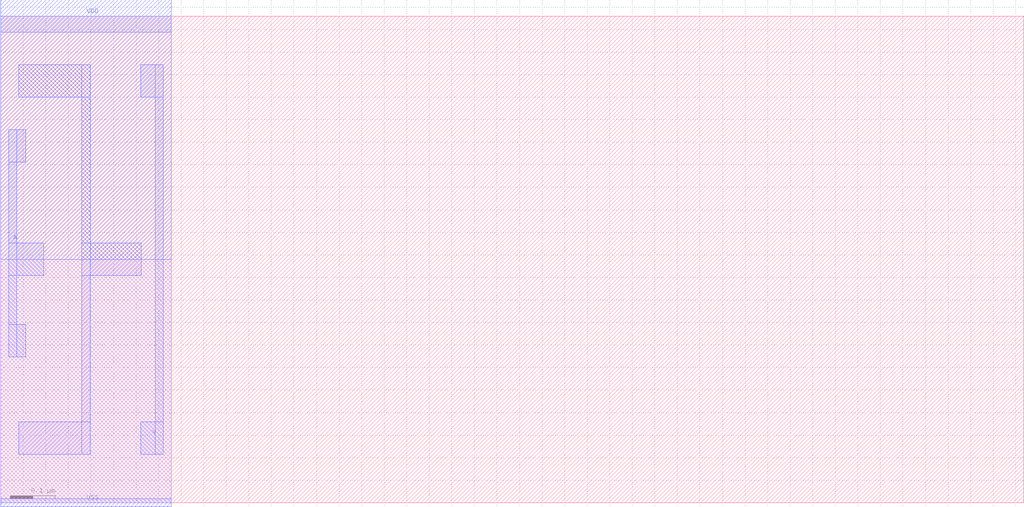
<source format=lef>
# BSD 3-Clause License
# 
# Copyright 2022 Lawrence T. Clark, Vinay Vashishtha, or Arizona State
# University
# 
# Redistribution and use in source and binary forms, with or without
# modification, are permitted provided that the following conditions are met:
# 
# 1. Redistributions of source code must retain the above copyright notice,
# this list of conditions and the following disclaimer.
# 
# 2. Redistributions in binary form must reproduce the above copyright
# notice, this list of conditions and the following disclaimer in the
# documentation and/or other materials provided with the distribution.
# 
# 3. Neither the name of the copyright holder nor the names of its
# contributors may be used to endorse or promote products derived from this
# software without specific prior written permission.
# 
# THIS SOFTWARE IS PROVIDED BY THE COPYRIGHT HOLDERS AND CONTRIBUTORS "AS IS"
# AND ANY EXPRESS OR IMPLIED WARRANTIES, INCLUDING, BUT NOT LIMITED TO, THE
# IMPLIED WARRANTIES OF MERCHANTABILITY AND FITNESS FOR A PARTICULAR PURPOSE
# ARE DISCLAIMED. IN NO EVENT SHALL THE COPYRIGHT HOLDER OR CONTRIBUTORS BE
# LIABLE FOR ANY DIRECT, INDIRECT, INCIDENTAL, SPECIAL, EXEMPLARY, OR
# CONSEQUENTIAL DAMAGES (INCLUDING, BUT NOT LIMITED TO, PROCUREMENT OF
# SUBSTITUTE GOODS OR SERVICES; LOSS OF USE, DATA, OR PROFITS; OR BUSINESS
# INTERRUPTION) HOWEVER CAUSED AND ON ANY THEORY OF LIABILITY, WHETHER IN
# CONTRACT, STRICT LIABILITY, OR TORT (INCLUDING NEGLIGENCE OR OTHERWISE)
# ARISING IN ANY WAY OUT OF THE USE OF THIS SOFTWARE, EVEN IF ADVISED OF THE
# POSSIBILITY OF SUCH DAMAGE.

VERSION 5.8 ;
BUSBITCHARS "[]" ;
DIVIDERCHAR "/" ;

SITE asap7sc7p5t
 CLASS CORE ;
 SIZE 0.054 BY 0.270 ;
 SYMMETRY Y ;
END asap7sc7p5t

SITE asap7sc7p5t_4x
  CLASS CORE ;
  SIZE 0.054 BY 1.080 ;
END asap7sc7p5t_4x

SITE asap7sc7p5t_3x
  CLASS CORE ;
  SIZE 0.054 BY 0.810 ;
END asap7sc7p5t_3x
SITE asap7sc7p5t_2x
 CLASS CORE ;
 SIZE 0.054 BY 0.540 ;
 SYMMETRY Y ;
END asap7sc7p5t_2x


MACRO A2O1A1Ixp33_ASAP7_75t_L
  CLASS CORE ;
  ORIGIN 0 0 ;
  FOREIGN A2O1A1Ixp33_ASAP7_75t_L 0 0 ;
  SIZE 0.324 BY 0.27 ;
  SYMMETRY X Y ;
  SITE asap7sc7p5t ;
  PIN A1
    DIRECTION INPUT ;
    USE SIGNAL ;
    PORT
      LAYER M1 ;
        RECT 0.072 0.07 0.09 0.2 ;
    END
  END A1
  PIN A2
    DIRECTION INPUT ;
    USE SIGNAL ;
    PORT
      LAYER M1 ;
        RECT 0.126 0.07 0.144 0.2 ;
    END
  END A2
  PIN B
    DIRECTION INPUT ;
    USE SIGNAL ;
    PORT
      LAYER M1 ;
        RECT 0.18 0.07 0.198 0.2 ;
    END
  END B
  PIN C
    DIRECTION INPUT ;
    USE SIGNAL ;
    PORT
      LAYER M1 ;
        RECT 0.234 0.081 0.252 0.19 ;
    END
  END C
  PIN VDD
    DIRECTION INOUT ;
    USE POWER ;
    SHAPE ABUTMENT ;
    PORT
      LAYER M1 ;
        RECT 0 0.261 0.324 0.279 ;
    END
  END VDD
  PIN VSS
    DIRECTION INOUT ;
    USE GROUND ;
    SHAPE ABUTMENT ;
    PORT
      LAYER M1 ;
        RECT 0 -0.009 0.324 0.009 ;
    END
  END VSS
  PIN Y
    DIRECTION OUTPUT ;
    USE SIGNAL ;
    PORT
      LAYER M1 ;
        RECT 0.214 0.215 0.306 0.233 ;
        RECT 0.288 0.037 0.306 0.233 ;
        RECT 0.262 0.037 0.306 0.055 ;
    END
  END Y
  OBS
    LAYER M1 ;
      RECT 0.04 0.027 0.23 0.045 ;
      RECT 0.04 0.225 0.176 0.243 ;
		LAYER LVTN ;
			RECT 0 0 0.324 0.135 ;
		LAYER LVTP ;
			RECT 0 0.135 0.324 0.27 ;
  END
END A2O1A1Ixp33_ASAP7_75t_L

MACRO A2O1A1O1Ixp25_ASAP7_75t_L
  CLASS CORE ;
  ORIGIN 0 0 ;
  FOREIGN A2O1A1O1Ixp25_ASAP7_75t_L 0 0 ;
  SIZE 0.486 BY 0.27 ;
  SYMMETRY X Y ;
  SITE asap7sc7p5t ;
  PIN A1
    DIRECTION INPUT ;
    USE SIGNAL ;
    PORT
      LAYER M1 ;
        RECT 0.126 0.07 0.144 0.2 ;
    END
  END A1
  PIN A2
    DIRECTION INPUT ;
    USE SIGNAL ;
    PORT
      LAYER M1 ;
        RECT 0.072 0.07 0.09 0.2 ;
    END
  END A2
  PIN B
    DIRECTION INPUT ;
    USE SIGNAL ;
    PORT
      LAYER M1 ;
        RECT 0.18 0.07 0.198 0.2 ;
    END
  END B
  PIN C
    DIRECTION INPUT ;
    USE SIGNAL ;
    PORT
      LAYER M1 ;
        RECT 0.234 0.07 0.252 0.2 ;
    END
  END C
  PIN D
    DIRECTION INPUT ;
    USE SIGNAL ;
    PORT
      LAYER M1 ;
        RECT 0.342 0.127 0.414 0.145 ;
        RECT 0.342 0.07 0.36 0.2 ;
    END
  END D
  PIN VDD
    DIRECTION INOUT ;
    USE POWER ;
    SHAPE ABUTMENT ;
    PORT
      LAYER M1 ;
        RECT 0 0.261 0.486 0.279 ;
    END
  END VDD
  PIN VSS
    DIRECTION INOUT ;
    USE GROUND ;
    SHAPE ABUTMENT ;
    PORT
      LAYER M1 ;
        RECT 0 -0.009 0.486 0.009 ;
    END
  END VSS
  PIN Y
    DIRECTION OUTPUT ;
    USE SIGNAL ;
    PORT
      LAYER M1 ;
        RECT 0.423 0.225 0.468 0.243 ;
        RECT 0.45 0.027 0.468 0.243 ;
        RECT 0.261 0.027 0.468 0.045 ;
    END
  END Y
  OBS
    LAYER M1 ;
      RECT 0.207 0.225 0.387 0.243 ;
      RECT 0.04 0.027 0.225 0.045 ;
      RECT 0.04 0.225 0.171 0.243 ;
		LAYER LVTN ;
			RECT 0 0 0.486 0.135 ;
		LAYER LVTP ;
			RECT 0 0.135 0.486 0.27 ;
  END
END A2O1A1O1Ixp25_ASAP7_75t_L

MACRO AND2x2_ASAP7_75t_L
  CLASS CORE ;
  ORIGIN 0 0 ;
  FOREIGN AND2x2_ASAP7_75t_L 0 0 ;
  SIZE 0.324 BY 0.27 ;
  SYMMETRY X Y ;
  SITE asap7sc7p5t ;
  PIN A
    DIRECTION INPUT ;
    USE SIGNAL ;
    PORT
      LAYER M1 ;
        RECT 0.126 0.07 0.144 0.2 ;
    END
  END A
  PIN B
    DIRECTION INPUT ;
    USE SIGNAL ;
    PORT
      LAYER M1 ;
        RECT 0.018 0.126 0.084 0.144 ;
        RECT 0.018 0.034 0.036 0.236 ;
    END
  END B
  PIN VDD
    DIRECTION INOUT ;
    USE POWER ;
    SHAPE ABUTMENT ;
    PORT
      LAYER M1 ;
        RECT 0 0.261 0.324 0.279 ;
    END
  END VDD
  PIN VSS
    DIRECTION INOUT ;
    USE GROUND ;
    SHAPE ABUTMENT ;
    PORT
      LAYER M1 ;
        RECT 0 -0.009 0.324 0.009 ;
    END
  END VSS
  PIN Y
    DIRECTION OUTPUT ;
    USE SIGNAL ;
    PORT
      LAYER M1 ;
        RECT 0.207 0.225 0.306 0.243 ;
        RECT 0.288 0.027 0.306 0.243 ;
        RECT 0.207 0.027 0.306 0.045 ;
        RECT 0.207 0.184 0.225 0.243 ;
        RECT 0.207 0.027 0.225 0.086 ;
    END
  END Y
  OBS
    LAYER M1 ;
      RECT 0.094 0.225 0.18 0.243 ;
      RECT 0.162 0.027 0.18 0.243 ;
      RECT 0.162 0.126 0.203 0.144 ;
      RECT 0.07 0.027 0.088 0.086 ;
      RECT 0.07 0.027 0.18 0.045 ;
		LAYER LVTN ;
			RECT 0 0 0.324 0.135 ;
		LAYER LVTP ;
			RECT 0 0.135 0.324 0.27 ;
  END
END AND2x2_ASAP7_75t_L

MACRO AND2x4_ASAP7_75t_L
  CLASS CORE ;
  ORIGIN 0 0 ;
  FOREIGN AND2x4_ASAP7_75t_L 0 0 ;
  SIZE 0.54 BY 0.27 ;
  SYMMETRY X Y ;
  SITE asap7sc7p5t ;
  PIN A
    DIRECTION INPUT ;
    USE SIGNAL ;
    PORT
      LAYER M1 ;
        RECT 0.234 0.028 0.252 0.15 ;
        RECT 0.072 0.028 0.252 0.046 ;
        RECT 0.072 0.028 0.09 0.2 ;
    END
  END A
  PIN B
    DIRECTION INPUT ;
    USE SIGNAL ;
    PORT
      LAYER M1 ;
        RECT 0.126 0.107 0.144 0.2 ;
    END
  END B
  PIN VDD
    DIRECTION INOUT ;
    USE POWER ;
    SHAPE ABUTMENT ;
    PORT
      LAYER M1 ;
        RECT 0 0.261 0.54 0.279 ;
    END
  END VDD
  PIN VSS
    DIRECTION INOUT ;
    USE GROUND ;
    SHAPE ABUTMENT ;
    PORT
      LAYER M1 ;
        RECT 0 -0.009 0.54 0.009 ;
    END
  END VSS
  PIN Y
    DIRECTION OUTPUT ;
    USE SIGNAL ;
    PORT
      LAYER M1 ;
        RECT 0.31 0.225 0.468 0.243 ;
        RECT 0.45 0.027 0.468 0.243 ;
        RECT 0.31 0.027 0.468 0.045 ;
    END
  END Y
  OBS
    LAYER M1 ;
      RECT 0.094 0.225 0.231 0.243 ;
      RECT 0.18 0.064 0.198 0.243 ;
      RECT 0.179 0.182 0.306 0.2 ;
      RECT 0.288 0.121 0.306 0.2 ;
      RECT 0.115 0.064 0.198 0.082 ;
		LAYER LVTN ;
			RECT 0 0 0.54 0.135 ;
		LAYER LVTP ;
			RECT 0 0.135 0.54 0.27 ;
  END
END AND2x4_ASAP7_75t_L

MACRO AND2x6_ASAP7_75t_L
  CLASS CORE ;
  ORIGIN 0 0 ;
  FOREIGN AND2x6_ASAP7_75t_L 0 0 ;
  SIZE 0.648 BY 0.27 ;
  SYMMETRY X Y ;
  SITE asap7sc7p5t ;
  PIN A
    DIRECTION INPUT ;
    USE SIGNAL ;
    PORT
      LAYER M1 ;
        RECT 0.234 0.028 0.252 0.15 ;
        RECT 0.072 0.028 0.252 0.046 ;
        RECT 0.072 0.028 0.09 0.2 ;
    END
  END A
  PIN B
    DIRECTION INPUT ;
    USE SIGNAL ;
    PORT
      LAYER M1 ;
        RECT 0.126 0.107 0.144 0.2 ;
    END
  END B
  PIN VDD
    DIRECTION INOUT ;
    USE POWER ;
    SHAPE ABUTMENT ;
    PORT
      LAYER M1 ;
        RECT 0 0.261 0.648 0.279 ;
    END
  END VDD
  PIN VSS
    DIRECTION INOUT ;
    USE GROUND ;
    SHAPE ABUTMENT ;
    PORT
      LAYER M1 ;
        RECT 0 -0.009 0.648 0.009 ;
    END
  END VSS
  PIN Y
    DIRECTION OUTPUT ;
    USE SIGNAL ;
    PORT
      LAYER M1 ;
        RECT 0.31 0.225 0.554 0.243 ;
        RECT 0.31 0.027 0.554 0.045 ;
        RECT 0.45 0.027 0.468 0.243 ;
    END
  END Y
  OBS
    LAYER M1 ;
      RECT 0.094 0.225 0.231 0.243 ;
      RECT 0.18 0.064 0.198 0.243 ;
      RECT 0.179 0.182 0.306 0.2 ;
      RECT 0.288 0.121 0.306 0.2 ;
      RECT 0.115 0.064 0.198 0.082 ;
		LAYER LVTN ;
			RECT 0 0 0.648 0.135 ;
		LAYER LVTP ;
			RECT 0 0.135 0.648 0.27 ;
  END
END AND2x6_ASAP7_75t_L

MACRO AND3x1_ASAP7_75t_L
  CLASS CORE ;
  ORIGIN 0 0 ;
  FOREIGN AND3x1_ASAP7_75t_L 0 0 ;
  SIZE 0.324 BY 0.27 ;
  SYMMETRY X Y ;
  SITE asap7sc7p5t ;
  PIN A
    DIRECTION INPUT ;
    USE SIGNAL ;
    PORT
      LAYER M1 ;
        RECT 0.072 0.07 0.09 0.2 ;
    END
  END A
  PIN B
    DIRECTION INPUT ;
    USE SIGNAL ;
    PORT
      LAYER M1 ;
        RECT 0.126 0.07 0.144 0.2 ;
    END
  END B
  PIN C
    DIRECTION INPUT ;
    USE SIGNAL ;
    PORT
      LAYER M1 ;
        RECT 0.18 0.07 0.198 0.2 ;
    END
  END C
  PIN VDD
    DIRECTION INOUT ;
    USE POWER ;
    SHAPE ABUTMENT ;
    PORT
      LAYER M1 ;
        RECT 0 0.261 0.324 0.279 ;
    END
  END VDD
  PIN VSS
    DIRECTION INOUT ;
    USE GROUND ;
    SHAPE ABUTMENT ;
    PORT
      LAYER M1 ;
        RECT 0 -0.009 0.324 0.009 ;
    END
  END VSS
  PIN Y
    DIRECTION OUTPUT ;
    USE SIGNAL ;
    PORT
      LAYER M1 ;
        RECT 0.261 0.183 0.306 0.201 ;
        RECT 0.288 0.076 0.306 0.201 ;
        RECT 0.261 0.076 0.306 0.094 ;
        RECT 0.261 0.183 0.279 0.235 ;
        RECT 0.261 0.034 0.279 0.094 ;
    END
  END Y
  OBS
    LAYER M1 ;
      RECT 0.04 0.225 0.234 0.243 ;
      RECT 0.216 0.027 0.234 0.243 ;
      RECT 0.216 0.126 0.263 0.144 ;
      RECT 0.04 0.027 0.234 0.045 ;
		LAYER LVTN ;
			RECT 0 0 0.324 0.135 ;
		LAYER LVTP ;
			RECT 0 0.135 0.324 0.27 ;
  END
END AND3x1_ASAP7_75t_L

MACRO AND3x2_ASAP7_75t_L
  CLASS CORE ;
  ORIGIN 0 0 ;
  FOREIGN AND3x2_ASAP7_75t_L 0 0 ;
  SIZE 0.378 BY 0.27 ;
  SYMMETRY X Y ;
  SITE asap7sc7p5t ;
  PIN A
    DIRECTION INPUT ;
    USE SIGNAL ;
    PORT
      LAYER M1 ;
        RECT 0.072 0.07 0.09 0.2 ;
    END
  END A
  PIN B
    DIRECTION INPUT ;
    USE SIGNAL ;
    PORT
      LAYER M1 ;
        RECT 0.126 0.07 0.144 0.2 ;
    END
  END B
  PIN C
    DIRECTION INPUT ;
    USE SIGNAL ;
    PORT
      LAYER M1 ;
        RECT 0.18 0.07 0.198 0.2 ;
    END
  END C
  PIN VDD
    DIRECTION INOUT ;
    USE POWER ;
    SHAPE ABUTMENT ;
    PORT
      LAYER M1 ;
        RECT 0 0.261 0.378 0.279 ;
    END
  END VDD
  PIN VSS
    DIRECTION INOUT ;
    USE GROUND ;
    SHAPE ABUTMENT ;
    PORT
      LAYER M1 ;
        RECT 0 -0.009 0.378 0.009 ;
    END
  END VSS
  PIN Y
    DIRECTION OUTPUT ;
    USE SIGNAL ;
    PORT
      LAYER M1 ;
        RECT 0.261 0.225 0.36 0.243 ;
        RECT 0.342 0.027 0.36 0.243 ;
        RECT 0.261 0.027 0.36 0.045 ;
        RECT 0.261 0.184 0.279 0.243 ;
        RECT 0.261 0.027 0.279 0.086 ;
    END
  END Y
  OBS
    LAYER M1 ;
      RECT 0.04 0.225 0.234 0.243 ;
      RECT 0.216 0.027 0.234 0.243 ;
      RECT 0.216 0.126 0.284 0.144 ;
      RECT 0.04 0.027 0.234 0.045 ;
		LAYER LVTN ;
			RECT 0 0 0.378 0.135 ;
		LAYER LVTP ;
			RECT 0 0.135 0.378 0.27 ;
  END
END AND3x2_ASAP7_75t_L

MACRO AND3x4_ASAP7_75t_L
  CLASS CORE ;
  ORIGIN 0 0 ;
  FOREIGN AND3x4_ASAP7_75t_L 0 0 ;
  SIZE 0.756 BY 0.27 ;
  SYMMETRY X Y ;
  SITE asap7sc7p5t ;
  PIN A
    DIRECTION INPUT ;
    USE SIGNAL ;
    PORT
      LAYER M1 ;
        RECT 0.612 0.189 0.649 0.207 ;
        RECT 0.612 0.099 0.649 0.117 ;
        RECT 0.612 0.099 0.63 0.207 ;
    END
  END A
  PIN B
    DIRECTION INPUT ;
    USE SIGNAL ;
    PORT
      LAYER M1 ;
        RECT 0.504 0.189 0.541 0.207 ;
        RECT 0.504 0.099 0.541 0.117 ;
        RECT 0.504 0.099 0.522 0.207 ;
    END
  END B
  PIN C
    DIRECTION INPUT ;
    USE SIGNAL ;
    PORT
      LAYER M1 ;
        RECT 0.342 0.07 0.36 0.2 ;
    END
  END C
  PIN VDD
    DIRECTION INOUT ;
    USE POWER ;
    SHAPE ABUTMENT ;
    PORT
      LAYER M1 ;
        RECT 0 0.261 0.756 0.279 ;
    END
  END VDD
  PIN VSS
    DIRECTION INOUT ;
    USE GROUND ;
    SHAPE ABUTMENT ;
    PORT
      LAYER M1 ;
        RECT 0 -0.009 0.756 0.009 ;
    END
  END VSS
  PIN Y
    DIRECTION OUTPUT ;
    USE SIGNAL ;
    PORT
      LAYER M1 ;
        RECT 0.018 0.225 0.23 0.243 ;
        RECT 0.018 0.027 0.23 0.045 ;
        RECT 0.018 0.027 0.036 0.243 ;
    END
  END Y
  OBS
    LAYER M1 ;
      RECT 0.26 0.225 0.746 0.243 ;
      RECT 0.728 0.027 0.746 0.243 ;
      RECT 0.26 0.042 0.278 0.243 ;
      RECT 0.218 0.126 0.278 0.144 ;
      RECT 0.634 0.027 0.746 0.045 ;
      RECT 0.472 0.063 0.701 0.081 ;
      RECT 0.31 0.027 0.554 0.045 ;
		LAYER LVTN ;
			RECT 0 0 0.756 0.135 ;
		LAYER LVTP ;
			RECT 0 0.135 0.756 0.27 ;
  END
END AND3x4_ASAP7_75t_L

MACRO AND4x1_ASAP7_75t_L
  CLASS CORE ;
  ORIGIN 0 0 ;
  FOREIGN AND4x1_ASAP7_75t_L 0 0 ;
  SIZE 0.378 BY 0.27 ;
  SYMMETRY X Y ;
  SITE asap7sc7p5t ;
  PIN A
    DIRECTION INPUT ;
    USE SIGNAL ;
    PORT
      LAYER M1 ;
        RECT 0.072 0.07 0.09 0.2 ;
    END
  END A
  PIN B
    DIRECTION INPUT ;
    USE SIGNAL ;
    PORT
      LAYER M1 ;
        RECT 0.126 0.034 0.144 0.2 ;
    END
  END B
  PIN C
    DIRECTION INPUT ;
    USE SIGNAL ;
    PORT
      LAYER M1 ;
        RECT 0.18 0.034 0.198 0.2 ;
    END
  END C
  PIN D
    DIRECTION INPUT ;
    USE SIGNAL ;
    PORT
      LAYER M1 ;
        RECT 0.234 0.034 0.252 0.164 ;
    END
  END D
  PIN VDD
    DIRECTION INOUT ;
    USE POWER ;
    SHAPE ABUTMENT ;
    PORT
      LAYER M1 ;
        RECT 0 0.261 0.378 0.279 ;
    END
  END VDD
  PIN VSS
    DIRECTION INOUT ;
    USE GROUND ;
    SHAPE ABUTMENT ;
    PORT
      LAYER M1 ;
        RECT 0 -0.009 0.378 0.009 ;
    END
  END VSS
  PIN Y
    DIRECTION OUTPUT ;
    USE SIGNAL ;
    PORT
      LAYER M1 ;
        RECT 0.299 0.225 0.36 0.243 ;
        RECT 0.342 0.027 0.36 0.243 ;
        RECT 0.31 0.027 0.36 0.045 ;
    END
  END Y
  OBS
    LAYER M1 ;
      RECT 0.018 0.225 0.252 0.243 ;
      RECT 0.234 0.189 0.252 0.243 ;
      RECT 0.018 0.027 0.036 0.243 ;
      RECT 0.234 0.189 0.306 0.207 ;
      RECT 0.288 0.12 0.306 0.207 ;
      RECT 0.018 0.027 0.085 0.045 ;
		LAYER LVTN ;
			RECT 0 0 0.378 0.135 ;
		LAYER LVTP ;
			RECT 0 0.135 0.378 0.27 ;
  END
END AND4x1_ASAP7_75t_L

MACRO AND4x2_ASAP7_75t_L
  CLASS CORE ;
  ORIGIN 0 0 ;
  FOREIGN AND4x2_ASAP7_75t_L 0 0 ;
  SIZE 0.432 BY 0.27 ;
  SYMMETRY X Y ;
  SITE asap7sc7p5t ;
  PIN A
    DIRECTION INPUT ;
    USE SIGNAL ;
    PORT
      LAYER M1 ;
        RECT 0.342 0.07 0.36 0.2 ;
    END
  END A
  PIN B
    DIRECTION INPUT ;
    USE SIGNAL ;
    PORT
      LAYER M1 ;
        RECT 0.288 0.034 0.306 0.2 ;
    END
  END B
  PIN C
    DIRECTION INPUT ;
    USE SIGNAL ;
    PORT
      LAYER M1 ;
        RECT 0.234 0.034 0.252 0.2 ;
    END
  END C
  PIN D
    DIRECTION INPUT ;
    USE SIGNAL ;
    PORT
      LAYER M1 ;
        RECT 0.18 0.034 0.198 0.164 ;
    END
  END D
  PIN VDD
    DIRECTION INOUT ;
    USE POWER ;
    SHAPE ABUTMENT ;
    PORT
      LAYER M1 ;
        RECT 0 0.261 0.432 0.279 ;
    END
  END VDD
  PIN VSS
    DIRECTION INOUT ;
    USE GROUND ;
    SHAPE ABUTMENT ;
    PORT
      LAYER M1 ;
        RECT 0 -0.009 0.432 0.009 ;
    END
  END VSS
  PIN Y
    DIRECTION OUTPUT ;
    USE SIGNAL ;
    PORT
      LAYER M1 ;
        RECT 0.018 0.225 0.122 0.243 ;
        RECT 0.018 0.027 0.122 0.045 ;
        RECT 0.018 0.027 0.036 0.243 ;
    END
  END Y
  OBS
    LAYER M1 ;
      RECT 0.153 0.225 0.414 0.243 ;
      RECT 0.396 0.027 0.414 0.243 ;
      RECT 0.153 0.189 0.171 0.243 ;
      RECT 0.099 0.189 0.171 0.207 ;
      RECT 0.099 0.119 0.117 0.207 ;
      RECT 0.364 0.027 0.414 0.045 ;
		LAYER LVTN ;
			RECT 0 0 0.432 0.135 ;
		LAYER LVTP ;
			RECT 0 0.135 0.432 0.27 ;
  END
END AND4x2_ASAP7_75t_L

MACRO AND5x1_ASAP7_75t_L
  CLASS CORE ;
  ORIGIN 0 0 ;
  FOREIGN AND5x1_ASAP7_75t_L 0 0 ;
  SIZE 0.432 BY 0.27 ;
  SYMMETRY X Y ;
  SITE asap7sc7p5t ;
  PIN A
    DIRECTION INPUT ;
    USE SIGNAL ;
    PORT
      LAYER M1 ;
        RECT 0.072 0.07 0.09 0.2 ;
    END
  END A
  PIN B
    DIRECTION INPUT ;
    USE SIGNAL ;
    PORT
      LAYER M1 ;
        RECT 0.126 0.034 0.144 0.2 ;
    END
  END B
  PIN C
    DIRECTION INPUT ;
    USE SIGNAL ;
    PORT
      LAYER M1 ;
        RECT 0.18 0.034 0.198 0.2 ;
    END
  END C
  PIN D
    DIRECTION INPUT ;
    USE SIGNAL ;
    PORT
      LAYER M1 ;
        RECT 0.234 0.034 0.252 0.2 ;
    END
  END D
  PIN E
    DIRECTION INPUT ;
    USE SIGNAL ;
    PORT
      LAYER M1 ;
        RECT 0.288 0.034 0.306 0.164 ;
    END
  END E
  PIN VDD
    DIRECTION INOUT ;
    USE POWER ;
    SHAPE ABUTMENT ;
    PORT
      LAYER M1 ;
        RECT 0 0.261 0.432 0.279 ;
    END
  END VDD
  PIN VSS
    DIRECTION INOUT ;
    USE GROUND ;
    SHAPE ABUTMENT ;
    PORT
      LAYER M1 ;
        RECT 0 -0.009 0.432 0.009 ;
    END
  END VSS
  PIN Y
    DIRECTION OUTPUT ;
    USE SIGNAL ;
    PORT
      LAYER M1 ;
        RECT 0.349 0.225 0.414 0.243 ;
        RECT 0.396 0.027 0.414 0.243 ;
        RECT 0.35 0.027 0.414 0.045 ;
    END
  END Y
  OBS
    LAYER M1 ;
      RECT 0.018 0.225 0.306 0.243 ;
      RECT 0.288 0.189 0.306 0.243 ;
      RECT 0.018 0.027 0.036 0.243 ;
      RECT 0.288 0.189 0.36 0.207 ;
      RECT 0.342 0.116 0.36 0.207 ;
      RECT 0.018 0.027 0.07 0.045 ;
		LAYER LVTN ;
			RECT 0 0 0.432 0.135 ;
		LAYER LVTP ;
			RECT 0 0.135 0.432 0.27 ;
  END
END AND5x1_ASAP7_75t_L

MACRO AND5x2_ASAP7_75t_L
  CLASS CORE ;
  ORIGIN 0 0 ;
  FOREIGN AND5x2_ASAP7_75t_L 0 0 ;
  SIZE 1.08 BY 0.27 ;
  SYMMETRY X Y ;
  SITE asap7sc7p5t ;
  PIN A
    DIRECTION INPUT ;
    USE SIGNAL ;
    PORT
      LAYER M1 ;
        RECT 0.72 0.189 0.757 0.207 ;
        RECT 0.72 0.099 0.757 0.117 ;
        RECT 0.72 0.099 0.738 0.207 ;
    END
  END A
  PIN B
    DIRECTION INPUT ;
    USE SIGNAL ;
    PORT
      LAYER M1 ;
        RECT 0.593 0.189 0.63 0.207 ;
        RECT 0.612 0.099 0.63 0.207 ;
        RECT 0.593 0.099 0.63 0.117 ;
    END
  END B
  PIN C
    DIRECTION INPUT ;
    USE SIGNAL ;
    PORT
      LAYER M1 ;
        RECT 0.45 0.189 0.487 0.207 ;
        RECT 0.45 0.099 0.487 0.117 ;
        RECT 0.45 0.099 0.468 0.207 ;
    END
  END C
  PIN D
    DIRECTION INPUT ;
    USE SIGNAL ;
    PORT
      LAYER M1 ;
        RECT 0.269 0.189 0.306 0.207 ;
        RECT 0.288 0.099 0.306 0.207 ;
        RECT 0.269 0.099 0.306 0.117 ;
    END
  END D
  PIN E
    DIRECTION INPUT ;
    USE SIGNAL ;
    PORT
      LAYER M1 ;
        RECT 0.018 0.126 0.095 0.144 ;
        RECT 0.018 0.034 0.036 0.236 ;
    END
  END E
  PIN VDD
    DIRECTION INOUT ;
    USE POWER ;
    SHAPE ABUTMENT ;
    PORT
      LAYER M1 ;
        RECT 0 0.261 1.08 0.279 ;
    END
  END VDD
  PIN VSS
    DIRECTION INOUT ;
    USE GROUND ;
    SHAPE ABUTMENT ;
    PORT
      LAYER M1 ;
        RECT 0 -0.009 1.08 0.009 ;
    END
  END VSS
  PIN Y
    DIRECTION OUTPUT ;
    USE SIGNAL ;
    PORT
      LAYER M1 ;
        RECT 0.958 0.225 1.062 0.243 ;
        RECT 1.044 0.027 1.062 0.243 ;
        RECT 0.958 0.027 1.062 0.045 ;
    END
  END Y
  OBS
    LAYER M1 ;
      RECT 0.148 0.225 0.9 0.243 ;
      RECT 0.882 0.027 0.9 0.243 ;
      RECT 0.882 0.126 0.942 0.144 ;
      RECT 0.742 0.027 0.9 0.045 ;
      RECT 0.58 0.063 0.824 0.081 ;
      RECT 0.418 0.027 0.662 0.045 ;
      RECT 0.256 0.063 0.5 0.081 ;
      RECT 0.094 0.027 0.338 0.045 ;
		LAYER LVTN ;
			RECT 0 0 1.08 0.135 ;
		LAYER LVTP ;
			RECT 0 0.135 1.08 0.27 ;
  END
END AND5x2_ASAP7_75t_L

MACRO AO211x2_ASAP7_75t_L
  CLASS CORE ;
  ORIGIN 0 0 ;
  FOREIGN AO211x2_ASAP7_75t_L 0 0 ;
  SIZE 0.864 BY 0.27 ;
  SYMMETRY X Y ;
  SITE asap7sc7p5t ;
  PIN A1
    DIRECTION INPUT ;
    USE SIGNAL ;
    PORT
      LAYER M1 ;
        RECT 0.018 0.126 0.095 0.144 ;
        RECT 0.018 0.189 0.055 0.207 ;
        RECT 0.018 0.027 0.055 0.045 ;
        RECT 0.018 0.027 0.036 0.207 ;
    END
  END A1
  PIN A2
    DIRECTION INPUT ;
    USE SIGNAL ;
    PORT
      LAYER M1 ;
        RECT 0.126 0.126 0.203 0.144 ;
        RECT 0.107 0.189 0.144 0.207 ;
        RECT 0.126 0.063 0.144 0.207 ;
        RECT 0.107 0.063 0.144 0.081 ;
    END
  END A2
  PIN B
    DIRECTION INPUT ;
    USE SIGNAL ;
    PORT
      LAYER M1 ;
        RECT 0.234 0.126 0.311 0.144 ;
        RECT 0.215 0.189 0.252 0.207 ;
        RECT 0.234 0.063 0.252 0.207 ;
        RECT 0.215 0.063 0.252 0.081 ;
    END
  END B
  PIN C
    DIRECTION INPUT ;
    USE SIGNAL ;
    PORT
      LAYER M1 ;
        RECT 0.504 0.153 0.541 0.171 ;
        RECT 0.504 0.063 0.522 0.171 ;
        RECT 0.485 0.063 0.522 0.081 ;
    END
  END C
  PIN VDD
    DIRECTION INOUT ;
    USE POWER ;
    SHAPE ABUTMENT ;
    PORT
      LAYER M1 ;
        RECT 0 0.261 0.864 0.279 ;
    END
  END VDD
  PIN VSS
    DIRECTION INOUT ;
    USE GROUND ;
    SHAPE ABUTMENT ;
    PORT
      LAYER M1 ;
        RECT 0 -0.009 0.864 0.009 ;
    END
  END VSS
  PIN Y
    DIRECTION OUTPUT ;
    USE SIGNAL ;
    PORT
      LAYER M1 ;
        RECT 0.742 0.225 0.846 0.243 ;
        RECT 0.828 0.027 0.846 0.243 ;
        RECT 0.742 0.027 0.846 0.045 ;
    END
  END Y
  OBS
    LAYER M1 ;
      RECT 0.526 0.225 0.684 0.243 ;
      RECT 0.666 0.027 0.684 0.243 ;
      RECT 0.666 0.125 0.743 0.143 ;
      RECT 0.094 0.027 0.684 0.045 ;
      RECT 0.31 0.189 0.608 0.207 ;
      RECT 0.04 0.225 0.393 0.243 ;
		LAYER LVTN ;
			RECT 0 0 0.864 0.135 ;
		LAYER LVTP ;
			RECT 0 0.135 0.864 0.27 ;
  END
END AO211x2_ASAP7_75t_L

MACRO AO21x1_ASAP7_75t_L
  CLASS CORE ;
  ORIGIN 0 0 ;
  FOREIGN AO21x1_ASAP7_75t_L 0 0 ;
  SIZE 0.324 BY 0.27 ;
  SYMMETRY X Y ;
  SITE asap7sc7p5t ;
  PIN A1
    DIRECTION INPUT ;
    USE SIGNAL ;
    PORT
      LAYER M1 ;
        RECT 0.018 0.126 0.095 0.144 ;
        RECT 0.018 0.189 0.055 0.207 ;
        RECT 0.018 0.034 0.036 0.207 ;
    END
  END A1
  PIN A2
    DIRECTION INPUT ;
    USE SIGNAL ;
    PORT
      LAYER M1 ;
        RECT 0.126 0.07 0.144 0.164 ;
    END
  END A2
  PIN B
    DIRECTION INPUT ;
    USE SIGNAL ;
    PORT
      LAYER M1 ;
        RECT 0.18 0.07 0.198 0.164 ;
    END
  END B
  PIN VDD
    DIRECTION INOUT ;
    USE POWER ;
    SHAPE ABUTMENT ;
    PORT
      LAYER M1 ;
        RECT 0 0.261 0.324 0.279 ;
    END
  END VDD
  PIN VSS
    DIRECTION INOUT ;
    USE GROUND ;
    SHAPE ABUTMENT ;
    PORT
      LAYER M1 ;
        RECT 0 -0.009 0.324 0.009 ;
    END
  END VSS
  PIN Y
    DIRECTION OUTPUT ;
    USE SIGNAL ;
    PORT
      LAYER M1 ;
        RECT 0.23 0.225 0.295 0.243 ;
        RECT 0.277 0.038 0.295 0.243 ;
    END
  END Y
  OBS
    LAYER M1 ;
      RECT 0.094 0.189 0.252 0.207 ;
      RECT 0.234 0.027 0.252 0.207 ;
      RECT 0.148 0.027 0.252 0.045 ;
      RECT 0.04 0.225 0.176 0.243 ;
		LAYER LVTN ;
			RECT 0 0 0.324 0.135 ;
		LAYER LVTP ;
			RECT 0 0.135 0.324 0.27 ;
  END
END AO21x1_ASAP7_75t_L

MACRO AO21x2_ASAP7_75t_L
  CLASS CORE ;
  ORIGIN 0 0 ;
  FOREIGN AO21x2_ASAP7_75t_L 0 0 ;
  SIZE 0.378 BY 0.27 ;
  SYMMETRY X Y ;
  SITE asap7sc7p5t ;
  PIN A1
    DIRECTION INPUT ;
    USE SIGNAL ;
    PORT
      LAYER M1 ;
        RECT 0.018 0.126 0.095 0.144 ;
        RECT 0.018 0.189 0.055 0.207 ;
        RECT 0.018 0.034 0.036 0.207 ;
    END
  END A1
  PIN A2
    DIRECTION INPUT ;
    USE SIGNAL ;
    PORT
      LAYER M1 ;
        RECT 0.126 0.07 0.144 0.164 ;
    END
  END A2
  PIN B
    DIRECTION INPUT ;
    USE SIGNAL ;
    PORT
      LAYER M1 ;
        RECT 0.18 0.07 0.198 0.164 ;
    END
  END B
  PIN VDD
    DIRECTION INOUT ;
    USE POWER ;
    SHAPE ABUTMENT ;
    PORT
      LAYER M1 ;
        RECT 0 0.261 0.378 0.279 ;
    END
  END VDD
  PIN VSS
    DIRECTION INOUT ;
    USE GROUND ;
    SHAPE ABUTMENT ;
    PORT
      LAYER M1 ;
        RECT 0 -0.009 0.378 0.009 ;
    END
  END VSS
  PIN Y
    DIRECTION OUTPUT ;
    USE SIGNAL ;
    PORT
      LAYER M1 ;
        RECT 0.23 0.225 0.333 0.243 ;
        RECT 0.315 0.069 0.333 0.243 ;
        RECT 0.276 0.069 0.333 0.087 ;
        RECT 0.276 0.038 0.294 0.087 ;
    END
  END Y
  OBS
    LAYER M1 ;
      RECT 0.094 0.189 0.252 0.207 ;
      RECT 0.234 0.027 0.252 0.207 ;
      RECT 0.148 0.027 0.252 0.045 ;
      RECT 0.04 0.225 0.176 0.243 ;
		LAYER LVTN ;
			RECT 0 0 0.378 0.135 ;
		LAYER LVTP ;
			RECT 0 0.135 0.378 0.27 ;
  END
END AO21x2_ASAP7_75t_L

MACRO AO221x1_ASAP7_75t_L
  CLASS CORE ;
  ORIGIN 0 0 ;
  FOREIGN AO221x1_ASAP7_75t_L 0 0 ;
  SIZE 0.54 BY 0.27 ;
  SYMMETRY X Y ;
  SITE asap7sc7p5t ;
  PIN A1
    DIRECTION INPUT ;
    USE SIGNAL ;
    PORT
      LAYER M1 ;
        RECT 0.234 0.07 0.252 0.164 ;
    END
  END A1
  PIN A2
    DIRECTION INPUT ;
    USE SIGNAL ;
    PORT
      LAYER M1 ;
        RECT 0.288 0.07 0.306 0.164 ;
    END
  END A2
  PIN B1
    DIRECTION INPUT ;
    USE SIGNAL ;
    PORT
      LAYER M1 ;
        RECT 0.072 0.07 0.09 0.164 ;
    END
  END B1
  PIN B2
    DIRECTION INPUT ;
    USE SIGNAL ;
    PORT
      LAYER M1 ;
        RECT 0.126 0.07 0.144 0.164 ;
    END
  END B2
  PIN C
    DIRECTION INPUT ;
    USE SIGNAL ;
    PORT
      LAYER M1 ;
        RECT 0.18 0.07 0.198 0.164 ;
    END
  END C
  PIN VDD
    DIRECTION INOUT ;
    USE POWER ;
    SHAPE ABUTMENT ;
    PORT
      LAYER M1 ;
        RECT 0 0.261 0.54 0.279 ;
    END
  END VDD
  PIN VSS
    DIRECTION INOUT ;
    USE GROUND ;
    SHAPE ABUTMENT ;
    PORT
      LAYER M1 ;
        RECT 0 -0.009 0.54 0.009 ;
    END
  END VSS
  PIN Y
    DIRECTION OUTPUT ;
    USE SIGNAL ;
    PORT
      LAYER M1 ;
        RECT 0.472 0.225 0.522 0.243 ;
        RECT 0.504 0.027 0.522 0.243 ;
        RECT 0.459 0.027 0.522 0.045 ;
    END
  END Y
  OBS
    LAYER M1 ;
      RECT 0.018 0.189 0.126 0.207 ;
      RECT 0.018 0.027 0.036 0.207 ;
      RECT 0.396 0.126 0.474 0.144 ;
      RECT 0.396 0.027 0.414 0.144 ;
      RECT 0.018 0.027 0.414 0.045 ;
      RECT 0.2 0.189 0.339 0.207 ;
      RECT 0.039 0.225 0.176 0.243 ;
		LAYER LVTN ;
			RECT 0 0 0.54 0.135 ;
		LAYER LVTP ;
			RECT 0 0.135 0.54 0.27 ;
  END
END AO221x1_ASAP7_75t_L

MACRO AO221x2_ASAP7_75t_L
  CLASS CORE ;
  ORIGIN 0 0 ;
  FOREIGN AO221x2_ASAP7_75t_L 0 0 ;
  SIZE 0.594 BY 0.27 ;
  SYMMETRY X Y ;
  SITE asap7sc7p5t ;
  PIN A1
    DIRECTION INPUT ;
    USE SIGNAL ;
    PORT
      LAYER M1 ;
        RECT 0.234 0.07 0.252 0.164 ;
    END
  END A1
  PIN A2
    DIRECTION INPUT ;
    USE SIGNAL ;
    PORT
      LAYER M1 ;
        RECT 0.288 0.07 0.306 0.164 ;
    END
  END A2
  PIN B1
    DIRECTION INPUT ;
    USE SIGNAL ;
    PORT
      LAYER M1 ;
        RECT 0.072 0.07 0.09 0.164 ;
    END
  END B1
  PIN B2
    DIRECTION INPUT ;
    USE SIGNAL ;
    PORT
      LAYER M1 ;
        RECT 0.126 0.07 0.144 0.164 ;
    END
  END B2
  PIN C
    DIRECTION INPUT ;
    USE SIGNAL ;
    PORT
      LAYER M1 ;
        RECT 0.18 0.07 0.198 0.164 ;
    END
  END C
  PIN VDD
    DIRECTION INOUT ;
    USE POWER ;
    SHAPE ABUTMENT ;
    PORT
      LAYER M1 ;
        RECT 0 0.261 0.594 0.279 ;
    END
  END VDD
  PIN VSS
    DIRECTION INOUT ;
    USE GROUND ;
    SHAPE ABUTMENT ;
    PORT
      LAYER M1 ;
        RECT 0 -0.009 0.594 0.009 ;
    END
  END VSS
  PIN Y
    DIRECTION OUTPUT ;
    USE SIGNAL ;
    PORT
      LAYER M1 ;
        RECT 0.472 0.225 0.549 0.243 ;
        RECT 0.531 0.027 0.549 0.243 ;
        RECT 0.459 0.027 0.549 0.045 ;
    END
  END Y
  OBS
    LAYER M1 ;
      RECT 0.018 0.189 0.126 0.207 ;
      RECT 0.018 0.027 0.036 0.207 ;
      RECT 0.396 0.126 0.474 0.144 ;
      RECT 0.396 0.027 0.414 0.144 ;
      RECT 0.018 0.027 0.414 0.045 ;
      RECT 0.2 0.189 0.339 0.207 ;
      RECT 0.039 0.225 0.176 0.243 ;
		LAYER LVTN ;
			RECT 0 0 0.594 0.135 ;
		LAYER LVTP ;
			RECT 0 0.135 0.594 0.27 ;
  END
END AO221x2_ASAP7_75t_L

MACRO AO222x2_ASAP7_75t_L
  CLASS CORE ;
  ORIGIN 0 0 ;
  FOREIGN AO222x2_ASAP7_75t_L 0 0 ;
  SIZE 0.648 BY 0.27 ;
  SYMMETRY X Y ;
  SITE asap7sc7p5t ;
  PIN A1
    DIRECTION INPUT ;
    USE SIGNAL ;
    PORT
      LAYER M1 ;
        RECT 0.396 0.07 0.414 0.2 ;
    END
  END A1
  PIN A2
    DIRECTION INPUT ;
    USE SIGNAL ;
    PORT
      LAYER M1 ;
        RECT 0.45 0.07 0.468 0.2 ;
    END
  END A2
  PIN B1
    DIRECTION INPUT ;
    USE SIGNAL ;
    PORT
      LAYER M1 ;
        RECT 0.234 0.07 0.252 0.164 ;
    END
  END B1
  PIN B2
    DIRECTION INPUT ;
    USE SIGNAL ;
    PORT
      LAYER M1 ;
        RECT 0.18 0.07 0.198 0.164 ;
    END
  END B2
  PIN C1
    DIRECTION INPUT ;
    USE SIGNAL ;
    PORT
      LAYER M1 ;
        RECT 0.072 0.07 0.09 0.164 ;
    END
  END C1
  PIN C2
    DIRECTION INPUT ;
    USE SIGNAL ;
    PORT
      LAYER M1 ;
        RECT 0.126 0.07 0.144 0.164 ;
    END
  END C2
  PIN VDD
    DIRECTION INOUT ;
    USE POWER ;
    SHAPE ABUTMENT ;
    PORT
      LAYER M1 ;
        RECT 0 0.261 0.648 0.279 ;
    END
  END VDD
  PIN VSS
    DIRECTION INOUT ;
    USE GROUND ;
    SHAPE ABUTMENT ;
    PORT
      LAYER M1 ;
        RECT 0 -0.009 0.648 0.009 ;
    END
  END VSS
  PIN Y
    DIRECTION OUTPUT ;
    USE SIGNAL ;
    PORT
      LAYER M1 ;
        RECT 0.526 0.225 0.63 0.243 ;
        RECT 0.612 0.027 0.63 0.243 ;
        RECT 0.531 0.027 0.63 0.045 ;
        RECT 0.531 0.027 0.549 0.081 ;
    END
  END Y
  OBS
    LAYER M1 ;
      RECT 0.009 0.189 0.122 0.207 ;
      RECT 0.009 0.027 0.027 0.207 ;
      RECT 0.486 0.126 0.554 0.144 ;
      RECT 0.486 0.027 0.504 0.144 ;
      RECT 0.009 0.027 0.504 0.045 ;
      RECT 0.342 0.225 0.468 0.243 ;
      RECT 0.342 0.189 0.36 0.243 ;
      RECT 0.202 0.189 0.36 0.207 ;
      RECT 0.04 0.225 0.284 0.243 ;
		LAYER LVTN ;
			RECT 0 0 0.648 0.135 ;
		LAYER LVTP ;
			RECT 0 0.135 0.648 0.27 ;
  END
END AO222x2_ASAP7_75t_L

MACRO AO22x1_ASAP7_75t_L
  CLASS CORE ;
  ORIGIN 0 0 ;
  FOREIGN AO22x1_ASAP7_75t_L 0 0 ;
  SIZE 0.486 BY 0.27 ;
  SYMMETRY X Y ;
  SITE asap7sc7p5t ;
  PIN A1
    DIRECTION INPUT ;
    USE SIGNAL ;
    PORT
      LAYER M1 ;
        RECT 0.018 0.126 0.095 0.144 ;
        RECT 0.018 0.189 0.055 0.207 ;
        RECT 0.018 0.027 0.055 0.045 ;
        RECT 0.018 0.027 0.036 0.207 ;
    END
  END A1
  PIN A2
    DIRECTION INPUT ;
    USE SIGNAL ;
    PORT
      LAYER M1 ;
        RECT 0.107 0.189 0.144 0.207 ;
        RECT 0.126 0.063 0.144 0.207 ;
        RECT 0.107 0.063 0.144 0.081 ;
    END
  END A2
  PIN B1
    DIRECTION INPUT ;
    USE SIGNAL ;
    PORT
      LAYER M1 ;
        RECT 0.234 0.063 0.287 0.081 ;
        RECT 0.234 0.063 0.252 0.164 ;
    END
  END B1
  PIN B2
    DIRECTION INPUT ;
    USE SIGNAL ;
    PORT
      LAYER M1 ;
        RECT 0.18 0.07 0.198 0.164 ;
    END
  END B2
  PIN VDD
    DIRECTION INOUT ;
    USE POWER ;
    SHAPE ABUTMENT ;
    PORT
      LAYER M1 ;
        RECT 0 0.261 0.486 0.279 ;
    END
  END VDD
  PIN VSS
    DIRECTION INOUT ;
    USE GROUND ;
    SHAPE ABUTMENT ;
    PORT
      LAYER M1 ;
        RECT 0 -0.009 0.486 0.009 ;
    END
  END VSS
  PIN Y
    DIRECTION OUTPUT ;
    USE SIGNAL ;
    PORT
      LAYER M1 ;
        RECT 0.418 0.225 0.468 0.243 ;
        RECT 0.45 0.027 0.468 0.243 ;
        RECT 0.418 0.027 0.468 0.045 ;
    END
  END Y
  OBS
    LAYER M1 ;
      RECT 0.202 0.189 0.36 0.207 ;
      RECT 0.342 0.027 0.36 0.207 ;
      RECT 0.342 0.126 0.419 0.144 ;
      RECT 0.107 0.027 0.36 0.045 ;
      RECT 0.04 0.225 0.284 0.243 ;
		LAYER LVTN ;
			RECT 0 0 0.486 0.135 ;
		LAYER LVTP ;
			RECT 0 0.135 0.486 0.27 ;
  END
END AO22x1_ASAP7_75t_L

MACRO AO22x2_ASAP7_75t_L
  CLASS CORE ;
  ORIGIN 0 0 ;
  FOREIGN AO22x2_ASAP7_75t_L 0 0 ;
  SIZE 0.54 BY 0.27 ;
  SYMMETRY X Y ;
  SITE asap7sc7p5t ;
  PIN A1
    DIRECTION INPUT ;
    USE SIGNAL ;
    PORT
      LAYER M1 ;
        RECT 0.018 0.126 0.095 0.144 ;
        RECT 0.018 0.189 0.055 0.207 ;
        RECT 0.018 0.027 0.055 0.045 ;
        RECT 0.018 0.027 0.036 0.207 ;
    END
  END A1
  PIN A2
    DIRECTION INPUT ;
    USE SIGNAL ;
    PORT
      LAYER M1 ;
        RECT 0.107 0.189 0.144 0.207 ;
        RECT 0.126 0.063 0.144 0.207 ;
        RECT 0.107 0.063 0.144 0.081 ;
    END
  END A2
  PIN B1
    DIRECTION INPUT ;
    USE SIGNAL ;
    PORT
      LAYER M1 ;
        RECT 0.234 0.063 0.287 0.081 ;
        RECT 0.234 0.063 0.252 0.164 ;
    END
  END B1
  PIN B2
    DIRECTION INPUT ;
    USE SIGNAL ;
    PORT
      LAYER M1 ;
        RECT 0.18 0.07 0.198 0.164 ;
    END
  END B2
  PIN VDD
    DIRECTION INOUT ;
    USE POWER ;
    SHAPE ABUTMENT ;
    PORT
      LAYER M1 ;
        RECT 0 0.261 0.54 0.279 ;
    END
  END VDD
  PIN VSS
    DIRECTION INOUT ;
    USE GROUND ;
    SHAPE ABUTMENT ;
    PORT
      LAYER M1 ;
        RECT 0 -0.009 0.54 0.009 ;
    END
  END VSS
  PIN Y
    DIRECTION OUTPUT ;
    USE SIGNAL ;
    PORT
      LAYER M1 ;
        RECT 0.418 0.225 0.522 0.243 ;
        RECT 0.504 0.027 0.522 0.243 ;
        RECT 0.418 0.027 0.522 0.045 ;
    END
  END Y
  OBS
    LAYER M1 ;
      RECT 0.202 0.189 0.36 0.207 ;
      RECT 0.342 0.027 0.36 0.207 ;
      RECT 0.342 0.126 0.419 0.144 ;
      RECT 0.107 0.027 0.36 0.045 ;
      RECT 0.04 0.225 0.284 0.243 ;
		LAYER LVTN ;
			RECT 0 0 0.54 0.135 ;
		LAYER LVTP ;
			RECT 0 0.135 0.54 0.27 ;
  END
END AO22x2_ASAP7_75t_L

MACRO AO31x2_ASAP7_75t_L
  CLASS CORE ;
  ORIGIN 0 0 ;
  FOREIGN AO31x2_ASAP7_75t_L 0 0 ;
  SIZE 0.864 BY 0.27 ;
  SYMMETRY X Y ;
  SITE asap7sc7p5t ;
  PIN A1
    DIRECTION INPUT ;
    USE SIGNAL ;
    PORT
      LAYER M1 ;
        RECT 0.558 0.099 0.576 0.149 ;
        RECT 0.504 0.099 0.576 0.117 ;
        RECT 0.485 0.153 0.522 0.171 ;
        RECT 0.504 0.099 0.522 0.171 ;
    END
  END A1
  PIN A2
    DIRECTION INPUT ;
    USE SIGNAL ;
    PORT
      LAYER M1 ;
        RECT 0.396 0.099 0.414 0.149 ;
        RECT 0.288 0.099 0.414 0.117 ;
        RECT 0.288 0.153 0.325 0.171 ;
        RECT 0.288 0.07 0.306 0.171 ;
    END
  END A2
  PIN A3
    DIRECTION INPUT ;
    USE SIGNAL ;
    PORT
      LAYER M1 ;
        RECT 0.018 0.126 0.095 0.144 ;
        RECT 0.018 0.189 0.059 0.207 ;
        RECT 0.018 0.027 0.059 0.045 ;
        RECT 0.018 0.027 0.036 0.207 ;
    END
  END A3
  PIN B
    DIRECTION INPUT ;
    USE SIGNAL ;
    PORT
      LAYER M1 ;
        RECT 0.126 0.126 0.203 0.144 ;
        RECT 0.107 0.189 0.144 0.207 ;
        RECT 0.126 0.063 0.144 0.207 ;
        RECT 0.107 0.063 0.144 0.081 ;
    END
  END B
  PIN VDD
    DIRECTION INOUT ;
    USE POWER ;
    SHAPE ABUTMENT ;
    PORT
      LAYER M1 ;
        RECT 0 0.261 0.864 0.279 ;
    END
  END VDD
  PIN VSS
    DIRECTION INOUT ;
    USE GROUND ;
    SHAPE ABUTMENT ;
    PORT
      LAYER M1 ;
        RECT 0 -0.009 0.864 0.009 ;
    END
  END VSS
  PIN Y
    DIRECTION OUTPUT ;
    USE SIGNAL ;
    PORT
      LAYER M1 ;
        RECT 0.741 0.225 0.846 0.243 ;
        RECT 0.828 0.027 0.846 0.243 ;
        RECT 0.742 0.027 0.846 0.045 ;
    END
  END Y
  OBS
    LAYER M1 ;
      RECT 0.612 0.225 0.684 0.243 ;
      RECT 0.666 0.027 0.684 0.243 ;
      RECT 0.612 0.189 0.63 0.243 ;
      RECT 0.199 0.189 0.63 0.207 ;
      RECT 0.234 0.063 0.252 0.207 ;
      RECT 0.666 0.126 0.797 0.144 ;
      RECT 0.2 0.063 0.252 0.081 ;
      RECT 0.526 0.027 0.684 0.045 ;
      RECT 0.364 0.063 0.608 0.081 ;
      RECT 0.04 0.225 0.554 0.243 ;
      RECT 0.094 0.027 0.447 0.045 ;
		LAYER LVTN ;
			RECT 0 0 0.864 0.135 ;
		LAYER LVTP ;
			RECT 0 0.135 0.864 0.27 ;
  END
END AO31x2_ASAP7_75t_L

MACRO AO322x2_ASAP7_75t_L
  CLASS CORE ;
  ORIGIN 0 0 ;
  FOREIGN AO322x2_ASAP7_75t_L 0 0 ;
  SIZE 0.81 BY 0.27 ;
  SYMMETRY X Y ;
  SITE asap7sc7p5t ;
  PIN A1
    DIRECTION INPUT ;
    USE SIGNAL ;
    PORT
      LAYER M1 ;
        RECT 0.018 0.126 0.095 0.144 ;
        RECT 0.018 0.225 0.055 0.243 ;
        RECT 0.018 0.063 0.055 0.081 ;
        RECT 0.018 0.063 0.036 0.243 ;
    END
  END A1
  PIN A2
    DIRECTION INPUT ;
    USE SIGNAL ;
    PORT
      LAYER M1 ;
        RECT 0.107 0.189 0.144 0.207 ;
        RECT 0.126 0.063 0.144 0.207 ;
        RECT 0.107 0.063 0.144 0.081 ;
    END
  END A2
  PIN A3
    DIRECTION INPUT ;
    USE SIGNAL ;
    PORT
      LAYER M1 ;
        RECT 0.18 0.07 0.198 0.164 ;
    END
  END A3
  PIN B1
    DIRECTION INPUT ;
    USE SIGNAL ;
    PORT
      LAYER M1 ;
        RECT 0.288 0.153 0.325 0.171 ;
        RECT 0.288 0.063 0.325 0.081 ;
        RECT 0.288 0.063 0.306 0.171 ;
    END
  END B1
  PIN B2
    DIRECTION INPUT ;
    USE SIGNAL ;
    PORT
      LAYER M1 ;
        RECT 0.234 0.07 0.252 0.164 ;
    END
  END B2
  PIN C1
    DIRECTION INPUT ;
    USE SIGNAL ;
    PORT
      LAYER M1 ;
        RECT 0.45 0.07 0.468 0.164 ;
    END
  END C1
  PIN C2
    DIRECTION INPUT ;
    USE SIGNAL ;
    PORT
      LAYER M1 ;
        RECT 0.504 0.063 0.541 0.081 ;
        RECT 0.504 0.063 0.522 0.164 ;
    END
  END C2
  PIN VDD
    DIRECTION INOUT ;
    USE POWER ;
    SHAPE ABUTMENT ;
    PORT
      LAYER M1 ;
        RECT 0 0.261 0.81 0.279 ;
    END
  END VDD
  PIN VSS
    DIRECTION INOUT ;
    USE GROUND ;
    SHAPE ABUTMENT ;
    PORT
      LAYER M1 ;
        RECT 0 -0.009 0.81 0.009 ;
    END
  END VSS
  PIN Y
    DIRECTION OUTPUT ;
    USE SIGNAL ;
    PORT
      LAYER M1 ;
        RECT 0.634 0.225 0.792 0.243 ;
        RECT 0.774 0.027 0.792 0.243 ;
        RECT 0.634 0.027 0.792 0.045 ;
    END
  END Y
  OBS
    LAYER M1 ;
      RECT 0.396 0.189 0.576 0.207 ;
      RECT 0.558 0.126 0.576 0.207 ;
      RECT 0.396 0.027 0.414 0.207 ;
      RECT 0.558 0.126 0.743 0.144 ;
      RECT 0.04 0.027 0.446 0.045 ;
      RECT 0.094 0.225 0.198 0.243 ;
      RECT 0.18 0.189 0.198 0.243 ;
      RECT 0.18 0.189 0.338 0.207 ;
      RECT 0.256 0.225 0.5 0.243 ;
		LAYER LVTN ;
			RECT 0 0 0.81 0.135 ;
		LAYER LVTP ;
			RECT 0 0.135 0.81 0.27 ;
  END
END AO322x2_ASAP7_75t_L

MACRO AO32x1_ASAP7_75t_L
  CLASS CORE ;
  ORIGIN 0 0 ;
  FOREIGN AO32x1_ASAP7_75t_L 0 0 ;
  SIZE 0.432 BY 0.27 ;
  SYMMETRY X Y ;
  SITE asap7sc7p5t ;
  PIN A1
    DIRECTION INPUT ;
    USE SIGNAL ;
    PORT
      LAYER M1 ;
        RECT 0.234 0.07 0.252 0.2 ;
    END
  END A1
  PIN A2
    DIRECTION INPUT ;
    USE SIGNAL ;
    PORT
      LAYER M1 ;
        RECT 0.18 0.07 0.198 0.2 ;
    END
  END A2
  PIN A3
    DIRECTION INPUT ;
    USE SIGNAL ;
    PORT
      LAYER M1 ;
        RECT 0.126 0.07 0.144 0.2 ;
    END
  END A3
  PIN B1
    DIRECTION INPUT ;
    USE SIGNAL ;
    PORT
      LAYER M1 ;
        RECT 0.288 0.07 0.306 0.164 ;
    END
  END B1
  PIN B2
    DIRECTION INPUT ;
    USE SIGNAL ;
    PORT
      LAYER M1 ;
        RECT 0.342 0.07 0.36 0.164 ;
    END
  END B2
  PIN VDD
    DIRECTION INOUT ;
    USE POWER ;
    SHAPE ABUTMENT ;
    PORT
      LAYER M1 ;
        RECT 0 0.261 0.432 0.279 ;
    END
  END VDD
  PIN VSS
    DIRECTION INOUT ;
    USE GROUND ;
    SHAPE ABUTMENT ;
    PORT
      LAYER M1 ;
        RECT 0 -0.009 0.432 0.009 ;
    END
  END VSS
  PIN Y
    DIRECTION OUTPUT ;
    USE SIGNAL ;
    PORT
      LAYER M1 ;
        RECT 0.018 0.225 0.068 0.243 ;
        RECT 0.018 0.063 0.063 0.081 ;
        RECT 0.045 0.034 0.063 0.081 ;
        RECT 0.018 0.063 0.036 0.243 ;
    END
  END Y
  OBS
    LAYER M1 ;
      RECT 0.31 0.189 0.414 0.207 ;
      RECT 0.396 0.027 0.414 0.207 ;
      RECT 0.062 0.126 0.108 0.144 ;
      RECT 0.09 0.027 0.108 0.144 ;
      RECT 0.09 0.027 0.414 0.045 ;
      RECT 0.148 0.225 0.392 0.243 ;
		LAYER LVTN ;
			RECT 0 0 0.432 0.135 ;
		LAYER LVTP ;
			RECT 0 0.135 0.432 0.27 ;
  END
END AO32x1_ASAP7_75t_L

MACRO AO32x2_ASAP7_75t_L
  CLASS CORE ;
  ORIGIN 0 0 ;
  FOREIGN AO32x2_ASAP7_75t_L 0 0 ;
  SIZE 0.486 BY 0.27 ;
  SYMMETRY X Y ;
  SITE asap7sc7p5t ;
  PIN A1
    DIRECTION INPUT ;
    USE SIGNAL ;
    PORT
      LAYER M1 ;
        RECT 0.288 0.189 0.33 0.207 ;
        RECT 0.288 0.07 0.306 0.207 ;
    END
  END A1
  PIN A2
    DIRECTION INPUT ;
    USE SIGNAL ;
    PORT
      LAYER M1 ;
        RECT 0.234 0.07 0.252 0.2 ;
    END
  END A2
  PIN A3
    DIRECTION INPUT ;
    USE SIGNAL ;
    PORT
      LAYER M1 ;
        RECT 0.18 0.07 0.198 0.2 ;
    END
  END A3
  PIN B1
    DIRECTION INPUT ;
    USE SIGNAL ;
    PORT
      LAYER M1 ;
        RECT 0.342 0.07 0.36 0.164 ;
    END
  END B1
  PIN B2
    DIRECTION INPUT ;
    USE SIGNAL ;
    PORT
      LAYER M1 ;
        RECT 0.396 0.07 0.414 0.164 ;
    END
  END B2
  PIN VDD
    DIRECTION INOUT ;
    USE POWER ;
    SHAPE ABUTMENT ;
    PORT
      LAYER M1 ;
        RECT 0 0.261 0.486 0.279 ;
    END
  END VDD
  PIN VSS
    DIRECTION INOUT ;
    USE GROUND ;
    SHAPE ABUTMENT ;
    PORT
      LAYER M1 ;
        RECT 0 -0.009 0.486 0.009 ;
    END
  END VSS
  PIN Y
    DIRECTION OUTPUT ;
    USE SIGNAL ;
    PORT
      LAYER M1 ;
        RECT 0.018 0.225 0.122 0.243 ;
        RECT 0.018 0.068 0.117 0.086 ;
        RECT 0.099 0.037 0.117 0.086 ;
        RECT 0.018 0.068 0.036 0.243 ;
    END
  END Y
  OBS
    LAYER M1 ;
      RECT 0.364 0.189 0.468 0.207 ;
      RECT 0.45 0.027 0.468 0.207 ;
      RECT 0.093 0.126 0.162 0.144 ;
      RECT 0.144 0.027 0.162 0.144 ;
      RECT 0.144 0.027 0.468 0.045 ;
      RECT 0.202 0.225 0.446 0.243 ;
		LAYER LVTN ;
			RECT 0 0 0.486 0.135 ;
		LAYER LVTP ;
			RECT 0 0.135 0.486 0.27 ;
  END
END AO32x2_ASAP7_75t_L

MACRO AO331x1_ASAP7_75t_L
  CLASS CORE ;
  ORIGIN 0 0 ;
  FOREIGN AO331x1_ASAP7_75t_L 0 0 ;
  SIZE 0.54 BY 0.27 ;
  SYMMETRY X Y ;
  SITE asap7sc7p5t ;
  PIN A1
    DIRECTION INPUT ;
    USE SIGNAL ;
    PORT
      LAYER M1 ;
        RECT 0.234 0.07 0.252 0.2 ;
    END
  END A1
  PIN A2
    DIRECTION INPUT ;
    USE SIGNAL ;
    PORT
      LAYER M1 ;
        RECT 0.18 0.07 0.198 0.2 ;
    END
  END A2
  PIN A3
    DIRECTION INPUT ;
    USE SIGNAL ;
    PORT
      LAYER M1 ;
        RECT 0.126 0.106 0.144 0.2 ;
    END
  END A3
  PIN B1
    DIRECTION INPUT ;
    USE SIGNAL ;
    PORT
      LAYER M1 ;
        RECT 0.288 0.07 0.306 0.164 ;
    END
  END B1
  PIN B2
    DIRECTION INPUT ;
    USE SIGNAL ;
    PORT
      LAYER M1 ;
        RECT 0.342 0.07 0.36 0.164 ;
    END
  END B2
  PIN B3
    DIRECTION INPUT ;
    USE SIGNAL ;
    PORT
      LAYER M1 ;
        RECT 0.396 0.07 0.414 0.164 ;
    END
  END B3
  PIN C
    DIRECTION INPUT ;
    USE SIGNAL ;
    PORT
      LAYER M1 ;
        RECT 0.45 0.07 0.468 0.164 ;
    END
  END C
  PIN VDD
    DIRECTION INOUT ;
    USE POWER ;
    SHAPE ABUTMENT ;
    PORT
      LAYER M1 ;
        RECT 0 0.261 0.54 0.279 ;
    END
  END VDD
  PIN VSS
    DIRECTION INOUT ;
    USE GROUND ;
    SHAPE ABUTMENT ;
    PORT
      LAYER M1 ;
        RECT 0 -0.009 0.54 0.009 ;
    END
  END VSS
  PIN Y
    DIRECTION OUTPUT ;
    USE SIGNAL ;
    PORT
      LAYER M1 ;
        RECT 0.018 0.027 0.081 0.045 ;
        RECT 0.018 0.225 0.068 0.243 ;
        RECT 0.018 0.027 0.036 0.243 ;
    END
  END Y
  OBS
    LAYER M1 ;
      RECT 0.471 0.225 0.522 0.243 ;
      RECT 0.504 0.027 0.522 0.243 ;
      RECT 0.072 0.063 0.09 0.152 ;
      RECT 0.072 0.063 0.144 0.081 ;
      RECT 0.126 0.027 0.144 0.081 ;
      RECT 0.126 0.027 0.522 0.045 ;
      RECT 0.308 0.189 0.447 0.207 ;
      RECT 0.146 0.225 0.393 0.243 ;
		LAYER LVTN ;
			RECT 0 0 0.54 0.135 ;
		LAYER LVTP ;
			RECT 0 0.135 0.54 0.27 ;
  END
END AO331x1_ASAP7_75t_L

MACRO AO331x2_ASAP7_75t_L
  CLASS CORE ;
  ORIGIN 0 0 ;
  FOREIGN AO331x2_ASAP7_75t_L 0 0 ;
  SIZE 0.594 BY 0.27 ;
  SYMMETRY X Y ;
  SITE asap7sc7p5t ;
  PIN A1
    DIRECTION INPUT ;
    USE SIGNAL ;
    PORT
      LAYER M1 ;
        RECT 0.288 0.07 0.306 0.2 ;
    END
  END A1
  PIN A2
    DIRECTION INPUT ;
    USE SIGNAL ;
    PORT
      LAYER M1 ;
        RECT 0.234 0.07 0.252 0.2 ;
    END
  END A2
  PIN A3
    DIRECTION INPUT ;
    USE SIGNAL ;
    PORT
      LAYER M1 ;
        RECT 0.18 0.106 0.198 0.2 ;
    END
  END A3
  PIN B1
    DIRECTION INPUT ;
    USE SIGNAL ;
    PORT
      LAYER M1 ;
        RECT 0.342 0.07 0.36 0.164 ;
    END
  END B1
  PIN B2
    DIRECTION INPUT ;
    USE SIGNAL ;
    PORT
      LAYER M1 ;
        RECT 0.396 0.07 0.414 0.164 ;
    END
  END B2
  PIN B3
    DIRECTION INPUT ;
    USE SIGNAL ;
    PORT
      LAYER M1 ;
        RECT 0.45 0.07 0.468 0.164 ;
    END
  END B3
  PIN C
    DIRECTION INPUT ;
    USE SIGNAL ;
    PORT
      LAYER M1 ;
        RECT 0.504 0.07 0.522 0.164 ;
    END
  END C
  PIN VDD
    DIRECTION INOUT ;
    USE POWER ;
    SHAPE ABUTMENT ;
    PORT
      LAYER M1 ;
        RECT 0 0.261 0.594 0.279 ;
    END
  END VDD
  PIN VSS
    DIRECTION INOUT ;
    USE GROUND ;
    SHAPE ABUTMENT ;
    PORT
      LAYER M1 ;
        RECT 0 -0.009 0.594 0.009 ;
    END
  END VSS
  PIN Y
    DIRECTION OUTPUT ;
    USE SIGNAL ;
    PORT
      LAYER M1 ;
        RECT 0.072 0.027 0.135 0.045 ;
        RECT 0.072 0.225 0.122 0.243 ;
        RECT 0.072 0.027 0.09 0.243 ;
    END
  END Y
  OBS
    LAYER M1 ;
      RECT 0.525 0.225 0.576 0.243 ;
      RECT 0.558 0.027 0.576 0.243 ;
      RECT 0.126 0.063 0.144 0.152 ;
      RECT 0.126 0.063 0.198 0.081 ;
      RECT 0.18 0.027 0.198 0.081 ;
      RECT 0.18 0.027 0.576 0.045 ;
      RECT 0.362 0.189 0.501 0.207 ;
      RECT 0.2 0.225 0.447 0.243 ;
		LAYER LVTN ;
			RECT 0 0 0.594 0.135 ;
		LAYER LVTP ;
			RECT 0 0.135 0.594 0.27 ;
  END
END AO331x2_ASAP7_75t_L

MACRO AO332x1_ASAP7_75t_L
  CLASS CORE ;
  ORIGIN 0 0 ;
  FOREIGN AO332x1_ASAP7_75t_L 0 0 ;
  SIZE 0.594 BY 0.27 ;
  SYMMETRY X Y ;
  SITE asap7sc7p5t ;
  PIN A1
    DIRECTION INPUT ;
    USE SIGNAL ;
    PORT
      LAYER M1 ;
        RECT 0.234 0.07 0.252 0.164 ;
    END
  END A1
  PIN A2
    DIRECTION INPUT ;
    USE SIGNAL ;
    PORT
      LAYER M1 ;
        RECT 0.18 0.07 0.198 0.2 ;
    END
  END A2
  PIN A3
    DIRECTION INPUT ;
    USE SIGNAL ;
    PORT
      LAYER M1 ;
        RECT 0.126 0.106 0.144 0.2 ;
    END
  END A3
  PIN B1
    DIRECTION INPUT ;
    USE SIGNAL ;
    PORT
      LAYER M1 ;
        RECT 0.288 0.07 0.306 0.164 ;
    END
  END B1
  PIN B2
    DIRECTION INPUT ;
    USE SIGNAL ;
    PORT
      LAYER M1 ;
        RECT 0.342 0.07 0.36 0.164 ;
    END
  END B2
  PIN B3
    DIRECTION INPUT ;
    USE SIGNAL ;
    PORT
      LAYER M1 ;
        RECT 0.396 0.07 0.414 0.164 ;
    END
  END B3
  PIN C1
    DIRECTION INPUT ;
    USE SIGNAL ;
    PORT
      LAYER M1 ;
        RECT 0.504 0.07 0.522 0.164 ;
    END
  END C1
  PIN C2
    DIRECTION INPUT ;
    USE SIGNAL ;
    PORT
      LAYER M1 ;
        RECT 0.45 0.07 0.468 0.164 ;
    END
  END C2
  PIN VDD
    DIRECTION INOUT ;
    USE POWER ;
    SHAPE ABUTMENT ;
    PORT
      LAYER M1 ;
        RECT 0 0.261 0.594 0.279 ;
    END
  END VDD
  PIN VSS
    DIRECTION INOUT ;
    USE GROUND ;
    SHAPE ABUTMENT ;
    PORT
      LAYER M1 ;
        RECT 0 -0.009 0.594 0.009 ;
    END
  END VSS
  PIN Y
    DIRECTION OUTPUT ;
    USE SIGNAL ;
    PORT
      LAYER M1 ;
        RECT 0.018 0.027 0.094 0.045 ;
        RECT 0.018 0.225 0.068 0.243 ;
        RECT 0.018 0.027 0.036 0.243 ;
    END
  END Y
  OBS
    LAYER M1 ;
      RECT 0.471 0.189 0.576 0.207 ;
      RECT 0.558 0.027 0.576 0.207 ;
      RECT 0.072 0.063 0.09 0.151 ;
      RECT 0.072 0.063 0.144 0.081 ;
      RECT 0.126 0.027 0.144 0.081 ;
      RECT 0.126 0.027 0.576 0.045 ;
      RECT 0.146 0.225 0.252 0.243 ;
      RECT 0.234 0.189 0.252 0.243 ;
      RECT 0.234 0.189 0.393 0.207 ;
      RECT 0.308 0.225 0.556 0.243 ;
		LAYER LVTN ;
			RECT 0 0 0.594 0.135 ;
		LAYER LVTP ;
			RECT 0 0.135 0.594 0.27 ;
  END
END AO332x1_ASAP7_75t_L

MACRO AO332x2_ASAP7_75t_L
  CLASS CORE ;
  ORIGIN 0 0 ;
  FOREIGN AO332x2_ASAP7_75t_L 0 0 ;
  SIZE 0.648 BY 0.27 ;
  SYMMETRY X Y ;
  SITE asap7sc7p5t ;
  PIN A1
    DIRECTION INPUT ;
    USE SIGNAL ;
    PORT
      LAYER M1 ;
        RECT 0.288 0.07 0.306 0.164 ;
    END
  END A1
  PIN A2
    DIRECTION INPUT ;
    USE SIGNAL ;
    PORT
      LAYER M1 ;
        RECT 0.234 0.07 0.252 0.2 ;
    END
  END A2
  PIN A3
    DIRECTION INPUT ;
    USE SIGNAL ;
    PORT
      LAYER M1 ;
        RECT 0.18 0.106 0.198 0.2 ;
    END
  END A3
  PIN B1
    DIRECTION INPUT ;
    USE SIGNAL ;
    PORT
      LAYER M1 ;
        RECT 0.342 0.07 0.36 0.164 ;
    END
  END B1
  PIN B2
    DIRECTION INPUT ;
    USE SIGNAL ;
    PORT
      LAYER M1 ;
        RECT 0.396 0.07 0.414 0.164 ;
    END
  END B2
  PIN B3
    DIRECTION INPUT ;
    USE SIGNAL ;
    PORT
      LAYER M1 ;
        RECT 0.45 0.07 0.468 0.164 ;
    END
  END B3
  PIN C1
    DIRECTION INPUT ;
    USE SIGNAL ;
    PORT
      LAYER M1 ;
        RECT 0.558 0.07 0.576 0.164 ;
    END
  END C1
  PIN C2
    DIRECTION INPUT ;
    USE SIGNAL ;
    PORT
      LAYER M1 ;
        RECT 0.504 0.07 0.522 0.164 ;
    END
  END C2
  PIN VDD
    DIRECTION INOUT ;
    USE POWER ;
    SHAPE ABUTMENT ;
    PORT
      LAYER M1 ;
        RECT 0 0.261 0.648 0.279 ;
    END
  END VDD
  PIN VSS
    DIRECTION INOUT ;
    USE GROUND ;
    SHAPE ABUTMENT ;
    PORT
      LAYER M1 ;
        RECT 0 -0.009 0.648 0.009 ;
    END
  END VSS
  PIN Y
    DIRECTION OUTPUT ;
    USE SIGNAL ;
    PORT
      LAYER M1 ;
        RECT 0.018 0.027 0.148 0.045 ;
        RECT 0.018 0.225 0.122 0.243 ;
        RECT 0.018 0.027 0.036 0.243 ;
    END
  END Y
  OBS
    LAYER M1 ;
      RECT 0.525 0.189 0.63 0.207 ;
      RECT 0.612 0.027 0.63 0.207 ;
      RECT 0.126 0.063 0.144 0.151 ;
      RECT 0.126 0.063 0.198 0.081 ;
      RECT 0.18 0.027 0.198 0.081 ;
      RECT 0.18 0.027 0.63 0.045 ;
      RECT 0.2 0.225 0.306 0.243 ;
      RECT 0.288 0.189 0.306 0.243 ;
      RECT 0.288 0.189 0.447 0.207 ;
      RECT 0.362 0.225 0.61 0.243 ;
		LAYER LVTN ;
			RECT 0 0 0.648 0.135 ;
		LAYER LVTP ;
			RECT 0 0.135 0.648 0.27 ;
  END
END AO332x2_ASAP7_75t_L

MACRO AO333x1_ASAP7_75t_L
  CLASS CORE ;
  ORIGIN 0 0 ;
  FOREIGN AO333x1_ASAP7_75t_L 0 0 ;
  SIZE 0.648 BY 0.27 ;
  SYMMETRY X Y ;
  SITE asap7sc7p5t ;
  PIN A1
    DIRECTION INPUT ;
    USE SIGNAL ;
    PORT
      LAYER M1 ;
        RECT 0.234 0.07 0.252 0.2 ;
    END
  END A1
  PIN A2
    DIRECTION INPUT ;
    USE SIGNAL ;
    PORT
      LAYER M1 ;
        RECT 0.18 0.07 0.198 0.2 ;
    END
  END A2
  PIN A3
    DIRECTION INPUT ;
    USE SIGNAL ;
    PORT
      LAYER M1 ;
        RECT 0.126 0.106 0.144 0.2 ;
    END
  END A3
  PIN B1
    DIRECTION INPUT ;
    USE SIGNAL ;
    PORT
      LAYER M1 ;
        RECT 0.396 0.07 0.414 0.164 ;
    END
  END B1
  PIN B2
    DIRECTION INPUT ;
    USE SIGNAL ;
    PORT
      LAYER M1 ;
        RECT 0.342 0.07 0.36 0.164 ;
    END
  END B2
  PIN B3
    DIRECTION INPUT ;
    USE SIGNAL ;
    PORT
      LAYER M1 ;
        RECT 0.288 0.07 0.306 0.164 ;
    END
  END B3
  PIN C1
    DIRECTION INPUT ;
    USE SIGNAL ;
    PORT
      LAYER M1 ;
        RECT 0.558 0.07 0.576 0.164 ;
    END
  END C1
  PIN C2
    DIRECTION INPUT ;
    USE SIGNAL ;
    PORT
      LAYER M1 ;
        RECT 0.504 0.07 0.522 0.164 ;
    END
  END C2
  PIN C3
    DIRECTION INPUT ;
    USE SIGNAL ;
    PORT
      LAYER M1 ;
        RECT 0.45 0.07 0.468 0.164 ;
    END
  END C3
  PIN VDD
    DIRECTION INOUT ;
    USE POWER ;
    SHAPE ABUTMENT ;
    PORT
      LAYER M1 ;
        RECT 0 0.261 0.648 0.279 ;
    END
  END VDD
  PIN VSS
    DIRECTION INOUT ;
    USE GROUND ;
    SHAPE ABUTMENT ;
    PORT
      LAYER M1 ;
        RECT 0 -0.009 0.648 0.009 ;
    END
  END VSS
  PIN Y
    DIRECTION OUTPUT ;
    USE SIGNAL ;
    PORT
      LAYER M1 ;
        RECT 0.018 0.027 0.081 0.045 ;
        RECT 0.018 0.225 0.069 0.243 ;
        RECT 0.018 0.027 0.036 0.243 ;
    END
  END Y
  OBS
    LAYER M1 ;
      RECT 0.471 0.225 0.63 0.243 ;
      RECT 0.612 0.027 0.63 0.243 ;
      RECT 0.072 0.063 0.09 0.152 ;
      RECT 0.072 0.063 0.144 0.081 ;
      RECT 0.126 0.027 0.144 0.081 ;
      RECT 0.126 0.027 0.63 0.045 ;
      RECT 0.31 0.189 0.576 0.207 ;
      RECT 0.148 0.225 0.395 0.243 ;
		LAYER LVTN ;
			RECT 0 0 0.648 0.135 ;
		LAYER LVTP ;
			RECT 0 0.135 0.648 0.27 ;
  END
END AO333x1_ASAP7_75t_L

MACRO AO333x2_ASAP7_75t_L
  CLASS CORE ;
  ORIGIN 0 0 ;
  FOREIGN AO333x2_ASAP7_75t_L 0 0 ;
  SIZE 0.702 BY 0.27 ;
  SYMMETRY X Y ;
  SITE asap7sc7p5t ;
  PIN A1
    DIRECTION INPUT ;
    USE SIGNAL ;
    PORT
      LAYER M1 ;
        RECT 0.288 0.07 0.306 0.2 ;
    END
  END A1
  PIN A2
    DIRECTION INPUT ;
    USE SIGNAL ;
    PORT
      LAYER M1 ;
        RECT 0.234 0.07 0.252 0.2 ;
    END
  END A2
  PIN A3
    DIRECTION INPUT ;
    USE SIGNAL ;
    PORT
      LAYER M1 ;
        RECT 0.18 0.07 0.198 0.2 ;
    END
  END A3
  PIN B1
    DIRECTION INPUT ;
    USE SIGNAL ;
    PORT
      LAYER M1 ;
        RECT 0.45 0.07 0.468 0.164 ;
    END
  END B1
  PIN B2
    DIRECTION INPUT ;
    USE SIGNAL ;
    PORT
      LAYER M1 ;
        RECT 0.396 0.07 0.414 0.164 ;
    END
  END B2
  PIN B3
    DIRECTION INPUT ;
    USE SIGNAL ;
    PORT
      LAYER M1 ;
        RECT 0.342 0.07 0.36 0.164 ;
    END
  END B3
  PIN C1
    DIRECTION INPUT ;
    USE SIGNAL ;
    PORT
      LAYER M1 ;
        RECT 0.612 0.07 0.63 0.164 ;
    END
  END C1
  PIN C2
    DIRECTION INPUT ;
    USE SIGNAL ;
    PORT
      LAYER M1 ;
        RECT 0.558 0.07 0.576 0.164 ;
    END
  END C2
  PIN C3
    DIRECTION INPUT ;
    USE SIGNAL ;
    PORT
      LAYER M1 ;
        RECT 0.504 0.07 0.522 0.164 ;
    END
  END C3
  PIN VDD
    DIRECTION INOUT ;
    USE POWER ;
    SHAPE ABUTMENT ;
    PORT
      LAYER M1 ;
        RECT 0 0.261 0.702 0.279 ;
    END
  END VDD
  PIN VSS
    DIRECTION INOUT ;
    USE GROUND ;
    SHAPE ABUTMENT ;
    PORT
      LAYER M1 ;
        RECT 0 -0.009 0.702 0.009 ;
    END
  END VSS
  PIN Y
    DIRECTION OUTPUT ;
    USE SIGNAL ;
    PORT
      LAYER M1 ;
        RECT 0.018 0.225 0.122 0.243 ;
        RECT 0.018 0.081 0.117 0.099 ;
        RECT 0.099 0.045 0.117 0.099 ;
        RECT 0.018 0.081 0.036 0.243 ;
    END
  END Y
  OBS
    LAYER M1 ;
      RECT 0.525 0.225 0.684 0.243 ;
      RECT 0.666 0.027 0.684 0.243 ;
      RECT 0.067 0.126 0.162 0.144 ;
      RECT 0.144 0.027 0.162 0.144 ;
      RECT 0.144 0.027 0.684 0.045 ;
      RECT 0.364 0.189 0.63 0.207 ;
      RECT 0.202 0.225 0.449 0.243 ;
		LAYER LVTN ;
			RECT 0 0 0.702 0.135 ;
		LAYER LVTP ;
			RECT 0 0.135 0.702 0.27 ;
  END
END AO333x2_ASAP7_75t_L

MACRO AO33x2_ASAP7_75t_L
  CLASS CORE ;
  ORIGIN 0 0 ;
  FOREIGN AO33x2_ASAP7_75t_L 0 0 ;
  SIZE 0.54 BY 0.27 ;
  SYMMETRY X Y ;
  SITE asap7sc7p5t ;
  PIN A1
    DIRECTION INPUT ;
    USE SIGNAL ;
    PORT
      LAYER M1 ;
        RECT 0.288 0.07 0.306 0.2 ;
    END
  END A1
  PIN A2
    DIRECTION INPUT ;
    USE SIGNAL ;
    PORT
      LAYER M1 ;
        RECT 0.234 0.07 0.252 0.2 ;
    END
  END A2
  PIN A3
    DIRECTION INPUT ;
    USE SIGNAL ;
    PORT
      LAYER M1 ;
        RECT 0.18 0.07 0.198 0.2 ;
    END
  END A3
  PIN B1
    DIRECTION INPUT ;
    USE SIGNAL ;
    PORT
      LAYER M1 ;
        RECT 0.342 0.07 0.36 0.164 ;
    END
  END B1
  PIN B2
    DIRECTION INPUT ;
    USE SIGNAL ;
    PORT
      LAYER M1 ;
        RECT 0.396 0.07 0.414 0.164 ;
    END
  END B2
  PIN B3
    DIRECTION INPUT ;
    USE SIGNAL ;
    PORT
      LAYER M1 ;
        RECT 0.45 0.07 0.468 0.164 ;
    END
  END B3
  PIN VDD
    DIRECTION INOUT ;
    USE POWER ;
    SHAPE ABUTMENT ;
    PORT
      LAYER M1 ;
        RECT 0 0.261 0.54 0.279 ;
    END
  END VDD
  PIN VSS
    DIRECTION INOUT ;
    USE GROUND ;
    SHAPE ABUTMENT ;
    PORT
      LAYER M1 ;
        RECT 0 -0.009 0.54 0.009 ;
    END
  END VSS
  PIN Y
    DIRECTION OUTPUT ;
    USE SIGNAL ;
    PORT
      LAYER M1 ;
        RECT 0.018 0.225 0.122 0.243 ;
        RECT 0.018 0.068 0.117 0.086 ;
        RECT 0.099 0.037 0.117 0.086 ;
        RECT 0.018 0.068 0.036 0.243 ;
    END
  END Y
  OBS
    LAYER M1 ;
      RECT 0.361 0.189 0.522 0.207 ;
      RECT 0.504 0.027 0.522 0.207 ;
      RECT 0.067 0.126 0.162 0.144 ;
      RECT 0.144 0.027 0.162 0.144 ;
      RECT 0.144 0.027 0.522 0.045 ;
      RECT 0.199 0.225 0.449 0.243 ;
		LAYER LVTN ;
			RECT 0 0 0.54 0.135 ;
		LAYER LVTP ;
			RECT 0 0.135 0.54 0.27 ;
  END
END AO33x2_ASAP7_75t_L

MACRO AOI211x1_ASAP7_75t_L
  CLASS CORE ;
  ORIGIN 0 0 ;
  FOREIGN AOI211x1_ASAP7_75t_L 0 0 ;
  SIZE 0.648 BY 0.27 ;
  SYMMETRY X Y ;
  SITE asap7sc7p5t ;
  PIN A1
    DIRECTION INPUT ;
    USE SIGNAL ;
    PORT
      LAYER M1 ;
        RECT 0.18 0.126 0.229 0.144 ;
        RECT 0.18 0.189 0.223 0.207 ;
        RECT 0.18 0.063 0.22 0.081 ;
        RECT 0.18 0.063 0.198 0.207 ;
    END
  END A1
  PIN A2
    DIRECTION INPUT ;
    USE SIGNAL ;
    PORT
      LAYER M1 ;
        RECT 0.018 0.126 0.123 0.144 ;
        RECT 0.018 0.034 0.036 0.236 ;
    END
  END A2
  PIN B
    DIRECTION INPUT ;
    USE SIGNAL ;
    PORT
      LAYER M1 ;
        RECT 0.396 0.153 0.442 0.171 ;
        RECT 0.396 0.063 0.442 0.081 ;
        RECT 0.396 0.063 0.414 0.171 ;
    END
  END B
  PIN C
    DIRECTION INPUT ;
    USE SIGNAL ;
    PORT
      LAYER M1 ;
        RECT 0.504 0.126 0.554 0.144 ;
        RECT 0.504 0.063 0.55 0.081 ;
        RECT 0.504 0.063 0.522 0.164 ;
    END
  END C
  PIN VDD
    DIRECTION INOUT ;
    USE POWER ;
    SHAPE ABUTMENT ;
    PORT
      LAYER M1 ;
        RECT 0 0.261 0.648 0.279 ;
    END
  END VDD
  PIN VSS
    DIRECTION INOUT ;
    USE GROUND ;
    SHAPE ABUTMENT ;
    PORT
      LAYER M1 ;
        RECT 0 -0.009 0.648 0.009 ;
    END
  END VSS
  PIN Y
    DIRECTION OUTPUT ;
    USE SIGNAL ;
    PORT
      LAYER M1 ;
        RECT 0.519 0.189 0.63 0.207 ;
        RECT 0.612 0.027 0.63 0.207 ;
        RECT 0.091 0.027 0.63 0.045 ;
    END
  END Y
  OBS
    LAYER M1 ;
      RECT 0.091 0.225 0.306 0.243 ;
      RECT 0.288 0.189 0.306 0.243 ;
      RECT 0.288 0.189 0.449 0.207 ;
      RECT 0.361 0.225 0.608 0.243 ;
		LAYER LVTN ;
			RECT 0 0 0.648 0.135 ;
		LAYER LVTP ;
			RECT 0 0.135 0.648 0.27 ;
  END
END AOI211x1_ASAP7_75t_L

MACRO AOI211xp5_ASAP7_75t_L
  CLASS CORE ;
  ORIGIN 0 0 ;
  FOREIGN AOI211xp5_ASAP7_75t_L 0 0 ;
  SIZE 0.324 BY 0.27 ;
  SYMMETRY X Y ;
  SITE asap7sc7p5t ;
  PIN A1
    DIRECTION INPUT ;
    USE SIGNAL ;
    PORT
      LAYER M1 ;
        RECT 0.126 0.07 0.144 0.164 ;
    END
  END A1
  PIN A2
    DIRECTION INPUT ;
    USE SIGNAL ;
    PORT
      LAYER M1 ;
        RECT 0.018 0.126 0.09 0.144 ;
        RECT 0.018 0.07 0.036 0.2 ;
    END
  END A2
  PIN B
    DIRECTION INPUT ;
    USE SIGNAL ;
    PORT
      LAYER M1 ;
        RECT 0.18 0.07 0.198 0.164 ;
    END
  END B
  PIN C
    DIRECTION INPUT ;
    USE SIGNAL ;
    PORT
      LAYER M1 ;
        RECT 0.234 0.07 0.252 0.164 ;
    END
  END C
  PIN VDD
    DIRECTION INOUT ;
    USE POWER ;
    SHAPE ABUTMENT ;
    PORT
      LAYER M1 ;
        RECT 0 0.261 0.324 0.279 ;
    END
  END VDD
  PIN VSS
    DIRECTION INOUT ;
    USE GROUND ;
    SHAPE ABUTMENT ;
    PORT
      LAYER M1 ;
        RECT 0 -0.009 0.324 0.009 ;
    END
  END VSS
  PIN Y
    DIRECTION OUTPUT ;
    USE SIGNAL ;
    PORT
      LAYER M1 ;
        RECT 0.099 0.189 0.306 0.207 ;
        RECT 0.288 0.027 0.306 0.207 ;
        RECT 0.04 0.027 0.306 0.045 ;
    END
  END Y
  OBS
    LAYER M1 ;
      RECT 0.04 0.225 0.176 0.243 ;
		LAYER LVTN ;
			RECT 0 0 0.324 0.135 ;
		LAYER LVTP ;
			RECT 0 0.135 0.324 0.27 ;
  END
END AOI211xp5_ASAP7_75t_L

MACRO AOI21x1_ASAP7_75t_L
  CLASS CORE ;
  ORIGIN 0 0 ;
  FOREIGN AOI21x1_ASAP7_75t_L 0 0 ;
  SIZE 0.432 BY 0.27 ;
  SYMMETRY X Y ;
  SITE asap7sc7p5t ;
  PIN A1
    DIRECTION INPUT ;
    USE SIGNAL ;
    PORT
      LAYER M1 ;
        RECT 0.288 0.063 0.306 0.164 ;
        RECT 0.126 0.063 0.306 0.081 ;
        RECT 0.126 0.063 0.144 0.164 ;
    END
  END A1
  PIN A2
    DIRECTION INPUT ;
    USE SIGNAL ;
    PORT
      LAYER M1 ;
        RECT 0.19 0.125 0.256 0.143 ;
        RECT 0.19 0.099 0.227 0.171 ;
    END
  END A2
  PIN B
    DIRECTION INPUT ;
    USE SIGNAL ;
    PORT
      LAYER M1 ;
        RECT 0.072 0.189 0.36 0.207 ;
        RECT 0.342 0.116 0.36 0.207 ;
        RECT 0.072 0.07 0.09 0.207 ;
    END
  END B
  PIN VDD
    DIRECTION INOUT ;
    USE POWER ;
    SHAPE ABUTMENT ;
    PORT
      LAYER M1 ;
        RECT 0 0.261 0.432 0.279 ;
    END
  END VDD
  PIN VSS
    DIRECTION INOUT ;
    USE GROUND ;
    SHAPE ABUTMENT ;
    PORT
      LAYER M1 ;
        RECT 0 -0.009 0.432 0.009 ;
    END
  END VSS
  PIN Y
    DIRECTION OUTPUT ;
    USE SIGNAL ;
    PORT
      LAYER M1 ;
        RECT 0.369 0.225 0.414 0.243 ;
        RECT 0.396 0.027 0.414 0.243 ;
        RECT 0.018 0.027 0.414 0.045 ;
        RECT 0.018 0.225 0.063 0.243 ;
        RECT 0.018 0.027 0.036 0.243 ;
    END
  END Y
  OBS
    LAYER M1 ;
      RECT 0.099 0.225 0.333 0.243 ;
		LAYER LVTN ;
			RECT 0 0 0.432 0.135 ;
		LAYER LVTP ;
			RECT 0 0.135 0.432 0.27 ;
  END
END AOI21x1_ASAP7_75t_L

MACRO AOI21xp33_ASAP7_75t_L
  CLASS CORE ;
  ORIGIN 0 0 ;
  FOREIGN AOI21xp33_ASAP7_75t_L 0 0 ;
  SIZE 0.27 BY 0.27 ;
  SYMMETRY X Y ;
  SITE asap7sc7p5t ;
  PIN A1
    DIRECTION INPUT ;
    USE SIGNAL ;
    PORT
      LAYER M1 ;
        RECT 0.107 0.189 0.144 0.207 ;
        RECT 0.126 0.063 0.144 0.207 ;
        RECT 0.107 0.063 0.144 0.081 ;
    END
  END A1
  PIN A2
    DIRECTION INPUT ;
    USE SIGNAL ;
    PORT
      LAYER M1 ;
        RECT 0.018 0.125 0.095 0.143 ;
        RECT 0.018 0.189 0.055 0.207 ;
        RECT 0.018 0.027 0.055 0.045 ;
        RECT 0.018 0.027 0.036 0.207 ;
    END
  END A2
  PIN B
    DIRECTION INPUT ;
    USE SIGNAL ;
    PORT
      LAYER M1 ;
        RECT 0.18 0.07 0.198 0.2 ;
    END
  END B
  PIN VDD
    DIRECTION INOUT ;
    USE POWER ;
    SHAPE ABUTMENT ;
    PORT
      LAYER M1 ;
        RECT 0 0.261 0.27 0.279 ;
    END
  END VDD
  PIN VSS
    DIRECTION INOUT ;
    USE GROUND ;
    SHAPE ABUTMENT ;
    PORT
      LAYER M1 ;
        RECT 0 -0.009 0.27 0.009 ;
    END
  END VSS
  PIN Y
    DIRECTION OUTPUT ;
    USE SIGNAL ;
    PORT
      LAYER M1 ;
        RECT 0.202 0.225 0.252 0.243 ;
        RECT 0.234 0.027 0.252 0.243 ;
        RECT 0.107 0.027 0.252 0.045 ;
    END
  END Y
  OBS
    LAYER M1 ;
      RECT 0.04 0.225 0.171 0.243 ;
		LAYER LVTN ;
			RECT 0 0 0.27 0.135 ;
		LAYER LVTP ;
			RECT 0 0.135 0.27 0.27 ;
  END
END AOI21xp33_ASAP7_75t_L

MACRO AOI21xp5_ASAP7_75t_L
  CLASS CORE ;
  ORIGIN 0 0 ;
  FOREIGN AOI21xp5_ASAP7_75t_L 0 0 ;
  SIZE 0.27 BY 0.27 ;
  SYMMETRY X Y ;
  SITE asap7sc7p5t ;
  PIN A1
    DIRECTION INPUT ;
    USE SIGNAL ;
    PORT
      LAYER M1 ;
        RECT 0.126 0.07 0.144 0.2 ;
    END
  END A1
  PIN A2
    DIRECTION INPUT ;
    USE SIGNAL ;
    PORT
      LAYER M1 ;
        RECT 0.018 0.125 0.095 0.143 ;
        RECT 0.018 0.034 0.036 0.2 ;
    END
  END A2
  PIN B
    DIRECTION INPUT ;
    USE SIGNAL ;
    PORT
      LAYER M1 ;
        RECT 0.18 0.07 0.198 0.2 ;
    END
  END B
  PIN VDD
    DIRECTION INOUT ;
    USE POWER ;
    SHAPE ABUTMENT ;
    PORT
      LAYER M1 ;
        RECT 0 0.261 0.27 0.279 ;
    END
  END VDD
  PIN VSS
    DIRECTION INOUT ;
    USE GROUND ;
    SHAPE ABUTMENT ;
    PORT
      LAYER M1 ;
        RECT 0 -0.009 0.27 0.009 ;
    END
  END VSS
  PIN Y
    DIRECTION OUTPUT ;
    USE SIGNAL ;
    PORT
      LAYER M1 ;
        RECT 0.202 0.225 0.252 0.243 ;
        RECT 0.234 0.027 0.252 0.243 ;
        RECT 0.142 0.027 0.252 0.045 ;
    END
  END Y
  OBS
    LAYER M1 ;
      RECT 0.04 0.225 0.171 0.243 ;
		LAYER LVTN ;
			RECT 0 0 0.27 0.135 ;
		LAYER LVTP ;
			RECT 0 0.135 0.27 0.27 ;
  END
END AOI21xp5_ASAP7_75t_L

MACRO AOI221x1_ASAP7_75t_L
  CLASS CORE ;
  ORIGIN 0 0 ;
  FOREIGN AOI221x1_ASAP7_75t_L 0 0 ;
  SIZE 0.756 BY 0.27 ;
  SYMMETRY X Y ;
  SITE asap7sc7p5t ;
  PIN A1
    DIRECTION INPUT ;
    USE SIGNAL ;
    PORT
      LAYER M1 ;
        RECT 0.18 0.153 0.217 0.171 ;
        RECT 0.18 0.027 0.198 0.171 ;
        RECT 0.161 0.027 0.198 0.045 ;
    END
  END A1
  PIN A2
    DIRECTION INPUT ;
    USE SIGNAL ;
    PORT
      LAYER M1 ;
        RECT 0.072 0.126 0.149 0.144 ;
        RECT 0.053 0.153 0.09 0.171 ;
        RECT 0.072 0.027 0.09 0.171 ;
        RECT 0.053 0.027 0.09 0.045 ;
    END
  END A2
  PIN B1
    DIRECTION INPUT ;
    USE SIGNAL ;
    PORT
      LAYER M1 ;
        RECT 0.288 0.081 0.325 0.099 ;
        RECT 0.269 0.153 0.306 0.171 ;
        RECT 0.288 0.081 0.306 0.171 ;
    END
  END B1
  PIN B2
    DIRECTION INPUT ;
    USE SIGNAL ;
    PORT
      LAYER M1 ;
        RECT 0.45 0.153 0.487 0.171 ;
        RECT 0.45 0.081 0.468 0.171 ;
        RECT 0.391 0.126 0.468 0.144 ;
        RECT 0.431 0.081 0.468 0.099 ;
    END
  END B2
  PIN C
    DIRECTION INPUT ;
    USE SIGNAL ;
    PORT
      LAYER M1 ;
        RECT 0.558 0.126 0.636 0.144 ;
        RECT 0.539 0.189 0.576 0.207 ;
        RECT 0.558 0.081 0.576 0.207 ;
        RECT 0.539 0.081 0.576 0.099 ;
    END
  END C
  PIN VDD
    DIRECTION INOUT ;
    USE POWER ;
    SHAPE ABUTMENT ;
    PORT
      LAYER M1 ;
        RECT 0 0.261 0.756 0.279 ;
    END
  END VDD
  PIN VSS
    DIRECTION INOUT ;
    USE GROUND ;
    SHAPE ABUTMENT ;
    PORT
      LAYER M1 ;
        RECT 0 -0.009 0.756 0.009 ;
    END
  END VSS
  PIN Y
    DIRECTION OUTPUT ;
    USE SIGNAL ;
    PORT
      LAYER M1 ;
        RECT 0.634 0.189 0.738 0.207 ;
        RECT 0.72 0.045 0.738 0.207 ;
        RECT 0.256 0.045 0.738 0.063 ;
    END
  END Y
  OBS
    LAYER M1 ;
      RECT 0.31 0.225 0.716 0.243 ;
      RECT 0.04 0.189 0.5 0.207 ;
		LAYER LVTN ;
			RECT 0 0 0.756 0.135 ;
		LAYER LVTP ;
			RECT 0 0.135 0.756 0.27 ;
  END
END AOI221x1_ASAP7_75t_L

MACRO AOI221xp5_ASAP7_75t_L
  CLASS CORE ;
  ORIGIN 0 0 ;
  FOREIGN AOI221xp5_ASAP7_75t_L 0 0 ;
  SIZE 0.378 BY 0.27 ;
  SYMMETRY X Y ;
  SITE asap7sc7p5t ;
  PIN A1
    DIRECTION INPUT ;
    USE SIGNAL ;
    PORT
      LAYER M1 ;
        RECT 0.234 0.07 0.252 0.164 ;
    END
  END A1
  PIN A2
    DIRECTION INPUT ;
    USE SIGNAL ;
    PORT
      LAYER M1 ;
        RECT 0.288 0.034 0.306 0.164 ;
    END
  END A2
  PIN B1
    DIRECTION INPUT ;
    USE SIGNAL ;
    PORT
      LAYER M1 ;
        RECT 0.072 0.07 0.09 0.164 ;
    END
  END B1
  PIN B2
    DIRECTION INPUT ;
    USE SIGNAL ;
    PORT
      LAYER M1 ;
        RECT 0.126 0.07 0.144 0.164 ;
    END
  END B2
  PIN C
    DIRECTION INPUT ;
    USE SIGNAL ;
    PORT
      LAYER M1 ;
        RECT 0.18 0.07 0.198 0.164 ;
    END
  END C
  PIN VDD
    DIRECTION INOUT ;
    USE POWER ;
    SHAPE ABUTMENT ;
    PORT
      LAYER M1 ;
        RECT 0 0.261 0.378 0.279 ;
    END
  END VDD
  PIN VSS
    DIRECTION INOUT ;
    USE GROUND ;
    SHAPE ABUTMENT ;
    PORT
      LAYER M1 ;
        RECT 0 -0.009 0.378 0.009 ;
    END
  END VSS
  PIN Y
    DIRECTION OUTPUT ;
    USE SIGNAL ;
    PORT
      LAYER M1 ;
        RECT 0.018 0.027 0.23 0.045 ;
        RECT 0.018 0.189 0.123 0.207 ;
        RECT 0.018 0.027 0.036 0.207 ;
    END
  END Y
  OBS
    LAYER M1 ;
      RECT 0.201 0.189 0.339 0.207 ;
      RECT 0.04 0.225 0.176 0.243 ;
		LAYER LVTN ;
			RECT 0 0 0.378 0.135 ;
		LAYER LVTP ;
			RECT 0 0.135 0.378 0.27 ;
  END
END AOI221xp5_ASAP7_75t_L

MACRO AOI222xp33_ASAP7_75t_L
  CLASS CORE ;
  ORIGIN 0 0 ;
  FOREIGN AOI222xp33_ASAP7_75t_L 0 0 ;
  SIZE 0.54 BY 0.27 ;
  SYMMETRY X Y ;
  SITE asap7sc7p5t ;
  PIN A1
    DIRECTION INPUT ;
    USE SIGNAL ;
    PORT
      LAYER M1 ;
        RECT 0.072 0.07 0.09 0.164 ;
    END
  END A1
  PIN A2
    DIRECTION INPUT ;
    USE SIGNAL ;
    PORT
      LAYER M1 ;
        RECT 0.126 0.07 0.144 0.164 ;
    END
  END A2
  PIN B1
    DIRECTION INPUT ;
    USE SIGNAL ;
    PORT
      LAYER M1 ;
        RECT 0.234 0.07 0.252 0.164 ;
    END
  END B1
  PIN B2
    DIRECTION INPUT ;
    USE SIGNAL ;
    PORT
      LAYER M1 ;
        RECT 0.18 0.07 0.198 0.164 ;
    END
  END B2
  PIN C1
    DIRECTION INPUT ;
    USE SIGNAL ;
    PORT
      LAYER M1 ;
        RECT 0.396 0.07 0.414 0.2 ;
    END
  END C1
  PIN C2
    DIRECTION INPUT ;
    USE SIGNAL ;
    PORT
      LAYER M1 ;
        RECT 0.45 0.034 0.468 0.2 ;
    END
  END C2
  PIN VDD
    DIRECTION INOUT ;
    USE POWER ;
    SHAPE ABUTMENT ;
    PORT
      LAYER M1 ;
        RECT 0 0.261 0.54 0.279 ;
    END
  END VDD
  PIN VSS
    DIRECTION INOUT ;
    USE GROUND ;
    SHAPE ABUTMENT ;
    PORT
      LAYER M1 ;
        RECT 0 -0.009 0.54 0.009 ;
    END
  END VSS
  PIN Y
    DIRECTION OUTPUT ;
    USE SIGNAL ;
    PORT
      LAYER M1 ;
        RECT 0.018 0.027 0.399 0.045 ;
        RECT 0.018 0.189 0.122 0.207 ;
        RECT 0.018 0.027 0.036 0.207 ;
    END
  END Y
  OBS
    LAYER M1 ;
      RECT 0.342 0.225 0.468 0.243 ;
      RECT 0.342 0.189 0.36 0.243 ;
      RECT 0.202 0.189 0.36 0.207 ;
      RECT 0.04 0.225 0.284 0.243 ;
		LAYER LVTN ;
			RECT 0 0 0.54 0.135 ;
		LAYER LVTP ;
			RECT 0 0.135 0.54 0.27 ;
  END
END AOI222xp33_ASAP7_75t_L

MACRO AOI22x1_ASAP7_75t_L
  CLASS CORE ;
  ORIGIN 0 0 ;
  FOREIGN AOI22x1_ASAP7_75t_L 0 0 ;
  SIZE 0.54 BY 0.27 ;
  SYMMETRY X Y ;
  SITE asap7sc7p5t ;
  PIN A1
    DIRECTION INPUT ;
    USE SIGNAL ;
    PORT
      LAYER M1 ;
        RECT 0.342 0.153 0.379 0.171 ;
        RECT 0.342 0.099 0.379 0.117 ;
        RECT 0.342 0.099 0.36 0.171 ;
    END
  END A1
  PIN A2
    DIRECTION INPUT ;
    USE SIGNAL ;
    PORT
      LAYER M1 ;
        RECT 0.431 0.153 0.468 0.171 ;
        RECT 0.45 0.063 0.468 0.171 ;
        RECT 0.288 0.063 0.468 0.081 ;
        RECT 0.288 0.063 0.306 0.152 ;
    END
  END A2
  PIN B1
    DIRECTION INPUT ;
    USE SIGNAL ;
    PORT
      LAYER M1 ;
        RECT 0.161 0.189 0.198 0.207 ;
        RECT 0.18 0.099 0.198 0.207 ;
        RECT 0.161 0.099 0.198 0.117 ;
    END
  END B1
  PIN B2
    DIRECTION INPUT ;
    USE SIGNAL ;
    PORT
      LAYER M1 ;
        RECT 0.234 0.063 0.252 0.154 ;
        RECT 0.072 0.063 0.252 0.081 ;
        RECT 0.072 0.189 0.109 0.207 ;
        RECT 0.072 0.063 0.09 0.207 ;
    END
  END B2
  PIN VDD
    DIRECTION INOUT ;
    USE POWER ;
    SHAPE ABUTMENT ;
    PORT
      LAYER M1 ;
        RECT 0 0.261 0.54 0.279 ;
    END
  END VDD
  PIN VSS
    DIRECTION INOUT ;
    USE GROUND ;
    SHAPE ABUTMENT ;
    PORT
      LAYER M1 ;
        RECT 0 -0.009 0.54 0.009 ;
    END
  END VSS
  PIN Y
    DIRECTION OUTPUT ;
    USE SIGNAL ;
    PORT
      LAYER M1 ;
        RECT 0.309 0.189 0.522 0.207 ;
        RECT 0.504 0.027 0.522 0.207 ;
        RECT 0.038 0.027 0.522 0.045 ;
    END
  END Y
  OBS
    LAYER M1 ;
      RECT 0.04 0.225 0.5 0.243 ;
		LAYER LVTN ;
			RECT 0 0 0.54 0.135 ;
		LAYER LVTP ;
			RECT 0 0.135 0.54 0.27 ;
  END
END AOI22x1_ASAP7_75t_L

MACRO AOI22xp33_ASAP7_75t_L
  CLASS CORE ;
  ORIGIN 0 0 ;
  FOREIGN AOI22xp33_ASAP7_75t_L 0 0 ;
  SIZE 0.324 BY 0.27 ;
  SYMMETRY X Y ;
  SITE asap7sc7p5t ;
  PIN A1
    DIRECTION INPUT ;
    USE SIGNAL ;
    PORT
      LAYER M1 ;
        RECT 0.072 0.034 0.09 0.2 ;
    END
  END A1
  PIN A2
    DIRECTION INPUT ;
    USE SIGNAL ;
    PORT
      LAYER M1 ;
        RECT 0.126 0.07 0.144 0.2 ;
    END
  END A2
  PIN B1
    DIRECTION INPUT ;
    USE SIGNAL ;
    PORT
      LAYER M1 ;
        RECT 0.234 0.07 0.252 0.164 ;
    END
  END B1
  PIN B2
    DIRECTION INPUT ;
    USE SIGNAL ;
    PORT
      LAYER M1 ;
        RECT 0.18 0.07 0.198 0.164 ;
    END
  END B2
  PIN VDD
    DIRECTION INOUT ;
    USE POWER ;
    SHAPE ABUTMENT ;
    PORT
      LAYER M1 ;
        RECT 0 0.261 0.324 0.279 ;
    END
  END VDD
  PIN VSS
    DIRECTION INOUT ;
    USE GROUND ;
    SHAPE ABUTMENT ;
    PORT
      LAYER M1 ;
        RECT 0 -0.009 0.324 0.009 ;
    END
  END VSS
  PIN Y
    DIRECTION OUTPUT ;
    USE SIGNAL ;
    PORT
      LAYER M1 ;
        RECT 0.202 0.189 0.306 0.207 ;
        RECT 0.288 0.027 0.306 0.207 ;
        RECT 0.148 0.027 0.306 0.045 ;
    END
  END Y
  OBS
    LAYER M1 ;
      RECT 0.04 0.225 0.284 0.243 ;
		LAYER LVTN ;
			RECT 0 0 0.324 0.135 ;
		LAYER LVTP ;
			RECT 0 0.135 0.324 0.27 ;
  END
END AOI22xp33_ASAP7_75t_L

MACRO AOI22xp5_ASAP7_75t_L
  CLASS CORE ;
  ORIGIN 0 0 ;
  FOREIGN AOI22xp5_ASAP7_75t_L 0 0 ;
  SIZE 0.324 BY 0.27 ;
  SYMMETRY X Y ;
  SITE asap7sc7p5t ;
  PIN A1
    DIRECTION INPUT ;
    USE SIGNAL ;
    PORT
      LAYER M1 ;
        RECT 0.018 0.126 0.095 0.144 ;
        RECT 0.018 0.189 0.055 0.207 ;
        RECT 0.018 0.027 0.055 0.045 ;
        RECT 0.018 0.027 0.036 0.207 ;
    END
  END A1
  PIN A2
    DIRECTION INPUT ;
    USE SIGNAL ;
    PORT
      LAYER M1 ;
        RECT 0.107 0.189 0.144 0.207 ;
        RECT 0.126 0.07 0.144 0.207 ;
    END
  END A2
  PIN B1
    DIRECTION INPUT ;
    USE SIGNAL ;
    PORT
      LAYER M1 ;
        RECT 0.234 0.07 0.252 0.164 ;
    END
  END B1
  PIN B2
    DIRECTION INPUT ;
    USE SIGNAL ;
    PORT
      LAYER M1 ;
        RECT 0.18 0.07 0.198 0.164 ;
    END
  END B2
  PIN VDD
    DIRECTION INOUT ;
    USE POWER ;
    SHAPE ABUTMENT ;
    PORT
      LAYER M1 ;
        RECT 0 0.261 0.324 0.279 ;
    END
  END VDD
  PIN VSS
    DIRECTION INOUT ;
    USE GROUND ;
    SHAPE ABUTMENT ;
    PORT
      LAYER M1 ;
        RECT 0 -0.009 0.324 0.009 ;
    END
  END VSS
  PIN Y
    DIRECTION OUTPUT ;
    USE SIGNAL ;
    PORT
      LAYER M1 ;
        RECT 0.202 0.189 0.306 0.207 ;
        RECT 0.288 0.027 0.306 0.207 ;
        RECT 0.148 0.027 0.306 0.045 ;
    END
  END Y
  OBS
    LAYER M1 ;
      RECT 0.04 0.225 0.284 0.243 ;
		LAYER LVTN ;
			RECT 0 0 0.324 0.135 ;
		LAYER LVTP ;
			RECT 0 0.135 0.324 0.27 ;
  END
END AOI22xp5_ASAP7_75t_L

MACRO AOI311xp33_ASAP7_75t_L
  CLASS CORE ;
  ORIGIN 0 0 ;
  FOREIGN AOI311xp33_ASAP7_75t_L 0 0 ;
  SIZE 0.378 BY 0.27 ;
  SYMMETRY X Y ;
  SITE asap7sc7p5t ;
  PIN A1
    DIRECTION INPUT ;
    USE SIGNAL ;
    PORT
      LAYER M1 ;
        RECT 0.18 0.07 0.198 0.2 ;
    END
  END A1
  PIN A2
    DIRECTION INPUT ;
    USE SIGNAL ;
    PORT
      LAYER M1 ;
        RECT 0.126 0.034 0.144 0.2 ;
    END
  END A2
  PIN A3
    DIRECTION INPUT ;
    USE SIGNAL ;
    PORT
      LAYER M1 ;
        RECT 0.018 0.126 0.095 0.144 ;
        RECT 0.018 0.034 0.036 0.236 ;
    END
  END A3
  PIN B
    DIRECTION INPUT ;
    USE SIGNAL ;
    PORT
      LAYER M1 ;
        RECT 0.234 0.07 0.252 0.2 ;
    END
  END B
  PIN C
    DIRECTION INPUT ;
    USE SIGNAL ;
    PORT
      LAYER M1 ;
        RECT 0.288 0.07 0.306 0.2 ;
    END
  END C
  PIN VDD
    DIRECTION INOUT ;
    USE POWER ;
    SHAPE ABUTMENT ;
    PORT
      LAYER M1 ;
        RECT 0 0.261 0.378 0.279 ;
    END
  END VDD
  PIN VSS
    DIRECTION INOUT ;
    USE GROUND ;
    SHAPE ABUTMENT ;
    PORT
      LAYER M1 ;
        RECT 0 -0.009 0.378 0.009 ;
    END
  END VSS
  PIN Y
    DIRECTION OUTPUT ;
    USE SIGNAL ;
    PORT
      LAYER M1 ;
        RECT 0.31 0.225 0.36 0.243 ;
        RECT 0.342 0.027 0.36 0.243 ;
        RECT 0.198 0.027 0.36 0.045 ;
    END
  END Y
  OBS
    LAYER M1 ;
      RECT 0.094 0.225 0.234 0.243 ;
		LAYER LVTN ;
			RECT 0 0 0.378 0.135 ;
		LAYER LVTP ;
			RECT 0 0.135 0.378 0.27 ;
  END
END AOI311xp33_ASAP7_75t_L

MACRO AOI31xp33_ASAP7_75t_L
  CLASS CORE ;
  ORIGIN 0 0 ;
  FOREIGN AOI31xp33_ASAP7_75t_L 0 0 ;
  SIZE 0.324 BY 0.27 ;
  SYMMETRY X Y ;
  SITE asap7sc7p5t ;
  PIN A1
    DIRECTION INPUT ;
    USE SIGNAL ;
    PORT
      LAYER M1 ;
        RECT 0.18 0.07 0.198 0.2 ;
    END
  END A1
  PIN A2
    DIRECTION INPUT ;
    USE SIGNAL ;
    PORT
      LAYER M1 ;
        RECT 0.126 0.034 0.144 0.2 ;
    END
  END A2
  PIN A3
    DIRECTION INPUT ;
    USE SIGNAL ;
    PORT
      LAYER M1 ;
        RECT 0.072 0.034 0.09 0.2 ;
    END
  END A3
  PIN B
    DIRECTION INPUT ;
    USE SIGNAL ;
    PORT
      LAYER M1 ;
        RECT 0.234 0.07 0.252 0.164 ;
    END
  END B
  PIN VDD
    DIRECTION INOUT ;
    USE POWER ;
    SHAPE ABUTMENT ;
    PORT
      LAYER M1 ;
        RECT 0 0.261 0.324 0.279 ;
    END
  END VDD
  PIN VSS
    DIRECTION INOUT ;
    USE GROUND ;
    SHAPE ABUTMENT ;
    PORT
      LAYER M1 ;
        RECT 0 -0.009 0.324 0.009 ;
    END
  END VSS
  PIN Y
    DIRECTION OUTPUT ;
    USE SIGNAL ;
    PORT
      LAYER M1 ;
        RECT 0.256 0.189 0.306 0.207 ;
        RECT 0.288 0.027 0.306 0.207 ;
        RECT 0.201 0.027 0.306 0.045 ;
    END
  END Y
  OBS
    LAYER M1 ;
      RECT 0.093 0.225 0.23 0.243 ;
		LAYER LVTN ;
			RECT 0 0 0.324 0.135 ;
		LAYER LVTP ;
			RECT 0 0.135 0.324 0.27 ;
  END
END AOI31xp33_ASAP7_75t_L

MACRO AOI31xp67_ASAP7_75t_L
  CLASS CORE ;
  ORIGIN 0 0 ;
  FOREIGN AOI31xp67_ASAP7_75t_L 0 0 ;
  SIZE 0.702 BY 0.27 ;
  SYMMETRY X Y ;
  SITE asap7sc7p5t ;
  PIN A1
    DIRECTION INPUT ;
    USE SIGNAL ;
    PORT
      LAYER M1 ;
        RECT 0.666 0.07 0.684 0.2 ;
        RECT 0.553 0.126 0.684 0.144 ;
    END
  END A1
  PIN A2
    DIRECTION INPUT ;
    USE SIGNAL ;
    PORT
      LAYER M1 ;
        RECT 0.288 0.126 0.419 0.144 ;
        RECT 0.288 0.063 0.325 0.081 ;
        RECT 0.288 0.063 0.306 0.164 ;
    END
  END A2
  PIN A3
    DIRECTION INPUT ;
    USE SIGNAL ;
    PORT
      LAYER M1 ;
        RECT 0.018 0.126 0.095 0.144 ;
        RECT 0.018 0.189 0.059 0.207 ;
        RECT 0.018 0.027 0.059 0.045 ;
        RECT 0.018 0.027 0.036 0.207 ;
    END
  END A3
  PIN B
    DIRECTION INPUT ;
    USE SIGNAL ;
    PORT
      LAYER M1 ;
        RECT 0.126 0.126 0.203 0.144 ;
        RECT 0.107 0.189 0.144 0.207 ;
        RECT 0.126 0.063 0.144 0.207 ;
        RECT 0.107 0.063 0.144 0.081 ;
    END
  END B
  PIN VDD
    DIRECTION INOUT ;
    USE POWER ;
    SHAPE ABUTMENT ;
    PORT
      LAYER M1 ;
        RECT 0 0.261 0.702 0.279 ;
    END
  END VDD
  PIN VSS
    DIRECTION INOUT ;
    USE GROUND ;
    SHAPE ABUTMENT ;
    PORT
      LAYER M1 ;
        RECT 0 -0.009 0.702 0.009 ;
    END
  END VSS
  PIN Y
    DIRECTION OUTPUT ;
    USE SIGNAL ;
    PORT
      LAYER M1 ;
        RECT 0.585 0.225 0.663 0.243 ;
        RECT 0.585 0.189 0.603 0.243 ;
        RECT 0.202 0.189 0.603 0.207 ;
        RECT 0.234 0.063 0.252 0.207 ;
        RECT 0.202 0.063 0.252 0.081 ;
    END
  END Y
  OBS
    LAYER M1 ;
      RECT 0.526 0.027 0.663 0.045 ;
      RECT 0.364 0.081 0.608 0.099 ;
      RECT 0.04 0.225 0.554 0.243 ;
      RECT 0.094 0.027 0.447 0.045 ;
		LAYER LVTN ;
			RECT 0 0 0.702 0.135 ;
		LAYER LVTP ;
			RECT 0 0.135 0.702 0.27 ;
  END
END AOI31xp67_ASAP7_75t_L

MACRO AOI321xp33_ASAP7_75t_L
  CLASS CORE ;
  ORIGIN 0 0 ;
  FOREIGN AOI321xp33_ASAP7_75t_L 0 0 ;
  SIZE 0.432 BY 0.27 ;
  SYMMETRY X Y ;
  SITE asap7sc7p5t ;
  PIN A1
    DIRECTION INPUT ;
    USE SIGNAL ;
    PORT
      LAYER M1 ;
        RECT 0.18 0.07 0.198 0.164 ;
    END
  END A1
  PIN A2
    DIRECTION INPUT ;
    USE SIGNAL ;
    PORT
      LAYER M1 ;
        RECT 0.126 0.034 0.144 0.164 ;
    END
  END A2
  PIN A3
    DIRECTION INPUT ;
    USE SIGNAL ;
    PORT
      LAYER M1 ;
        RECT 0.018 0.126 0.095 0.144 ;
        RECT 0.018 0.034 0.036 0.236 ;
    END
  END A3
  PIN B1
    DIRECTION INPUT ;
    USE SIGNAL ;
    PORT
      LAYER M1 ;
        RECT 0.288 0.07 0.306 0.164 ;
    END
  END B1
  PIN B2
    DIRECTION INPUT ;
    USE SIGNAL ;
    PORT
      LAYER M1 ;
        RECT 0.342 0.07 0.36 0.164 ;
    END
  END B2
  PIN C
    DIRECTION INPUT ;
    USE SIGNAL ;
    PORT
      LAYER M1 ;
        RECT 0.234 0.07 0.252 0.164 ;
    END
  END C
  PIN VDD
    DIRECTION INOUT ;
    USE POWER ;
    SHAPE ABUTMENT ;
    PORT
      LAYER M1 ;
        RECT 0 0.261 0.432 0.279 ;
    END
  END VDD
  PIN VSS
    DIRECTION INOUT ;
    USE GROUND ;
    SHAPE ABUTMENT ;
    PORT
      LAYER M1 ;
        RECT 0 -0.009 0.432 0.009 ;
    END
  END VSS
  PIN Y
    DIRECTION OUTPUT ;
    USE SIGNAL ;
    PORT
      LAYER M1 ;
        RECT 0.31 0.189 0.414 0.207 ;
        RECT 0.396 0.027 0.414 0.207 ;
        RECT 0.198 0.027 0.414 0.045 ;
    END
  END Y
  OBS
    LAYER M1 ;
      RECT 0.256 0.225 0.396 0.243 ;
      RECT 0.094 0.189 0.23 0.207 ;
		LAYER LVTN ;
			RECT 0 0 0.432 0.135 ;
		LAYER LVTP ;
			RECT 0 0.135 0.432 0.27 ;
  END
END AOI321xp33_ASAP7_75t_L

MACRO AOI322xp5_ASAP7_75t_L
  CLASS CORE ;
  ORIGIN 0 0 ;
  FOREIGN AOI322xp5_ASAP7_75t_L 0 0 ;
  SIZE 0.486 BY 0.27 ;
  SYMMETRY X Y ;
  SITE asap7sc7p5t ;
  PIN A1
    DIRECTION INPUT ;
    USE SIGNAL ;
    PORT
      LAYER M1 ;
        RECT 0.18 0.07 0.198 0.164 ;
    END
  END A1
  PIN A2
    DIRECTION INPUT ;
    USE SIGNAL ;
    PORT
      LAYER M1 ;
        RECT 0.234 0.07 0.252 0.164 ;
    END
  END A2
  PIN A3
    DIRECTION INPUT ;
    USE SIGNAL ;
    PORT
      LAYER M1 ;
        RECT 0.288 0.07 0.306 0.165 ;
    END
  END A3
  PIN B1
    DIRECTION INPUT ;
    USE SIGNAL ;
    PORT
      LAYER M1 ;
        RECT 0.126 0.07 0.144 0.164 ;
    END
  END B1
  PIN B2
    DIRECTION INPUT ;
    USE SIGNAL ;
    PORT
      LAYER M1 ;
        RECT 0.072 0.034 0.09 0.164 ;
    END
  END B2
  PIN C1
    DIRECTION INPUT ;
    USE SIGNAL ;
    PORT
      LAYER M1 ;
        RECT 0.396 0.07 0.414 0.164 ;
    END
  END C1
  PIN C2
    DIRECTION INPUT ;
    USE SIGNAL ;
    PORT
      LAYER M1 ;
        RECT 0.342 0.07 0.36 0.165 ;
    END
  END C2
  PIN VDD
    DIRECTION INOUT ;
    USE POWER ;
    SHAPE ABUTMENT ;
    PORT
      LAYER M1 ;
        RECT 0 0.261 0.486 0.279 ;
    END
  END VDD
  PIN VSS
    DIRECTION INOUT ;
    USE GROUND ;
    SHAPE ABUTMENT ;
    PORT
      LAYER M1 ;
        RECT 0 -0.009 0.486 0.009 ;
    END
  END VSS
  PIN Y
    DIRECTION OUTPUT ;
    USE SIGNAL ;
    PORT
      LAYER M1 ;
        RECT 0.364 0.189 0.468 0.207 ;
        RECT 0.45 0.027 0.468 0.207 ;
        RECT 0.147 0.027 0.468 0.045 ;
    END
  END Y
  OBS
    LAYER M1 ;
      RECT 0.202 0.225 0.45 0.243 ;
      RECT 0.039 0.189 0.284 0.207 ;
		LAYER LVTN ;
			RECT 0 0 0.486 0.135 ;
		LAYER LVTP ;
			RECT 0 0.135 0.486 0.27 ;
  END
END AOI322xp5_ASAP7_75t_L

MACRO AOI32xp33_ASAP7_75t_L
  CLASS CORE ;
  ORIGIN 0 0 ;
  FOREIGN AOI32xp33_ASAP7_75t_L 0 0 ;
  SIZE 0.378 BY 0.27 ;
  SYMMETRY X Y ;
  SITE asap7sc7p5t ;
  PIN A1
    DIRECTION INPUT ;
    USE SIGNAL ;
    PORT
      LAYER M1 ;
        RECT 0.018 0.126 0.078 0.144 ;
        RECT 0.018 0.225 0.058 0.243 ;
        RECT 0.018 0.063 0.058 0.081 ;
        RECT 0.018 0.063 0.036 0.243 ;
    END
  END A1
  PIN A2
    DIRECTION INPUT ;
    USE SIGNAL ;
    PORT
      LAYER M1 ;
        RECT 0.104 0.189 0.144 0.207 ;
        RECT 0.126 0.063 0.144 0.207 ;
        RECT 0.104 0.063 0.144 0.081 ;
    END
  END A2
  PIN A3
    DIRECTION INPUT ;
    USE SIGNAL ;
    PORT
      LAYER M1 ;
        RECT 0.18 0.189 0.222 0.207 ;
        RECT 0.18 0.07 0.198 0.207 ;
    END
  END A3
  PIN B1
    DIRECTION INPUT ;
    USE SIGNAL ;
    PORT
      LAYER M1 ;
        RECT 0.234 0.07 0.252 0.164 ;
    END
  END B1
  PIN B2
    DIRECTION INPUT ;
    USE SIGNAL ;
    PORT
      LAYER M1 ;
        RECT 0.288 0.07 0.306 0.164 ;
    END
  END B2
  PIN VDD
    DIRECTION INOUT ;
    USE POWER ;
    SHAPE ABUTMENT ;
    PORT
      LAYER M1 ;
        RECT 0 0.261 0.378 0.279 ;
    END
  END VDD
  PIN VSS
    DIRECTION INOUT ;
    USE GROUND ;
    SHAPE ABUTMENT ;
    PORT
      LAYER M1 ;
        RECT 0 -0.009 0.378 0.009 ;
    END
  END VSS
  PIN Y
    DIRECTION OUTPUT ;
    USE SIGNAL ;
    PORT
      LAYER M1 ;
        RECT 0.256 0.189 0.36 0.207 ;
        RECT 0.342 0.027 0.36 0.207 ;
        RECT 0.04 0.027 0.36 0.045 ;
    END
  END Y
  OBS
    LAYER M1 ;
      RECT 0.094 0.225 0.338 0.243 ;
		LAYER LVTN ;
			RECT 0 0 0.378 0.135 ;
		LAYER LVTP ;
			RECT 0 0.135 0.378 0.27 ;
  END
END AOI32xp33_ASAP7_75t_L

MACRO AOI331xp33_ASAP7_75t_L
  CLASS CORE ;
  ORIGIN 0 0 ;
  FOREIGN AOI331xp33_ASAP7_75t_L 0 0 ;
  SIZE 0.486 BY 0.27 ;
  SYMMETRY X Y ;
  SITE asap7sc7p5t ;
  PIN A1
    DIRECTION INPUT ;
    USE SIGNAL ;
    PORT
      LAYER M1 ;
        RECT 0.18 0.07 0.198 0.2 ;
    END
  END A1
  PIN A2
    DIRECTION INPUT ;
    USE SIGNAL ;
    PORT
      LAYER M1 ;
        RECT 0.126 0.034 0.144 0.2 ;
    END
  END A2
  PIN A3
    DIRECTION INPUT ;
    USE SIGNAL ;
    PORT
      LAYER M1 ;
        RECT 0.072 0.034 0.09 0.2 ;
    END
  END A3
  PIN B1
    DIRECTION INPUT ;
    USE SIGNAL ;
    PORT
      LAYER M1 ;
        RECT 0.234 0.07 0.252 0.164 ;
    END
  END B1
  PIN B2
    DIRECTION INPUT ;
    USE SIGNAL ;
    PORT
      LAYER M1 ;
        RECT 0.288 0.07 0.306 0.164 ;
    END
  END B2
  PIN B3
    DIRECTION INPUT ;
    USE SIGNAL ;
    PORT
      LAYER M1 ;
        RECT 0.342 0.07 0.36 0.164 ;
    END
  END B3
  PIN C1
    DIRECTION INPUT ;
    USE SIGNAL ;
    PORT
      LAYER M1 ;
        RECT 0.396 0.07 0.414 0.164 ;
    END
  END C1
  PIN VDD
    DIRECTION INOUT ;
    USE POWER ;
    SHAPE ABUTMENT ;
    PORT
      LAYER M1 ;
        RECT 0 0.261 0.486 0.279 ;
    END
  END VDD
  PIN VSS
    DIRECTION INOUT ;
    USE GROUND ;
    SHAPE ABUTMENT ;
    PORT
      LAYER M1 ;
        RECT 0 -0.009 0.486 0.009 ;
    END
  END VSS
  PIN Y
    DIRECTION OUTPUT ;
    USE SIGNAL ;
    PORT
      LAYER M1 ;
        RECT 0.417 0.225 0.468 0.243 ;
        RECT 0.45 0.027 0.468 0.243 ;
        RECT 0.201 0.027 0.468 0.045 ;
    END
  END Y
  OBS
    LAYER M1 ;
      RECT 0.254 0.189 0.393 0.207 ;
      RECT 0.092 0.225 0.339 0.243 ;
		LAYER LVTN ;
			RECT 0 0 0.486 0.135 ;
		LAYER LVTP ;
			RECT 0 0.135 0.486 0.27 ;
  END
END AOI331xp33_ASAP7_75t_L

MACRO AOI332xp33_ASAP7_75t_L
  CLASS CORE ;
  ORIGIN 0 0 ;
  FOREIGN AOI332xp33_ASAP7_75t_L 0 0 ;
  SIZE 0.54 BY 0.27 ;
  SYMMETRY X Y ;
  SITE asap7sc7p5t ;
  PIN A1
    DIRECTION INPUT ;
    USE SIGNAL ;
    PORT
      LAYER M1 ;
        RECT 0.18 0.07 0.198 0.164 ;
    END
  END A1
  PIN A2
    DIRECTION INPUT ;
    USE SIGNAL ;
    PORT
      LAYER M1 ;
        RECT 0.126 0.034 0.144 0.164 ;
    END
  END A2
  PIN A3
    DIRECTION INPUT ;
    USE SIGNAL ;
    PORT
      LAYER M1 ;
        RECT 0.072 0.034 0.09 0.164 ;
    END
  END A3
  PIN B1
    DIRECTION INPUT ;
    USE SIGNAL ;
    PORT
      LAYER M1 ;
        RECT 0.234 0.07 0.252 0.164 ;
    END
  END B1
  PIN B2
    DIRECTION INPUT ;
    USE SIGNAL ;
    PORT
      LAYER M1 ;
        RECT 0.288 0.07 0.306 0.164 ;
    END
  END B2
  PIN B3
    DIRECTION INPUT ;
    USE SIGNAL ;
    PORT
      LAYER M1 ;
        RECT 0.342 0.07 0.36 0.164 ;
    END
  END B3
  PIN C1
    DIRECTION INPUT ;
    USE SIGNAL ;
    PORT
      LAYER M1 ;
        RECT 0.45 0.07 0.468 0.164 ;
    END
  END C1
  PIN C2
    DIRECTION INPUT ;
    USE SIGNAL ;
    PORT
      LAYER M1 ;
        RECT 0.396 0.07 0.414 0.164 ;
    END
  END C2
  PIN VDD
    DIRECTION INOUT ;
    USE POWER ;
    SHAPE ABUTMENT ;
    PORT
      LAYER M1 ;
        RECT 0 0.261 0.54 0.279 ;
    END
  END VDD
  PIN VSS
    DIRECTION INOUT ;
    USE GROUND ;
    SHAPE ABUTMENT ;
    PORT
      LAYER M1 ;
        RECT 0 -0.009 0.54 0.009 ;
    END
  END VSS
  PIN Y
    DIRECTION OUTPUT ;
    USE SIGNAL ;
    PORT
      LAYER M1 ;
        RECT 0.417 0.189 0.522 0.207 ;
        RECT 0.504 0.027 0.522 0.207 ;
        RECT 0.201 0.027 0.522 0.045 ;
    END
  END Y
  OBS
    LAYER M1 ;
      RECT 0.254 0.225 0.502 0.243 ;
      RECT 0.092 0.189 0.339 0.207 ;
		LAYER LVTN ;
			RECT 0 0 0.54 0.135 ;
		LAYER LVTP ;
			RECT 0 0.135 0.54 0.27 ;
  END
END AOI332xp33_ASAP7_75t_L

MACRO AOI333xp33_ASAP7_75t_L
  CLASS CORE ;
  ORIGIN 0 0 ;
  FOREIGN AOI333xp33_ASAP7_75t_L 0 0 ;
  SIZE 0.594 BY 0.27 ;
  SYMMETRY X Y ;
  SITE asap7sc7p5t ;
  PIN A1
    DIRECTION INPUT ;
    USE SIGNAL ;
    PORT
      LAYER M1 ;
        RECT 0.504 0.07 0.522 0.164 ;
    END
  END A1
  PIN A2
    DIRECTION INPUT ;
    USE SIGNAL ;
    PORT
      LAYER M1 ;
        RECT 0.45 0.07 0.468 0.164 ;
    END
  END A2
  PIN A3
    DIRECTION INPUT ;
    USE SIGNAL ;
    PORT
      LAYER M1 ;
        RECT 0.396 0.07 0.414 0.164 ;
    END
  END A3
  PIN B1
    DIRECTION INPUT ;
    USE SIGNAL ;
    PORT
      LAYER M1 ;
        RECT 0.234 0.07 0.252 0.164 ;
    END
  END B1
  PIN B2
    DIRECTION INPUT ;
    USE SIGNAL ;
    PORT
      LAYER M1 ;
        RECT 0.288 0.07 0.306 0.164 ;
    END
  END B2
  PIN B3
    DIRECTION INPUT ;
    USE SIGNAL ;
    PORT
      LAYER M1 ;
        RECT 0.342 0.07 0.36 0.164 ;
    END
  END B3
  PIN C1
    DIRECTION INPUT ;
    USE SIGNAL ;
    PORT
      LAYER M1 ;
        RECT 0.18 0.07 0.198 0.164 ;
    END
  END C1
  PIN C2
    DIRECTION INPUT ;
    USE SIGNAL ;
    PORT
      LAYER M1 ;
        RECT 0.126 0.034 0.144 0.164 ;
    END
  END C2
  PIN C3
    DIRECTION INPUT ;
    USE SIGNAL ;
    PORT
      LAYER M1 ;
        RECT 0.072 0.034 0.09 0.164 ;
    END
  END C3
  PIN VDD
    DIRECTION INOUT ;
    USE POWER ;
    SHAPE ABUTMENT ;
    PORT
      LAYER M1 ;
        RECT 0 0.261 0.594 0.279 ;
    END
  END VDD
  PIN VSS
    DIRECTION INOUT ;
    USE GROUND ;
    SHAPE ABUTMENT ;
    PORT
      LAYER M1 ;
        RECT 0 -0.009 0.594 0.009 ;
    END
  END VSS
  PIN Y
    DIRECTION OUTPUT ;
    USE SIGNAL ;
    PORT
      LAYER M1 ;
        RECT 0.413 0.189 0.576 0.207 ;
        RECT 0.558 0.027 0.576 0.207 ;
        RECT 0.201 0.027 0.576 0.045 ;
    END
  END Y
  OBS
    LAYER M1 ;
      RECT 0.254 0.225 0.515 0.243 ;
      RECT 0.094 0.189 0.34 0.207 ;
		LAYER LVTN ;
			RECT 0 0 0.594 0.135 ;
		LAYER LVTP ;
			RECT 0 0.135 0.594 0.27 ;
  END
END AOI333xp33_ASAP7_75t_L

MACRO AOI33xp33_ASAP7_75t_L
  CLASS CORE ;
  ORIGIN 0 0 ;
  FOREIGN AOI33xp33_ASAP7_75t_L 0 0 ;
  SIZE 0.432 BY 0.27 ;
  SYMMETRY X Y ;
  SITE asap7sc7p5t ;
  PIN A1
    DIRECTION INPUT ;
    USE SIGNAL ;
    PORT
      LAYER M1 ;
        RECT 0.072 0.034 0.09 0.2 ;
    END
  END A1
  PIN A2
    DIRECTION INPUT ;
    USE SIGNAL ;
    PORT
      LAYER M1 ;
        RECT 0.126 0.034 0.144 0.2 ;
    END
  END A2
  PIN A3
    DIRECTION INPUT ;
    USE SIGNAL ;
    PORT
      LAYER M1 ;
        RECT 0.18 0.07 0.198 0.2 ;
    END
  END A3
  PIN B1
    DIRECTION INPUT ;
    USE SIGNAL ;
    PORT
      LAYER M1 ;
        RECT 0.234 0.07 0.252 0.164 ;
    END
  END B1
  PIN B2
    DIRECTION INPUT ;
    USE SIGNAL ;
    PORT
      LAYER M1 ;
        RECT 0.288 0.07 0.306 0.164 ;
    END
  END B2
  PIN B3
    DIRECTION INPUT ;
    USE SIGNAL ;
    PORT
      LAYER M1 ;
        RECT 0.342 0.07 0.36 0.164 ;
    END
  END B3
  PIN VDD
    DIRECTION INOUT ;
    USE POWER ;
    SHAPE ABUTMENT ;
    PORT
      LAYER M1 ;
        RECT 0 0.261 0.432 0.279 ;
    END
  END VDD
  PIN VSS
    DIRECTION INOUT ;
    USE GROUND ;
    SHAPE ABUTMENT ;
    PORT
      LAYER M1 ;
        RECT 0 -0.009 0.432 0.009 ;
    END
  END VSS
  PIN Y
    DIRECTION OUTPUT ;
    USE SIGNAL ;
    PORT
      LAYER M1 ;
        RECT 0.256 0.189 0.414 0.207 ;
        RECT 0.396 0.027 0.414 0.207 ;
        RECT 0.201 0.027 0.414 0.045 ;
    END
  END Y
  OBS
    LAYER M1 ;
      RECT 0.099 0.225 0.338 0.243 ;
		LAYER LVTN ;
			RECT 0 0 0.432 0.135 ;
		LAYER LVTP ;
			RECT 0 0.135 0.432 0.27 ;
  END
END AOI33xp33_ASAP7_75t_L

MACRO BUFx10_ASAP7_75t_L
  CLASS CORE ;
  ORIGIN 0 0 ;
  FOREIGN BUFx10_ASAP7_75t_L 0 0 ;
  SIZE 0.756 BY 0.27 ;
  SYMMETRY X Y ;
  SITE asap7sc7p5t ;
  PIN A
    DIRECTION INPUT ;
    USE SIGNAL ;
    PORT
      LAYER M1 ;
        RECT 0.018 0.126 0.095 0.144 ;
        RECT 0.018 0.225 0.055 0.243 ;
        RECT 0.018 0.027 0.055 0.045 ;
        RECT 0.018 0.027 0.036 0.243 ;
    END
  END A
  PIN VDD
    DIRECTION INOUT ;
    USE POWER ;
    SHAPE ABUTMENT ;
    PORT
      LAYER M1 ;
        RECT 0 0.261 0.756 0.279 ;
    END
  END VDD
  PIN VSS
    DIRECTION INOUT ;
    USE GROUND ;
    SHAPE ABUTMENT ;
    PORT
      LAYER M1 ;
        RECT 0 -0.009 0.756 0.009 ;
    END
  END VSS
  PIN Y
    DIRECTION OUTPUT ;
    USE SIGNAL ;
    PORT
      LAYER M1 ;
        RECT 0.199 0.225 0.738 0.243 ;
        RECT 0.72 0.027 0.738 0.243 ;
        RECT 0.199 0.027 0.738 0.045 ;
    END
  END Y
  OBS
    LAYER M1 ;
      RECT 0.091 0.225 0.144 0.243 ;
      RECT 0.126 0.027 0.144 0.243 ;
      RECT 0.126 0.126 0.689 0.144 ;
      RECT 0.091 0.027 0.144 0.045 ;
		LAYER LVTN ;
			RECT 0 0 0.756 0.135 ;
		LAYER LVTP ;
			RECT 0 0.135 0.756 0.27 ;
  END
END BUFx10_ASAP7_75t_L

MACRO BUFx12_ASAP7_75t_L
  CLASS CORE ;
  ORIGIN 0 0 ;
  FOREIGN BUFx12_ASAP7_75t_L 0 0 ;
  SIZE 0.864 BY 0.27 ;
  SYMMETRY X Y ;
  SITE asap7sc7p5t ;
  PIN A
    DIRECTION INPUT ;
    USE SIGNAL ;
    PORT
      LAYER M1 ;
        RECT 0.018 0.126 0.078 0.144 ;
        RECT 0.018 0.225 0.055 0.243 ;
        RECT 0.018 0.027 0.055 0.045 ;
        RECT 0.018 0.027 0.036 0.243 ;
    END
  END A
  PIN VDD
    DIRECTION INOUT ;
    USE POWER ;
    SHAPE ABUTMENT ;
    PORT
      LAYER M1 ;
        RECT 0 0.261 0.864 0.279 ;
    END
  END VDD
  PIN VSS
    DIRECTION INOUT ;
    USE GROUND ;
    SHAPE ABUTMENT ;
    PORT
      LAYER M1 ;
        RECT 0 -0.009 0.864 0.009 ;
    END
  END VSS
  PIN Y
    DIRECTION OUTPUT ;
    USE SIGNAL ;
    PORT
      LAYER M1 ;
        RECT 0.199 0.225 0.846 0.243 ;
        RECT 0.828 0.027 0.846 0.243 ;
        RECT 0.199 0.027 0.846 0.045 ;
    END
  END Y
  OBS
    LAYER M1 ;
      RECT 0.094 0.225 0.144 0.243 ;
      RECT 0.126 0.027 0.144 0.243 ;
      RECT 0.126 0.126 0.8 0.144 ;
      RECT 0.094 0.027 0.144 0.045 ;
		LAYER LVTN ;
			RECT 0 0 0.864 0.135 ;
		LAYER LVTP ;
			RECT 0 0.135 0.864 0.27 ;
  END
END BUFx12_ASAP7_75t_L

MACRO BUFx12f_ASAP7_75t_L
  CLASS CORE ;
  ORIGIN 0 0 ;
  FOREIGN BUFx12f_ASAP7_75t_L 0 0 ;
  SIZE 0.972 BY 0.27 ;
  SYMMETRY X Y ;
  SITE asap7sc7p5t ;
  PIN A
    DIRECTION INPUT ;
    USE SIGNAL ;
    PORT
      LAYER M1 ;
        RECT 0.018 0.126 0.074 0.144 ;
        RECT 0.018 0.034 0.036 0.236 ;
    END
  END A
  PIN VDD
    DIRECTION INOUT ;
    USE POWER ;
    SHAPE ABUTMENT ;
    PORT
      LAYER M1 ;
        RECT 0 0.261 0.972 0.279 ;
    END
  END VDD
  PIN VSS
    DIRECTION INOUT ;
    USE GROUND ;
    SHAPE ABUTMENT ;
    PORT
      LAYER M1 ;
        RECT 0 -0.009 0.972 0.009 ;
    END
  END VSS
  PIN Y
    DIRECTION OUTPUT ;
    USE SIGNAL ;
    PORT
      LAYER M1 ;
        RECT 0.31 0.225 0.954 0.243 ;
        RECT 0.936 0.027 0.954 0.243 ;
        RECT 0.31 0.027 0.954 0.045 ;
    END
  END Y
  OBS
    LAYER M1 ;
      RECT 0.094 0.225 0.279 0.243 ;
      RECT 0.261 0.027 0.279 0.243 ;
      RECT 0.261 0.126 0.311 0.144 ;
      RECT 0.094 0.027 0.279 0.045 ;
		LAYER LVTN ;
			RECT 0 0 0.972 0.135 ;
		LAYER LVTP ;
			RECT 0 0.135 0.972 0.27 ;
  END
END BUFx12f_ASAP7_75t_L

MACRO BUFx16f_ASAP7_75t_L
  CLASS CORE ;
  ORIGIN 0 0 ;
  FOREIGN BUFx16f_ASAP7_75t_L 0 0 ;
  SIZE 1.188 BY 0.27 ;
  SYMMETRY X Y ;
  SITE asap7sc7p5t ;
  PIN A
    DIRECTION INPUT ;
    USE SIGNAL ;
    PORT
      LAYER M1 ;
        RECT 0.018 0.225 0.06 0.243 ;
        RECT 0.018 0.027 0.06 0.045 ;
        RECT 0.018 0.027 0.036 0.243 ;
    END
  END A
  PIN VDD
    DIRECTION INOUT ;
    USE POWER ;
    SHAPE ABUTMENT ;
    PORT
      LAYER M1 ;
        RECT 0 0.261 1.188 0.279 ;
    END
  END VDD
  PIN VSS
    DIRECTION INOUT ;
    USE GROUND ;
    SHAPE ABUTMENT ;
    PORT
      LAYER M1 ;
        RECT 0 -0.009 1.188 0.009 ;
    END
  END VSS
  PIN Y
    DIRECTION OUTPUT ;
    USE SIGNAL ;
    PORT
      LAYER M1 ;
        RECT 0.31 0.225 1.17 0.243 ;
        RECT 1.152 0.027 1.17 0.243 ;
        RECT 0.31 0.027 1.17 0.045 ;
    END
  END Y
  OBS
    LAYER M1 ;
      RECT 0.094 0.225 0.252 0.243 ;
      RECT 0.234 0.027 0.252 0.243 ;
      RECT 0.234 0.126 1.124 0.144 ;
      RECT 0.094 0.027 0.252 0.045 ;
		LAYER LVTN ;
			RECT 0 0 1.188 0.135 ;
		LAYER LVTP ;
			RECT 0 0.135 1.188 0.27 ;
  END
END BUFx16f_ASAP7_75t_L

MACRO BUFx24_ASAP7_75t_L
  CLASS CORE ;
  ORIGIN 0 0 ;
  FOREIGN BUFx24_ASAP7_75t_L 0 0 ;
  SIZE 1.62 BY 0.27 ;
  SYMMETRY X Y ;
  SITE asap7sc7p5t ;
  PIN A
    DIRECTION INPUT ;
    USE SIGNAL ;
    PORT
      LAYER M1 ;
        RECT 0.018 0.126 0.078 0.144 ;
        RECT 0.018 0.225 0.055 0.243 ;
        RECT 0.018 0.027 0.055 0.045 ;
        RECT 0.018 0.027 0.036 0.243 ;
    END
  END A
  PIN VDD
    DIRECTION INOUT ;
    USE POWER ;
    SHAPE ABUTMENT ;
    PORT
      LAYER M1 ;
        RECT 0 0.261 1.62 0.279 ;
    END
  END VDD
  PIN VSS
    DIRECTION INOUT ;
    USE GROUND ;
    SHAPE ABUTMENT ;
    PORT
      LAYER M1 ;
        RECT 0 -0.009 1.62 0.009 ;
    END
  END VSS
  PIN Y
    DIRECTION OUTPUT ;
    USE SIGNAL ;
    PORT
      LAYER M1 ;
        RECT 0.31 0.225 1.602 0.243 ;
        RECT 1.584 0.027 1.602 0.243 ;
        RECT 0.31 0.027 1.602 0.045 ;
    END
  END Y
  OBS
    LAYER M1 ;
      RECT 0.094 0.225 0.252 0.243 ;
      RECT 0.234 0.027 0.252 0.243 ;
      RECT 0.234 0.126 1.553 0.144 ;
      RECT 0.094 0.027 0.252 0.045 ;
		LAYER LVTN ;
			RECT 0 0 1.62 0.135 ;
		LAYER LVTP ;
			RECT 0 0.135 1.62 0.27 ;
  END
END BUFx24_ASAP7_75t_L

MACRO BUFx2_ASAP7_75t_L
  CLASS CORE ;
  ORIGIN 0 0 ;
  FOREIGN BUFx2_ASAP7_75t_L 0 0 ;
  SIZE 0.27 BY 0.27 ;
  SYMMETRY X Y ;
  SITE asap7sc7p5t ;
  PIN A
    DIRECTION INPUT ;
    USE SIGNAL ;
    PORT
      LAYER M1 ;
        RECT 0.018 0.126 0.073 0.144 ;
        RECT 0.018 0.189 0.055 0.207 ;
        RECT 0.018 0.063 0.055 0.081 ;
        RECT 0.018 0.063 0.036 0.207 ;
    END
  END A
  PIN VDD
    DIRECTION INOUT ;
    USE POWER ;
    SHAPE ABUTMENT ;
    PORT
      LAYER M1 ;
        RECT 0 0.261 0.27 0.279 ;
    END
  END VDD
  PIN VSS
    DIRECTION INOUT ;
    USE GROUND ;
    SHAPE ABUTMENT ;
    PORT
      LAYER M1 ;
        RECT 0 -0.009 0.27 0.009 ;
    END
  END VSS
  PIN Y
    DIRECTION OUTPUT ;
    USE SIGNAL ;
    PORT
      LAYER M1 ;
        RECT 0.145 0.225 0.252 0.243 ;
        RECT 0.234 0.027 0.252 0.243 ;
        RECT 0.145 0.027 0.252 0.045 ;
    END
  END Y
  OBS
    LAYER M1 ;
      RECT 0.04 0.225 0.12 0.243 ;
      RECT 0.102 0.027 0.12 0.243 ;
      RECT 0.102 0.126 0.203 0.144 ;
      RECT 0.04 0.027 0.12 0.045 ;
		LAYER LVTN ;
			RECT 0 0 0.27 0.135 ;
		LAYER LVTP ;
			RECT 0 0.135 0.27 0.27 ;
  END
END BUFx2_ASAP7_75t_L

MACRO BUFx3_ASAP7_75t_L
  CLASS CORE ;
  ORIGIN 0 0 ;
  FOREIGN BUFx3_ASAP7_75t_L 0 0 ;
  SIZE 0.324 BY 0.27 ;
  SYMMETRY X Y ;
  SITE asap7sc7p5t ;
  PIN A
    DIRECTION INPUT ;
    USE SIGNAL ;
    PORT
      LAYER M1 ;
        RECT 0.018 0.126 0.073 0.144 ;
        RECT 0.018 0.189 0.055 0.207 ;
        RECT 0.018 0.063 0.055 0.081 ;
        RECT 0.018 0.063 0.036 0.207 ;
    END
  END A
  PIN VDD
    DIRECTION INOUT ;
    USE POWER ;
    SHAPE ABUTMENT ;
    PORT
      LAYER M1 ;
        RECT 0 0.261 0.324 0.279 ;
    END
  END VDD
  PIN VSS
    DIRECTION INOUT ;
    USE GROUND ;
    SHAPE ABUTMENT ;
    PORT
      LAYER M1 ;
        RECT 0 -0.009 0.324 0.009 ;
    END
  END VSS
  PIN Y
    DIRECTION OUTPUT ;
    USE SIGNAL ;
    PORT
      LAYER M1 ;
        RECT 0.145 0.225 0.306 0.243 ;
        RECT 0.288 0.027 0.306 0.243 ;
        RECT 0.145 0.027 0.306 0.045 ;
    END
  END Y
  OBS
    LAYER M1 ;
      RECT 0.04 0.225 0.12 0.243 ;
      RECT 0.102 0.027 0.12 0.243 ;
      RECT 0.102 0.126 0.26 0.144 ;
      RECT 0.04 0.027 0.12 0.045 ;
		LAYER LVTN ;
			RECT 0 0 0.324 0.135 ;
		LAYER LVTP ;
			RECT 0 0.135 0.324 0.27 ;
  END
END BUFx3_ASAP7_75t_L

MACRO BUFx4_ASAP7_75t_L
  CLASS CORE ;
  ORIGIN 0 0 ;
  FOREIGN BUFx4_ASAP7_75t_L 0 0 ;
  SIZE 0.378 BY 0.27 ;
  SYMMETRY X Y ;
  SITE asap7sc7p5t ;
  PIN A
    DIRECTION INPUT ;
    USE SIGNAL ;
    PORT
      LAYER M1 ;
        RECT 0.018 0.126 0.073 0.144 ;
        RECT 0.018 0.189 0.055 0.207 ;
        RECT 0.018 0.063 0.055 0.081 ;
        RECT 0.018 0.063 0.036 0.207 ;
    END
  END A
  PIN VDD
    DIRECTION INOUT ;
    USE POWER ;
    SHAPE ABUTMENT ;
    PORT
      LAYER M1 ;
        RECT 0 0.261 0.378 0.279 ;
    END
  END VDD
  PIN VSS
    DIRECTION INOUT ;
    USE GROUND ;
    SHAPE ABUTMENT ;
    PORT
      LAYER M1 ;
        RECT 0 -0.009 0.378 0.009 ;
    END
  END VSS
  PIN Y
    DIRECTION OUTPUT ;
    USE SIGNAL ;
    PORT
      LAYER M1 ;
        RECT 0.145 0.225 0.357 0.243 ;
        RECT 0.339 0.027 0.357 0.243 ;
        RECT 0.145 0.027 0.357 0.045 ;
    END
  END Y
  OBS
    LAYER M1 ;
      RECT 0.04 0.225 0.12 0.243 ;
      RECT 0.102 0.027 0.12 0.243 ;
      RECT 0.102 0.126 0.314 0.144 ;
      RECT 0.04 0.027 0.12 0.045 ;
		LAYER LVTN ;
			RECT 0 0 0.378 0.135 ;
		LAYER LVTP ;
			RECT 0 0.135 0.378 0.27 ;
  END
END BUFx4_ASAP7_75t_L

MACRO BUFx4f_ASAP7_75t_L
  CLASS CORE ;
  ORIGIN 0 0 ;
  FOREIGN BUFx4f_ASAP7_75t_L 0 0 ;
  SIZE 0.432 BY 0.27 ;
  SYMMETRY X Y ;
  SITE asap7sc7p5t ;
  PIN A
    DIRECTION INPUT ;
    USE SIGNAL ;
    PORT
      LAYER M1 ;
        RECT 0.018 0.126 0.098 0.144 ;
        RECT 0.018 0.225 0.055 0.243 ;
        RECT 0.018 0.027 0.055 0.045 ;
        RECT 0.018 0.027 0.036 0.243 ;
    END
  END A
  PIN VDD
    DIRECTION INOUT ;
    USE POWER ;
    SHAPE ABUTMENT ;
    PORT
      LAYER M1 ;
        RECT 0 0.261 0.432 0.279 ;
    END
  END VDD
  PIN VSS
    DIRECTION INOUT ;
    USE GROUND ;
    SHAPE ABUTMENT ;
    PORT
      LAYER M1 ;
        RECT 0 -0.009 0.432 0.009 ;
    END
  END VSS
  PIN Y
    DIRECTION OUTPUT ;
    USE SIGNAL ;
    PORT
      LAYER M1 ;
        RECT 0.199 0.225 0.414 0.243 ;
        RECT 0.396 0.027 0.414 0.243 ;
        RECT 0.199 0.027 0.414 0.045 ;
    END
  END Y
  OBS
    LAYER M1 ;
      RECT 0.091 0.225 0.144 0.243 ;
      RECT 0.126 0.027 0.144 0.243 ;
      RECT 0.126 0.126 0.367 0.144 ;
      RECT 0.091 0.027 0.144 0.045 ;
		LAYER LVTN ;
			RECT 0 0 0.432 0.135 ;
		LAYER LVTP ;
			RECT 0 0.135 0.432 0.27 ;
  END
END BUFx4f_ASAP7_75t_L

MACRO BUFx5_ASAP7_75t_L
  CLASS CORE ;
  ORIGIN 0 0 ;
  FOREIGN BUFx5_ASAP7_75t_L 0 0 ;
  SIZE 0.432 BY 0.27 ;
  SYMMETRY X Y ;
  SITE asap7sc7p5t ;
  PIN A
    DIRECTION INPUT ;
    USE SIGNAL ;
    PORT
      LAYER M1 ;
        RECT 0.018 0.126 0.073 0.144 ;
        RECT 0.018 0.189 0.055 0.207 ;
        RECT 0.018 0.063 0.055 0.081 ;
        RECT 0.018 0.063 0.036 0.207 ;
    END
  END A
  PIN VDD
    DIRECTION INOUT ;
    USE POWER ;
    SHAPE ABUTMENT ;
    PORT
      LAYER M1 ;
        RECT 0 0.261 0.432 0.279 ;
    END
  END VDD
  PIN VSS
    DIRECTION INOUT ;
    USE GROUND ;
    SHAPE ABUTMENT ;
    PORT
      LAYER M1 ;
        RECT 0 -0.009 0.432 0.009 ;
    END
  END VSS
  PIN Y
    DIRECTION OUTPUT ;
    USE SIGNAL ;
    PORT
      LAYER M1 ;
        RECT 0.145 0.225 0.414 0.243 ;
        RECT 0.396 0.027 0.414 0.243 ;
        RECT 0.145 0.027 0.414 0.045 ;
    END
  END Y
  OBS
    LAYER M1 ;
      RECT 0.04 0.225 0.12 0.243 ;
      RECT 0.102 0.027 0.12 0.243 ;
      RECT 0.102 0.126 0.368 0.144 ;
      RECT 0.04 0.027 0.12 0.045 ;
		LAYER LVTN ;
			RECT 0 0 0.432 0.135 ;
		LAYER LVTP ;
			RECT 0 0.135 0.432 0.27 ;
  END
END BUFx5_ASAP7_75t_L

MACRO BUFx6f_ASAP7_75t_L
  CLASS CORE ;
  ORIGIN 0 0 ;
  FOREIGN BUFx6f_ASAP7_75t_L 0 0 ;
  SIZE 0.54 BY 0.27 ;
  SYMMETRY X Y ;
  SITE asap7sc7p5t ;
  PIN A
    DIRECTION INPUT ;
    USE SIGNAL ;
    PORT
      LAYER M1 ;
        RECT 0.018 0.126 0.084 0.144 ;
        RECT 0.018 0.034 0.036 0.236 ;
    END
  END A
  PIN VDD
    DIRECTION INOUT ;
    USE POWER ;
    SHAPE ABUTMENT ;
    PORT
      LAYER M1 ;
        RECT 0 0.261 0.54 0.279 ;
    END
  END VDD
  PIN VSS
    DIRECTION INOUT ;
    USE GROUND ;
    SHAPE ABUTMENT ;
    PORT
      LAYER M1 ;
        RECT 0 -0.009 0.54 0.009 ;
    END
  END VSS
  PIN Y
    DIRECTION OUTPUT ;
    USE SIGNAL ;
    PORT
      LAYER M1 ;
        RECT 0.202 0.225 0.522 0.243 ;
        RECT 0.504 0.027 0.522 0.243 ;
        RECT 0.202 0.027 0.522 0.045 ;
    END
  END Y
  OBS
    LAYER M1 ;
      RECT 0.094 0.225 0.144 0.243 ;
      RECT 0.126 0.027 0.144 0.243 ;
      RECT 0.126 0.126 0.473 0.144 ;
      RECT 0.094 0.027 0.144 0.045 ;
		LAYER LVTN ;
			RECT 0 0 0.54 0.135 ;
		LAYER LVTP ;
			RECT 0 0.135 0.54 0.27 ;
  END
END BUFx6f_ASAP7_75t_L

MACRO BUFx8_ASAP7_75t_L
  CLASS CORE ;
  ORIGIN 0 0 ;
  FOREIGN BUFx8_ASAP7_75t_L 0 0 ;
  SIZE 0.648 BY 0.27 ;
  SYMMETRY X Y ;
  SITE asap7sc7p5t ;
  PIN A
    DIRECTION INPUT ;
    USE SIGNAL ;
    PORT
      LAYER M1 ;
        RECT 0.018 0.126 0.098 0.144 ;
        RECT 0.018 0.225 0.055 0.243 ;
        RECT 0.018 0.027 0.055 0.045 ;
        RECT 0.018 0.027 0.036 0.243 ;
    END
  END A
  PIN VDD
    DIRECTION INOUT ;
    USE POWER ;
    SHAPE ABUTMENT ;
    PORT
      LAYER M1 ;
        RECT 0 0.261 0.648 0.279 ;
    END
  END VDD
  PIN VSS
    DIRECTION INOUT ;
    USE GROUND ;
    SHAPE ABUTMENT ;
    PORT
      LAYER M1 ;
        RECT 0 -0.009 0.648 0.009 ;
    END
  END VSS
  PIN Y
    DIRECTION OUTPUT ;
    USE SIGNAL ;
    PORT
      LAYER M1 ;
        RECT 0.202 0.225 0.63 0.243 ;
        RECT 0.612 0.027 0.63 0.243 ;
        RECT 0.202 0.027 0.63 0.045 ;
    END
  END Y
  OBS
    LAYER M1 ;
      RECT 0.091 0.225 0.144 0.243 ;
      RECT 0.126 0.027 0.144 0.243 ;
      RECT 0.126 0.126 0.581 0.144 ;
      RECT 0.091 0.027 0.144 0.045 ;
		LAYER LVTN ;
			RECT 0 0 0.648 0.135 ;
		LAYER LVTP ;
			RECT 0 0.135 0.648 0.27 ;
  END
END BUFx8_ASAP7_75t_L

MACRO CKINVDCx10_ASAP7_75t_L
  CLASS CORE ;
  ORIGIN 0 0 ;
  FOREIGN CKINVDCx10_ASAP7_75t_L 0 0 ;
  SIZE 1.296 BY 0.27 ;
  SYMMETRY X Y ;
  SITE asap7sc7p5t ;
  PIN A
    DIRECTION INPUT ;
    USE SIGNAL ;
    PORT
      LAYER M1 ;
        RECT 1.088 0.126 1.17 0.144 ;
        RECT 1.12 0.027 1.138 0.144 ;
        RECT 0.05 0.027 1.138 0.045 ;
        RECT 0.764 0.126 0.814 0.144 ;
        RECT 0.796 0.027 0.814 0.144 ;
        RECT 0.374 0.126 0.424 0.144 ;
        RECT 0.374 0.027 0.392 0.144 ;
        RECT 0.05 0.126 0.1 0.144 ;
        RECT 0.05 0.027 0.068 0.144 ;
    END
  END A
  PIN VDD
    DIRECTION INOUT ;
    USE POWER ;
    SHAPE ABUTMENT ;
    PORT
      LAYER M1 ;
        RECT 0 0.261 1.296 0.279 ;
    END
  END VDD
  PIN VSS
    DIRECTION INOUT ;
    USE GROUND ;
    SHAPE ABUTMENT ;
    PORT
      LAYER M1 ;
        RECT 0 -0.009 1.296 0.009 ;
    END
  END VSS
  PIN Y
    DIRECTION OUTPUT ;
    USE SIGNAL ;
    PORT
      LAYER M1 ;
        RECT 0.094 0.225 1.224 0.243 ;
        RECT 1.206 0.063 1.224 0.243 ;
        RECT 1.174 0.063 1.224 0.081 ;
        RECT 1.044 0.063 1.094 0.081 ;
        RECT 1.044 0.063 1.062 0.243 ;
        RECT 0.72 0.063 0.77 0.081 ;
        RECT 0.72 0.063 0.738 0.243 ;
        RECT 0.45 0.063 0.468 0.243 ;
        RECT 0.418 0.063 0.468 0.081 ;
        RECT 0.126 0.063 0.144 0.243 ;
        RECT 0.094 0.063 0.144 0.081 ;
    END
  END Y
  OBS
    LAYER M1 ;
      RECT 0.936 0.126 0.992 0.144 ;
      RECT 0.936 0.09 0.954 0.144 ;
      RECT 0.85 0.09 1.002 0.108 ;
      RECT 0.831 0.162 0.986 0.18 ;
      RECT 0.882 0.126 0.9 0.18 ;
      RECT 0.842 0.126 0.9 0.144 ;
      RECT 0.526 0.162 0.681 0.18 ;
      RECT 0.612 0.126 0.63 0.18 ;
      RECT 0.612 0.126 0.67 0.144 ;
      RECT 0.52 0.126 0.576 0.144 ;
      RECT 0.558 0.09 0.576 0.144 ;
      RECT 0.51 0.09 0.662 0.108 ;
      RECT 0.202 0.162 0.357 0.18 ;
      RECT 0.288 0.126 0.306 0.18 ;
      RECT 0.288 0.126 0.346 0.144 ;
      RECT 0.196 0.126 0.252 0.144 ;
      RECT 0.234 0.09 0.252 0.144 ;
      RECT 0.186 0.09 0.338 0.108 ;
		LAYER LVTN ;
			RECT 0 0 1.296 0.135 ;
		LAYER LVTP ;
			RECT 0 0.135 1.296 0.27 ;
  END
END CKINVDCx10_ASAP7_75t_L

MACRO CKINVDCx11_ASAP7_75t_L
  CLASS CORE ;
  ORIGIN 0 0 ;
  FOREIGN CKINVDCx11_ASAP7_75t_L 0 0 ;
  SIZE 1.404 BY 0.27 ;
  SYMMETRY X Y ;
  SITE asap7sc7p5t ;
  PIN A
    DIRECTION INPUT ;
    USE SIGNAL ;
    PORT
      LAYER M1 ;
        RECT 1.304 0.126 1.354 0.144 ;
        RECT 1.336 0.027 1.354 0.144 ;
        RECT 0.05 0.027 1.354 0.045 ;
        RECT 0.872 0.126 0.964 0.144 ;
        RECT 0.909 0.027 0.927 0.144 ;
        RECT 0.439 0.126 0.531 0.144 ;
        RECT 0.476 0.027 0.494 0.144 ;
        RECT 0.05 0.126 0.1 0.144 ;
        RECT 0.05 0.027 0.068 0.144 ;
    END
  END A
  PIN VDD
    DIRECTION INOUT ;
    USE POWER ;
    SHAPE ABUTMENT ;
    PORT
      LAYER M1 ;
        RECT 0 0.261 1.404 0.279 ;
    END
  END VDD
  PIN VSS
    DIRECTION INOUT ;
    USE GROUND ;
    SHAPE ABUTMENT ;
    PORT
      LAYER M1 ;
        RECT 0 -0.009 1.404 0.009 ;
    END
  END VSS
  PIN Y
    DIRECTION OUTPUT ;
    USE SIGNAL ;
    PORT
      LAYER M1 ;
        RECT 0.094 0.225 1.31 0.243 ;
        RECT 1.26 0.063 1.31 0.081 ;
        RECT 1.26 0.063 1.278 0.243 ;
        RECT 0.99 0.063 1.008 0.243 ;
        RECT 0.958 0.063 1.008 0.081 ;
        RECT 0.828 0.063 0.878 0.081 ;
        RECT 0.828 0.063 0.846 0.243 ;
        RECT 0.558 0.063 0.576 0.243 ;
        RECT 0.526 0.063 0.576 0.081 ;
        RECT 0.396 0.063 0.446 0.081 ;
        RECT 0.396 0.063 0.414 0.243 ;
        RECT 0.126 0.063 0.144 0.243 ;
        RECT 0.094 0.063 0.144 0.081 ;
    END
  END Y
  OBS
    LAYER M1 ;
      RECT 1.152 0.126 1.208 0.144 ;
      RECT 1.152 0.09 1.17 0.144 ;
      RECT 1.066 0.09 1.218 0.108 ;
      RECT 1.047 0.162 1.202 0.18 ;
      RECT 1.098 0.126 1.116 0.18 ;
      RECT 1.058 0.126 1.116 0.144 ;
      RECT 0.634 0.162 0.789 0.18 ;
      RECT 0.72 0.126 0.738 0.18 ;
      RECT 0.72 0.126 0.778 0.144 ;
      RECT 0.628 0.126 0.684 0.144 ;
      RECT 0.666 0.09 0.684 0.144 ;
      RECT 0.618 0.09 0.77 0.108 ;
      RECT 0.202 0.162 0.357 0.18 ;
      RECT 0.288 0.126 0.306 0.18 ;
      RECT 0.288 0.126 0.346 0.144 ;
      RECT 0.196 0.126 0.252 0.144 ;
      RECT 0.234 0.09 0.252 0.144 ;
      RECT 0.186 0.09 0.338 0.108 ;
		LAYER LVTN ;
			RECT 0 0 1.404 0.135 ;
		LAYER LVTP ;
			RECT 0 0.135 1.404 0.27 ;
  END
END CKINVDCx11_ASAP7_75t_L

MACRO CKINVDCx12_ASAP7_75t_L
  CLASS CORE ;
  ORIGIN 0 0 ;
  FOREIGN CKINVDCx12_ASAP7_75t_L 0 0 ;
  SIZE 1.404 BY 0.27 ;
  SYMMETRY X Y ;
  SITE asap7sc7p5t ;
  PIN A
    DIRECTION INPUT ;
    USE SIGNAL ;
    PORT
      LAYER M1 ;
        RECT 1.304 0.126 1.354 0.144 ;
        RECT 1.336 0.027 1.354 0.144 ;
        RECT 0.05 0.027 1.354 0.045 ;
        RECT 0.872 0.126 0.964 0.144 ;
        RECT 0.909 0.027 0.927 0.144 ;
        RECT 0.439 0.126 0.531 0.144 ;
        RECT 0.476 0.027 0.494 0.144 ;
        RECT 0.05 0.126 0.1 0.144 ;
        RECT 0.05 0.027 0.068 0.144 ;
    END
  END A
  PIN VDD
    DIRECTION INOUT ;
    USE POWER ;
    SHAPE ABUTMENT ;
    PORT
      LAYER M1 ;
        RECT 0 0.261 1.404 0.279 ;
    END
  END VDD
  PIN VSS
    DIRECTION INOUT ;
    USE GROUND ;
    SHAPE ABUTMENT ;
    PORT
      LAYER M1 ;
        RECT 0 -0.009 1.404 0.009 ;
    END
  END VSS
  PIN Y
    DIRECTION OUTPUT ;
    USE SIGNAL ;
    PORT
      LAYER M1 ;
        RECT 0.094 0.225 1.31 0.243 ;
        RECT 1.26 0.063 1.31 0.081 ;
        RECT 1.26 0.063 1.278 0.243 ;
        RECT 0.99 0.063 1.008 0.243 ;
        RECT 0.958 0.063 1.008 0.081 ;
        RECT 0.828 0.063 0.878 0.081 ;
        RECT 0.828 0.063 0.846 0.243 ;
        RECT 0.558 0.063 0.576 0.243 ;
        RECT 0.526 0.063 0.576 0.081 ;
        RECT 0.396 0.063 0.446 0.081 ;
        RECT 0.396 0.063 0.414 0.243 ;
        RECT 0.126 0.063 0.144 0.243 ;
        RECT 0.094 0.063 0.144 0.081 ;
    END
  END Y
  OBS
    LAYER M1 ;
      RECT 1.152 0.126 1.208 0.144 ;
      RECT 1.152 0.09 1.17 0.144 ;
      RECT 1.066 0.09 1.218 0.108 ;
      RECT 1.047 0.162 1.202 0.18 ;
      RECT 1.098 0.126 1.116 0.18 ;
      RECT 1.058 0.126 1.116 0.144 ;
      RECT 0.634 0.162 0.789 0.18 ;
      RECT 0.72 0.126 0.738 0.18 ;
      RECT 0.72 0.126 0.778 0.144 ;
      RECT 0.628 0.126 0.684 0.144 ;
      RECT 0.666 0.09 0.684 0.144 ;
      RECT 0.618 0.09 0.77 0.108 ;
      RECT 0.202 0.162 0.357 0.18 ;
      RECT 0.288 0.126 0.306 0.18 ;
      RECT 0.288 0.126 0.346 0.144 ;
      RECT 0.196 0.126 0.252 0.144 ;
      RECT 0.234 0.09 0.252 0.144 ;
      RECT 0.186 0.09 0.338 0.108 ;
		LAYER LVTN ;
			RECT 0 0 1.404 0.135 ;
		LAYER LVTP ;
			RECT 0 0.135 1.404 0.27 ;
  END
END CKINVDCx12_ASAP7_75t_L

MACRO CKINVDCx14_ASAP7_75t_L
  CLASS CORE ;
  ORIGIN 0 0 ;
  FOREIGN CKINVDCx14_ASAP7_75t_L 0 0 ;
  SIZE 1.512 BY 0.27 ;
  SYMMETRY X Y ;
  SITE asap7sc7p5t ;
  PIN A
    DIRECTION INPUT ;
    USE SIGNAL ;
    PORT
      LAYER M1 ;
        RECT 1.304 0.126 1.397 0.144 ;
        RECT 1.336 0.027 1.354 0.144 ;
        RECT 0.05 0.027 1.354 0.045 ;
        RECT 0.872 0.126 0.964 0.144 ;
        RECT 0.909 0.027 0.927 0.144 ;
        RECT 0.439 0.126 0.531 0.144 ;
        RECT 0.476 0.027 0.494 0.144 ;
        RECT 0.05 0.126 0.1 0.144 ;
        RECT 0.05 0.027 0.068 0.144 ;
    END
  END A
  PIN VDD
    DIRECTION INOUT ;
    USE POWER ;
    SHAPE ABUTMENT ;
    PORT
      LAYER M1 ;
        RECT 0 0.261 1.512 0.279 ;
    END
  END VDD
  PIN VSS
    DIRECTION INOUT ;
    USE GROUND ;
    SHAPE ABUTMENT ;
    PORT
      LAYER M1 ;
        RECT 0 -0.009 1.512 0.009 ;
    END
  END VSS
  PIN Y
    DIRECTION OUTPUT ;
    USE SIGNAL ;
    PORT
      LAYER M1 ;
        RECT 0.094 0.225 1.44 0.243 ;
        RECT 1.422 0.063 1.44 0.243 ;
        RECT 1.39 0.063 1.44 0.081 ;
        RECT 1.26 0.063 1.31 0.081 ;
        RECT 1.26 0.063 1.278 0.243 ;
        RECT 0.99 0.063 1.008 0.243 ;
        RECT 0.958 0.063 1.008 0.081 ;
        RECT 0.828 0.063 0.878 0.081 ;
        RECT 0.828 0.063 0.846 0.243 ;
        RECT 0.558 0.063 0.576 0.243 ;
        RECT 0.526 0.063 0.576 0.081 ;
        RECT 0.396 0.063 0.446 0.081 ;
        RECT 0.396 0.063 0.414 0.243 ;
        RECT 0.126 0.063 0.144 0.243 ;
        RECT 0.094 0.063 0.144 0.081 ;
    END
  END Y
  OBS
    LAYER M1 ;
      RECT 1.152 0.126 1.208 0.144 ;
      RECT 1.152 0.09 1.17 0.144 ;
      RECT 1.066 0.09 1.218 0.108 ;
      RECT 1.047 0.162 1.202 0.18 ;
      RECT 1.098 0.126 1.116 0.18 ;
      RECT 1.058 0.126 1.116 0.144 ;
      RECT 0.634 0.162 0.789 0.18 ;
      RECT 0.72 0.126 0.738 0.18 ;
      RECT 0.72 0.126 0.778 0.144 ;
      RECT 0.628 0.126 0.684 0.144 ;
      RECT 0.666 0.09 0.684 0.144 ;
      RECT 0.618 0.09 0.77 0.108 ;
      RECT 0.202 0.162 0.357 0.18 ;
      RECT 0.288 0.126 0.306 0.18 ;
      RECT 0.288 0.126 0.346 0.144 ;
      RECT 0.196 0.126 0.252 0.144 ;
      RECT 0.234 0.09 0.252 0.144 ;
      RECT 0.186 0.09 0.338 0.108 ;
		LAYER LVTN ;
			RECT 0 0 1.512 0.135 ;
		LAYER LVTP ;
			RECT 0 0.135 1.512 0.27 ;
  END
END CKINVDCx14_ASAP7_75t_L

MACRO CKINVDCx16_ASAP7_75t_L
  CLASS CORE ;
  ORIGIN 0 0 ;
  FOREIGN CKINVDCx16_ASAP7_75t_L 0 0 ;
  SIZE 1.62 BY 0.27 ;
  SYMMETRY X Y ;
  SITE asap7sc7p5t ;
  PIN A
    DIRECTION INPUT ;
    USE SIGNAL ;
    PORT
      LAYER M1 ;
        RECT 1.412 0.126 1.505 0.144 ;
        RECT 1.444 0.027 1.462 0.144 ;
        RECT 0.158 0.027 1.462 0.045 ;
        RECT 0.98 0.126 1.072 0.144 ;
        RECT 1.017 0.027 1.035 0.144 ;
        RECT 0.547 0.126 0.639 0.144 ;
        RECT 0.584 0.027 0.602 0.144 ;
        RECT 0.126 0.126 0.208 0.144 ;
        RECT 0.158 0.027 0.176 0.144 ;
    END
  END A
  PIN VDD
    DIRECTION INOUT ;
    USE POWER ;
    SHAPE ABUTMENT ;
    PORT
      LAYER M1 ;
        RECT 0 0.261 1.62 0.279 ;
    END
  END VDD
  PIN VSS
    DIRECTION INOUT ;
    USE GROUND ;
    SHAPE ABUTMENT ;
    PORT
      LAYER M1 ;
        RECT 0 -0.009 1.62 0.009 ;
    END
  END VSS
  PIN Y
    DIRECTION OUTPUT ;
    USE SIGNAL ;
    PORT
      LAYER M1 ;
        RECT 0.072 0.225 1.548 0.243 ;
        RECT 1.53 0.063 1.548 0.243 ;
        RECT 1.498 0.063 1.548 0.081 ;
        RECT 1.368 0.063 1.418 0.081 ;
        RECT 1.368 0.063 1.386 0.243 ;
        RECT 1.098 0.063 1.116 0.243 ;
        RECT 1.066 0.063 1.116 0.081 ;
        RECT 0.936 0.063 0.986 0.081 ;
        RECT 0.936 0.063 0.954 0.243 ;
        RECT 0.666 0.063 0.684 0.243 ;
        RECT 0.634 0.063 0.684 0.081 ;
        RECT 0.504 0.063 0.554 0.081 ;
        RECT 0.504 0.063 0.522 0.243 ;
        RECT 0.234 0.063 0.252 0.243 ;
        RECT 0.202 0.063 0.252 0.081 ;
        RECT 0.072 0.063 0.122 0.081 ;
        RECT 0.072 0.063 0.09 0.243 ;
    END
  END Y
  OBS
    LAYER M1 ;
      RECT 1.26 0.126 1.316 0.144 ;
      RECT 1.26 0.09 1.278 0.144 ;
      RECT 1.174 0.09 1.326 0.108 ;
      RECT 1.155 0.162 1.31 0.18 ;
      RECT 1.206 0.126 1.224 0.18 ;
      RECT 1.166 0.126 1.224 0.144 ;
      RECT 0.742 0.162 0.897 0.18 ;
      RECT 0.828 0.126 0.846 0.18 ;
      RECT 0.828 0.126 0.886 0.144 ;
      RECT 0.736 0.126 0.792 0.144 ;
      RECT 0.774 0.09 0.792 0.144 ;
      RECT 0.726 0.09 0.878 0.108 ;
      RECT 0.31 0.162 0.465 0.18 ;
      RECT 0.396 0.126 0.414 0.18 ;
      RECT 0.396 0.126 0.454 0.144 ;
      RECT 0.304 0.126 0.36 0.144 ;
      RECT 0.342 0.09 0.36 0.144 ;
      RECT 0.294 0.09 0.446 0.108 ;
		LAYER LVTN ;
			RECT 0 0 1.62 0.135 ;
		LAYER LVTP ;
			RECT 0 0.135 1.62 0.27 ;
  END
END CKINVDCx16_ASAP7_75t_L

MACRO CKINVDCx20_ASAP7_75t_L
  CLASS CORE ;
  ORIGIN 0 0 ;
  FOREIGN CKINVDCx20_ASAP7_75t_L 0 0 ;
  SIZE 2.052 BY 0.27 ;
  SYMMETRY X Y ;
  SITE asap7sc7p5t ;
  PIN A
    DIRECTION INPUT ;
    USE SIGNAL ;
    PORT
      LAYER M1 ;
        RECT 1.844 0.126 1.937 0.144 ;
        RECT 1.876 0.027 1.894 0.144 ;
        RECT 0.158 0.027 1.894 0.045 ;
        RECT 1.412 0.126 1.505 0.144 ;
        RECT 1.444 0.027 1.462 0.144 ;
        RECT 0.98 0.126 1.072 0.144 ;
        RECT 1.017 0.027 1.035 0.144 ;
        RECT 0.547 0.126 0.639 0.144 ;
        RECT 0.584 0.027 0.602 0.144 ;
        RECT 0.126 0.126 0.208 0.144 ;
        RECT 0.158 0.027 0.176 0.144 ;
    END
  END A
  PIN VDD
    DIRECTION INOUT ;
    USE POWER ;
    SHAPE ABUTMENT ;
    PORT
      LAYER M1 ;
        RECT 0 0.261 2.052 0.279 ;
    END
  END VDD
  PIN VSS
    DIRECTION INOUT ;
    USE GROUND ;
    SHAPE ABUTMENT ;
    PORT
      LAYER M1 ;
        RECT 0 -0.009 2.052 0.009 ;
    END
  END VSS
  PIN Y
    DIRECTION OUTPUT ;
    USE SIGNAL ;
    PORT
      LAYER M1 ;
        RECT 0.072 0.225 1.98 0.243 ;
        RECT 1.962 0.063 1.98 0.243 ;
        RECT 1.93 0.063 1.98 0.081 ;
        RECT 1.8 0.063 1.85 0.081 ;
        RECT 1.8 0.063 1.818 0.243 ;
        RECT 1.53 0.063 1.548 0.243 ;
        RECT 1.498 0.063 1.548 0.081 ;
        RECT 1.368 0.063 1.418 0.081 ;
        RECT 1.368 0.063 1.386 0.243 ;
        RECT 1.098 0.063 1.116 0.243 ;
        RECT 1.066 0.063 1.116 0.081 ;
        RECT 0.936 0.063 0.986 0.081 ;
        RECT 0.936 0.063 0.954 0.243 ;
        RECT 0.666 0.063 0.684 0.243 ;
        RECT 0.634 0.063 0.684 0.081 ;
        RECT 0.504 0.063 0.554 0.081 ;
        RECT 0.504 0.063 0.522 0.243 ;
        RECT 0.234 0.063 0.252 0.243 ;
        RECT 0.202 0.063 0.252 0.081 ;
        RECT 0.072 0.063 0.122 0.081 ;
        RECT 0.072 0.063 0.09 0.243 ;
    END
  END Y
  OBS
    LAYER M1 ;
      RECT 1.692 0.126 1.748 0.144 ;
      RECT 1.692 0.09 1.71 0.144 ;
      RECT 1.606 0.09 1.758 0.108 ;
      RECT 1.587 0.162 1.742 0.18 ;
      RECT 1.638 0.126 1.656 0.18 ;
      RECT 1.598 0.126 1.656 0.144 ;
      RECT 1.26 0.126 1.316 0.144 ;
      RECT 1.26 0.09 1.278 0.144 ;
      RECT 1.174 0.09 1.326 0.108 ;
      RECT 1.155 0.162 1.31 0.18 ;
      RECT 1.206 0.126 1.224 0.18 ;
      RECT 1.166 0.126 1.224 0.144 ;
      RECT 0.742 0.162 0.897 0.18 ;
      RECT 0.828 0.126 0.846 0.18 ;
      RECT 0.828 0.126 0.886 0.144 ;
      RECT 0.736 0.126 0.792 0.144 ;
      RECT 0.774 0.09 0.792 0.144 ;
      RECT 0.726 0.09 0.878 0.108 ;
      RECT 0.31 0.162 0.465 0.18 ;
      RECT 0.396 0.126 0.414 0.18 ;
      RECT 0.396 0.126 0.454 0.144 ;
      RECT 0.304 0.126 0.36 0.144 ;
      RECT 0.342 0.09 0.36 0.144 ;
      RECT 0.294 0.09 0.446 0.108 ;
		LAYER LVTN ;
			RECT 0 0 2.052 0.135 ;
		LAYER LVTP ;
			RECT 0 0.135 2.052 0.27 ;
  END
END CKINVDCx20_ASAP7_75t_L

MACRO CKINVDCx5p33_ASAP7_75t_L
  CLASS CORE ;
  ORIGIN 0 0 ;
  FOREIGN CKINVDCx5p33_ASAP7_75t_L 0 0 ;
  SIZE 1.188 BY 0.27 ;
  SYMMETRY X Y ;
  SITE asap7sc7p5t ;
  PIN A
    DIRECTION INPUT ;
    USE SIGNAL ;
    PORT
      LAYER M1 ;
        RECT 1.088 0.126 1.138 0.144 ;
        RECT 1.12 0.027 1.138 0.144 ;
        RECT 0.05 0.027 1.138 0.045 ;
        RECT 0.764 0.126 0.814 0.144 ;
        RECT 0.796 0.027 0.814 0.144 ;
        RECT 0.374 0.126 0.424 0.144 ;
        RECT 0.374 0.027 0.392 0.144 ;
        RECT 0.05 0.126 0.1 0.144 ;
        RECT 0.05 0.027 0.068 0.144 ;
    END
  END A
  PIN VDD
    DIRECTION INOUT ;
    USE POWER ;
    SHAPE ABUTMENT ;
    PORT
      LAYER M1 ;
        RECT 0 0.261 1.188 0.279 ;
    END
  END VDD
  PIN VSS
    DIRECTION INOUT ;
    USE GROUND ;
    SHAPE ABUTMENT ;
    PORT
      LAYER M1 ;
        RECT 0 -0.009 1.188 0.009 ;
    END
  END VSS
  PIN Y
    DIRECTION OUTPUT ;
    USE SIGNAL ;
    PORT
      LAYER M1 ;
        RECT 0.094 0.225 1.094 0.243 ;
        RECT 1.044 0.063 1.094 0.081 ;
        RECT 1.044 0.063 1.062 0.243 ;
        RECT 0.72 0.063 0.77 0.081 ;
        RECT 0.72 0.063 0.738 0.243 ;
        RECT 0.45 0.063 0.468 0.243 ;
        RECT 0.418 0.063 0.468 0.081 ;
        RECT 0.126 0.063 0.144 0.243 ;
        RECT 0.094 0.063 0.144 0.081 ;
    END
  END Y
  OBS
    LAYER M1 ;
      RECT 0.936 0.126 0.992 0.144 ;
      RECT 0.936 0.09 0.954 0.144 ;
      RECT 0.85 0.09 1.002 0.108 ;
      RECT 0.831 0.162 0.986 0.18 ;
      RECT 0.882 0.126 0.9 0.18 ;
      RECT 0.842 0.126 0.9 0.144 ;
      RECT 0.526 0.162 0.681 0.18 ;
      RECT 0.612 0.126 0.63 0.18 ;
      RECT 0.612 0.126 0.67 0.144 ;
      RECT 0.52 0.126 0.576 0.144 ;
      RECT 0.558 0.09 0.576 0.144 ;
      RECT 0.51 0.09 0.662 0.108 ;
      RECT 0.202 0.162 0.357 0.18 ;
      RECT 0.288 0.126 0.306 0.18 ;
      RECT 0.288 0.126 0.346 0.144 ;
      RECT 0.196 0.126 0.252 0.144 ;
      RECT 0.234 0.09 0.252 0.144 ;
      RECT 0.186 0.09 0.338 0.108 ;
		LAYER LVTN ;
			RECT 0 0 1.188 0.135 ;
		LAYER LVTP ;
			RECT 0 0.135 1.188 0.27 ;
  END
END CKINVDCx5p33_ASAP7_75t_L

MACRO CKINVDCx6p67_ASAP7_75t_L
  CLASS CORE ;
  ORIGIN 0 0 ;
  FOREIGN CKINVDCx6p67_ASAP7_75t_L 0 0 ;
  SIZE 1.296 BY 0.27 ;
  SYMMETRY X Y ;
  SITE asap7sc7p5t ;
  PIN A
    DIRECTION INPUT ;
    USE SIGNAL ;
    PORT
      LAYER M1 ;
        RECT 1.088 0.126 1.17 0.144 ;
        RECT 1.12 0.027 1.138 0.144 ;
        RECT 0.05 0.027 1.138 0.045 ;
        RECT 0.764 0.126 0.814 0.144 ;
        RECT 0.796 0.027 0.814 0.144 ;
        RECT 0.374 0.126 0.424 0.144 ;
        RECT 0.374 0.027 0.392 0.144 ;
        RECT 0.05 0.126 0.1 0.144 ;
        RECT 0.05 0.027 0.068 0.144 ;
    END
  END A
  PIN VDD
    DIRECTION INOUT ;
    USE POWER ;
    SHAPE ABUTMENT ;
    PORT
      LAYER M1 ;
        RECT 0 0.261 1.296 0.279 ;
    END
  END VDD
  PIN VSS
    DIRECTION INOUT ;
    USE GROUND ;
    SHAPE ABUTMENT ;
    PORT
      LAYER M1 ;
        RECT 0 -0.009 1.296 0.009 ;
    END
  END VSS
  PIN Y
    DIRECTION OUTPUT ;
    USE SIGNAL ;
    PORT
      LAYER M1 ;
        RECT 0.094 0.225 1.224 0.243 ;
        RECT 1.206 0.063 1.224 0.243 ;
        RECT 1.174 0.063 1.224 0.081 ;
        RECT 1.044 0.063 1.094 0.081 ;
        RECT 1.044 0.063 1.062 0.243 ;
        RECT 0.72 0.063 0.77 0.081 ;
        RECT 0.72 0.063 0.738 0.243 ;
        RECT 0.45 0.063 0.468 0.243 ;
        RECT 0.418 0.063 0.468 0.081 ;
        RECT 0.126 0.063 0.144 0.243 ;
        RECT 0.094 0.063 0.144 0.081 ;
    END
  END Y
  OBS
    LAYER M1 ;
      RECT 0.936 0.126 0.992 0.144 ;
      RECT 0.936 0.09 0.954 0.144 ;
      RECT 0.85 0.09 1.002 0.108 ;
      RECT 0.831 0.162 0.986 0.18 ;
      RECT 0.882 0.126 0.9 0.18 ;
      RECT 0.842 0.126 0.9 0.144 ;
      RECT 0.526 0.162 0.681 0.18 ;
      RECT 0.612 0.126 0.63 0.18 ;
      RECT 0.612 0.126 0.67 0.144 ;
      RECT 0.52 0.126 0.576 0.144 ;
      RECT 0.558 0.09 0.576 0.144 ;
      RECT 0.51 0.09 0.662 0.108 ;
      RECT 0.202 0.162 0.357 0.18 ;
      RECT 0.288 0.126 0.306 0.18 ;
      RECT 0.288 0.126 0.346 0.144 ;
      RECT 0.196 0.126 0.252 0.144 ;
      RECT 0.234 0.09 0.252 0.144 ;
      RECT 0.186 0.09 0.338 0.108 ;
		LAYER LVTN ;
			RECT 0 0 1.296 0.135 ;
		LAYER LVTP ;
			RECT 0 0.135 1.296 0.27 ;
  END
END CKINVDCx6p67_ASAP7_75t_L

MACRO CKINVDCx8_ASAP7_75t_L
  CLASS CORE ;
  ORIGIN 0 0 ;
  FOREIGN CKINVDCx8_ASAP7_75t_L 0 0 ;
  SIZE 1.188 BY 0.27 ;
  SYMMETRY X Y ;
  SITE asap7sc7p5t ;
  PIN A
    DIRECTION INPUT ;
    USE SIGNAL ;
    PORT
      LAYER M1 ;
        RECT 1.088 0.126 1.138 0.144 ;
        RECT 1.12 0.027 1.138 0.144 ;
        RECT 0.05 0.027 1.138 0.045 ;
        RECT 0.764 0.126 0.814 0.144 ;
        RECT 0.796 0.027 0.814 0.144 ;
        RECT 0.374 0.126 0.424 0.144 ;
        RECT 0.374 0.027 0.392 0.144 ;
        RECT 0.05 0.126 0.1 0.144 ;
        RECT 0.05 0.027 0.068 0.144 ;
    END
  END A
  PIN VDD
    DIRECTION INOUT ;
    USE POWER ;
    SHAPE ABUTMENT ;
    PORT
      LAYER M1 ;
        RECT 0 0.261 1.188 0.279 ;
    END
  END VDD
  PIN VSS
    DIRECTION INOUT ;
    USE GROUND ;
    SHAPE ABUTMENT ;
    PORT
      LAYER M1 ;
        RECT 0 -0.009 1.188 0.009 ;
    END
  END VSS
  PIN Y
    DIRECTION OUTPUT ;
    USE SIGNAL ;
    PORT
      LAYER M1 ;
        RECT 0.094 0.225 1.094 0.243 ;
        RECT 1.044 0.063 1.094 0.081 ;
        RECT 1.044 0.063 1.062 0.243 ;
        RECT 0.72 0.063 0.77 0.081 ;
        RECT 0.72 0.063 0.738 0.243 ;
        RECT 0.45 0.063 0.468 0.243 ;
        RECT 0.418 0.063 0.468 0.081 ;
        RECT 0.126 0.063 0.144 0.243 ;
        RECT 0.094 0.063 0.144 0.081 ;
    END
  END Y
  OBS
    LAYER M1 ;
      RECT 0.936 0.126 0.992 0.144 ;
      RECT 0.936 0.09 0.954 0.144 ;
      RECT 0.85 0.09 1.002 0.108 ;
      RECT 0.831 0.162 0.986 0.18 ;
      RECT 0.882 0.126 0.9 0.18 ;
      RECT 0.842 0.126 0.9 0.144 ;
      RECT 0.526 0.162 0.681 0.18 ;
      RECT 0.612 0.126 0.63 0.18 ;
      RECT 0.612 0.126 0.67 0.144 ;
      RECT 0.52 0.126 0.576 0.144 ;
      RECT 0.558 0.09 0.576 0.144 ;
      RECT 0.51 0.09 0.662 0.108 ;
      RECT 0.202 0.162 0.357 0.18 ;
      RECT 0.288 0.126 0.306 0.18 ;
      RECT 0.288 0.126 0.346 0.144 ;
      RECT 0.196 0.126 0.252 0.144 ;
      RECT 0.234 0.09 0.252 0.144 ;
      RECT 0.186 0.09 0.338 0.108 ;
		LAYER LVTN ;
			RECT 0 0 1.188 0.135 ;
		LAYER LVTP ;
			RECT 0 0.135 1.188 0.27 ;
  END
END CKINVDCx8_ASAP7_75t_L

MACRO CKINVDCx9p33_ASAP7_75t_L
  CLASS CORE ;
  ORIGIN 0 0 ;
  FOREIGN CKINVDCx9p33_ASAP7_75t_L 0 0 ;
  SIZE 1.512 BY 0.27 ;
  SYMMETRY X Y ;
  SITE asap7sc7p5t ;
  PIN A
    DIRECTION INPUT ;
    USE SIGNAL ;
    PORT
      LAYER M1 ;
        RECT 1.304 0.126 1.397 0.144 ;
        RECT 1.336 0.027 1.354 0.144 ;
        RECT 0.05 0.027 1.354 0.045 ;
        RECT 0.872 0.126 0.964 0.144 ;
        RECT 0.909 0.027 0.927 0.144 ;
        RECT 0.439 0.126 0.531 0.144 ;
        RECT 0.476 0.027 0.494 0.144 ;
        RECT 0.05 0.126 0.1 0.144 ;
        RECT 0.05 0.027 0.068 0.144 ;
    END
  END A
  PIN VDD
    DIRECTION INOUT ;
    USE POWER ;
    SHAPE ABUTMENT ;
    PORT
      LAYER M1 ;
        RECT 0 0.261 1.512 0.279 ;
    END
  END VDD
  PIN VSS
    DIRECTION INOUT ;
    USE GROUND ;
    SHAPE ABUTMENT ;
    PORT
      LAYER M1 ;
        RECT 0 -0.009 1.512 0.009 ;
    END
  END VSS
  PIN Y
    DIRECTION OUTPUT ;
    USE SIGNAL ;
    PORT
      LAYER M1 ;
        RECT 0.094 0.225 1.44 0.243 ;
        RECT 1.422 0.063 1.44 0.243 ;
        RECT 1.39 0.063 1.44 0.081 ;
        RECT 1.26 0.063 1.31 0.081 ;
        RECT 1.26 0.063 1.278 0.243 ;
        RECT 0.99 0.063 1.008 0.243 ;
        RECT 0.958 0.063 1.008 0.081 ;
        RECT 0.828 0.063 0.878 0.081 ;
        RECT 0.828 0.063 0.846 0.243 ;
        RECT 0.558 0.063 0.576 0.243 ;
        RECT 0.526 0.063 0.576 0.081 ;
        RECT 0.396 0.063 0.446 0.081 ;
        RECT 0.396 0.063 0.414 0.243 ;
        RECT 0.126 0.063 0.144 0.243 ;
        RECT 0.094 0.063 0.144 0.081 ;
    END
  END Y
  OBS
    LAYER M1 ;
      RECT 1.152 0.126 1.208 0.144 ;
      RECT 1.152 0.09 1.17 0.144 ;
      RECT 1.066 0.09 1.218 0.108 ;
      RECT 1.047 0.162 1.202 0.18 ;
      RECT 1.098 0.126 1.116 0.18 ;
      RECT 1.058 0.126 1.116 0.144 ;
      RECT 0.634 0.162 0.789 0.18 ;
      RECT 0.72 0.126 0.738 0.18 ;
      RECT 0.72 0.126 0.778 0.144 ;
      RECT 0.628 0.126 0.684 0.144 ;
      RECT 0.666 0.09 0.684 0.144 ;
      RECT 0.618 0.09 0.77 0.108 ;
      RECT 0.202 0.162 0.357 0.18 ;
      RECT 0.288 0.126 0.306 0.18 ;
      RECT 0.288 0.126 0.346 0.144 ;
      RECT 0.196 0.126 0.252 0.144 ;
      RECT 0.234 0.09 0.252 0.144 ;
      RECT 0.186 0.09 0.338 0.108 ;
		LAYER LVTN ;
			RECT 0 0 1.512 0.135 ;
		LAYER LVTP ;
			RECT 0 0.135 1.512 0.27 ;
  END
END CKINVDCx9p33_ASAP7_75t_L

MACRO CLKBUFx2_ASAP7_75t_L
  CLASS CORE ;
  ORIGIN 0 0 ;
  FOREIGN CLKBUFx2_ASAP7_75t_L 0 0 ;
  SIZE 0.27 BY 0.27 ;
  SYMMETRY X Y ;
  SITE asap7sc7p5t ;
  PIN A
    DIRECTION INPUT ;
    USE SIGNAL ;
    PORT
      LAYER M1 ;
        RECT 0.018 0.126 0.073 0.144 ;
        RECT 0.018 0.189 0.055 0.207 ;
        RECT 0.018 0.063 0.055 0.081 ;
        RECT 0.018 0.063 0.036 0.207 ;
    END
  END A
  PIN VDD
    DIRECTION INOUT ;
    USE POWER ;
    SHAPE ABUTMENT ;
    PORT
      LAYER M1 ;
        RECT 0 0.261 0.27 0.279 ;
    END
  END VDD
  PIN VSS
    DIRECTION INOUT ;
    USE GROUND ;
    SHAPE ABUTMENT ;
    PORT
      LAYER M1 ;
        RECT 0 -0.009 0.27 0.009 ;
    END
  END VSS
  PIN Y
    DIRECTION OUTPUT ;
    USE SIGNAL ;
    PORT
      LAYER M1 ;
        RECT 0.145 0.225 0.252 0.243 ;
        RECT 0.234 0.027 0.252 0.243 ;
        RECT 0.145 0.027 0.252 0.045 ;
    END
  END Y
  OBS
    LAYER M1 ;
      RECT 0.04 0.225 0.12 0.243 ;
      RECT 0.102 0.027 0.12 0.243 ;
      RECT 0.102 0.126 0.203 0.144 ;
      RECT 0.04 0.027 0.12 0.045 ;
		LAYER LVTN ;
			RECT 0 0 0.27 0.135 ;
		LAYER LVTP ;
			RECT 0 0.135 0.27 0.27 ;
  END
END CLKBUFx2_ASAP7_75t_L

MACRO CLKBUFx4_ASAP7_75t_L
  CLASS CORE ;
  ORIGIN 0 0 ;
  FOREIGN CLKBUFx4_ASAP7_75t_L 0 0 ;
  SIZE 0.378 BY 0.27 ;
  SYMMETRY X Y ;
  SITE asap7sc7p5t ;
  PIN A
    DIRECTION INPUT ;
    USE SIGNAL ;
    PORT
      LAYER M1 ;
        RECT 0.018 0.126 0.073 0.144 ;
        RECT 0.018 0.189 0.055 0.207 ;
        RECT 0.018 0.063 0.055 0.081 ;
        RECT 0.018 0.063 0.036 0.207 ;
    END
  END A
  PIN VDD
    DIRECTION INOUT ;
    USE POWER ;
    SHAPE ABUTMENT ;
    PORT
      LAYER M1 ;
        RECT 0 0.261 0.378 0.279 ;
    END
  END VDD
  PIN VSS
    DIRECTION INOUT ;
    USE GROUND ;
    SHAPE ABUTMENT ;
    PORT
      LAYER M1 ;
        RECT 0 -0.009 0.378 0.009 ;
    END
  END VSS
  PIN Y
    DIRECTION OUTPUT ;
    USE SIGNAL ;
    PORT
      LAYER M1 ;
        RECT 0.145 0.225 0.357 0.243 ;
        RECT 0.339 0.027 0.357 0.243 ;
        RECT 0.145 0.027 0.357 0.045 ;
    END
  END Y
  OBS
    LAYER M1 ;
      RECT 0.04 0.225 0.12 0.243 ;
      RECT 0.102 0.027 0.12 0.243 ;
      RECT 0.102 0.126 0.314 0.144 ;
      RECT 0.04 0.027 0.12 0.045 ;
		LAYER LVTN ;
			RECT 0 0 0.378 0.135 ;
		LAYER LVTP ;
			RECT 0 0.135 0.378 0.27 ;
  END
END CLKBUFx4_ASAP7_75t_L

MACRO CLKBUFx8_ASAP7_75t_L
  CLASS CORE ;
  ORIGIN 0 0 ;
  FOREIGN CLKBUFx8_ASAP7_75t_L 0 0 ;
  SIZE 0.648 BY 0.27 ;
  SYMMETRY X Y ;
  SITE asap7sc7p5t ;
  PIN A
    DIRECTION INPUT ;
    USE SIGNAL ;
    PORT
      LAYER M1 ;
        RECT 0.018 0.126 0.098 0.144 ;
        RECT 0.018 0.225 0.055 0.243 ;
        RECT 0.018 0.027 0.055 0.045 ;
        RECT 0.018 0.027 0.036 0.243 ;
    END
  END A
  PIN VDD
    DIRECTION INOUT ;
    USE POWER ;
    SHAPE ABUTMENT ;
    PORT
      LAYER M1 ;
        RECT 0 0.261 0.648 0.279 ;
    END
  END VDD
  PIN VSS
    DIRECTION INOUT ;
    USE GROUND ;
    SHAPE ABUTMENT ;
    PORT
      LAYER M1 ;
        RECT 0 -0.009 0.648 0.009 ;
    END
  END VSS
  PIN Y
    DIRECTION OUTPUT ;
    USE SIGNAL ;
    PORT
      LAYER M1 ;
        RECT 0.202 0.225 0.63 0.243 ;
        RECT 0.612 0.027 0.63 0.243 ;
        RECT 0.202 0.027 0.63 0.045 ;
    END
  END Y
  OBS
    LAYER M1 ;
      RECT 0.091 0.225 0.144 0.243 ;
      RECT 0.126 0.027 0.144 0.243 ;
      RECT 0.126 0.126 0.581 0.144 ;
      RECT 0.091 0.027 0.144 0.045 ;
		LAYER LVTN ;
			RECT 0 0 0.648 0.135 ;
		LAYER LVTP ;
			RECT 0 0.135 0.648 0.27 ;
  END
END CLKBUFx8_ASAP7_75t_L

MACRO CLKBUFx16_ASAP7_75t_L
  CLASS CORE ;
  ORIGIN 0 0 ;
  FOREIGN CLKBUFx16_ASAP7_75t_L 0 0 ;
  SIZE 0.983 BY 0.27 ;
  SYMMETRY X Y ;
  SITE asap7sc7p5t ;
  PIN A
    DIRECTION INPUT ;
    USE SIGNAL ;
    PORT
      LAYER M1 ;
        RECT 0.018 0.126 0.095 0.144 ;
        RECT 0.018 0.225 0.055 0.243 ;
        RECT 0.018 0.027 0.055 0.045 ;
        RECT 0.018 0.027 0.036 0.243 ;
    END
  END A
  PIN VDD
    DIRECTION INOUT ;
    USE POWER ;
    SHAPE ABUTMENT ;
    PORT
      LAYER M1 ;
        RECT 0 0.261 0.756 0.279 ;
    END
  END VDD
  PIN VSS
    DIRECTION INOUT ;
    USE GROUND ;
    SHAPE ABUTMENT ;
    PORT
      LAYER M1 ;
        RECT 0 -0.009 0.756 0.009 ;
    END
  END VSS
  PIN Y
    DIRECTION OUTPUT ;
    USE SIGNAL ;
    PORT
      LAYER M1 ;
        RECT 0.199 0.225 0.738 0.243 ;
        RECT 0.72 0.027 0.738 0.243 ;
        RECT 0.199 0.027 0.738 0.045 ;
    END
  END Y
  OBS
    LAYER M1 ;
      RECT 0.091 0.225 0.144 0.243 ;
      RECT 0.126 0.027 0.144 0.243 ;
      RECT 0.126 0.126 0.689 0.144 ;
      RECT 0.091 0.027 0.144 0.045 ;
		LAYER LVTN ;
			RECT 0 0 0.756 0.135 ;
		LAYER LVTP ;
			RECT 0 0.135 0.756 0.27 ;
  END
END CLKBUFx16_ASAP7_75t_L

MACRO CLKBUFx32_ASAP7_75t_L
  CLASS CORE ;
  ORIGIN 0 0 ;
  FOREIGN CLKBUFx32_ASAP7_75t_L 0 0 ;
  SIZE 1.210 BY 0.27 ;
  SYMMETRY X Y ;
  SITE asap7sc7p5t ;
  PIN A
    DIRECTION INPUT ;
    USE SIGNAL ;
    PORT
      LAYER M1 ;
        RECT 0.018 0.126 0.095 0.144 ;
        RECT 0.018 0.225 0.055 0.243 ;
        RECT 0.018 0.027 0.055 0.045 ;
        RECT 0.018 0.027 0.036 0.243 ;
    END
  END A
  PIN VDD
    DIRECTION INOUT ;
    USE POWER ;
    SHAPE ABUTMENT ;
    PORT
      LAYER M1 ;
        RECT 0 0.261 0.756 0.279 ;
    END
  END VDD
  PIN VSS
    DIRECTION INOUT ;
    USE GROUND ;
    SHAPE ABUTMENT ;
    PORT
      LAYER M1 ;
        RECT 0 -0.009 0.756 0.009 ;
    END
  END VSS
  PIN Y
    DIRECTION OUTPUT ;
    USE SIGNAL ;
    PORT
      LAYER M1 ;
        RECT 0.199 0.225 0.738 0.243 ;
        RECT 0.72 0.027 0.738 0.243 ;
        RECT 0.199 0.027 0.738 0.045 ;
    END
  END Y
  OBS
    LAYER M1 ;
      RECT 0.091 0.225 0.144 0.243 ;
      RECT 0.126 0.027 0.144 0.243 ;
      RECT 0.126 0.126 0.689 0.144 ;
      RECT 0.091 0.027 0.144 0.045 ;
		LAYER LVTN ;
			RECT 0 0 0.756 0.135 ;
		LAYER LVTP ;
			RECT 0 0.135 0.756 0.27 ;
  END
END CLKBUFx32_ASAP7_75t_L

MACRO DECAPx10_ASAP7_75t_L
  CLASS CORE SPACER ;
  ORIGIN 0 0 ;
  FOREIGN DECAPx10_ASAP7_75t_L 0 0 ;
  SIZE 1.188 BY 0.27 ;
  SYMMETRY X Y ;
  SITE asap7sc7p5t ;
  PIN VDD
    DIRECTION INOUT ;
    USE POWER ;
    SHAPE ABUTMENT ;
    PORT
      LAYER M1 ;
        RECT 0 0.261 1.188 0.279 ;
    END
  END VDD
  PIN VSS
    DIRECTION INOUT ;
    USE GROUND ;
    SHAPE ABUTMENT ;
    PORT
      LAYER M1 ;
        RECT 0 -0.009 1.188 0.009 ;
    END
  END VSS
  OBS
    LAYER M1 ;
      RECT 0.558 0.045 0.576 0.15 ;
      RECT 0.558 0.045 1.148 0.063 ;
      RECT 0.04 0.207 0.63 0.225 ;
      RECT 0.612 0.121 0.63 0.225 ;
		LAYER LVTN ;
			RECT 0 0 1.188 0.135 ;
		LAYER LVTP ;
			RECT 0 0.135 1.188 0.27 ;
  END
END DECAPx10_ASAP7_75t_L

MACRO DECAPx1_ASAP7_75t_L
  CLASS CORE SPACER ;
  ORIGIN 0 0 ;
  FOREIGN DECAPx1_ASAP7_75t_L 0 0 ;
  SIZE 0.216 BY 0.27 ;
  SYMMETRY X Y ;
  SITE asap7sc7p5t ;
  PIN VDD
    DIRECTION INOUT ;
    USE POWER ;
    SHAPE ABUTMENT ;
    PORT
      LAYER M1 ;
        RECT 0 0.261 0.216 0.279 ;
    END
  END VDD
  PIN VSS
    DIRECTION INOUT ;
    USE GROUND ;
    SHAPE ABUTMENT ;
    PORT
      LAYER M1 ;
        RECT 0 -0.009 0.216 0.009 ;
    END
  END VSS
  OBS
    LAYER M1 ;
      RECT 0.094 0.207 0.144 0.225 ;
      RECT 0.126 0.121 0.144 0.225 ;
      RECT 0.072 0.045 0.09 0.15 ;
      RECT 0.072 0.045 0.122 0.063 ;
		LAYER LVTN ;
			RECT 0 0 0.216 0.135 ;
		LAYER LVTP ;
			RECT 0 0.135 0.216 0.27 ;
  END
END DECAPx1_ASAP7_75t_L

MACRO DECAPx2_ASAP7_75t_L
  CLASS CORE SPACER ;
  ORIGIN 0 0 ;
  FOREIGN DECAPx2_ASAP7_75t_L 0 0 ;
  SIZE 0.324 BY 0.27 ;
  SYMMETRY X Y ;
  SITE asap7sc7p5t ;
  PIN VDD
    DIRECTION INOUT ;
    USE POWER ;
    SHAPE ABUTMENT ;
    PORT
      LAYER M1 ;
        RECT 0 0.261 0.324 0.279 ;
    END
  END VDD
  PIN VSS
    DIRECTION INOUT ;
    USE GROUND ;
    SHAPE ABUTMENT ;
    PORT
      LAYER M1 ;
        RECT 0 -0.009 0.324 0.009 ;
    END
  END VSS
  OBS
    LAYER M1 ;
      RECT 0.126 0.045 0.144 0.15 ;
      RECT 0.126 0.045 0.284 0.063 ;
      RECT 0.04 0.207 0.198 0.225 ;
      RECT 0.18 0.121 0.198 0.225 ;
		LAYER LVTN ;
			RECT 0 0 0.324 0.135 ;
		LAYER LVTP ;
			RECT 0 0.135 0.324 0.27 ;
  END
END DECAPx2_ASAP7_75t_L

MACRO DECAPx2b_ASAP7_75t_L
  CLASS CORE SPACER ;
  ORIGIN 0 0 ;
  FOREIGN DECAPx2b_ASAP7_75t_L 0 0 ;
  SIZE 0.324 BY 0.27 ;
  SYMMETRY X Y ;
  SITE asap7sc7p5t ;
  PIN VDD
    DIRECTION INOUT ;
    USE POWER ;
    SHAPE ABUTMENT ;
    PORT
      LAYER M1 ;
        RECT 0 0.261 0.324 0.279 ;
    END
  END VDD
  PIN VSS
    DIRECTION INOUT ;
    USE GROUND ;
    SHAPE ABUTMENT ;
    PORT
      LAYER M1 ;
        RECT 0 -0.009 0.324 0.009 ;
    END
  END VSS
  OBS
    LAYER M1 ;
      RECT 0.094 0.162 0.249 0.18 ;
      RECT 0.18 0.126 0.198 0.18 ;
      RECT 0.18 0.126 0.238 0.144 ;
      RECT 0.088 0.126 0.144 0.144 ;
      RECT 0.126 0.09 0.144 0.144 ;
      RECT 0.078 0.09 0.23 0.108 ;
		LAYER LVTN ;
			RECT 0 0 0.324 0.135 ;
		LAYER LVTP ;
			RECT 0 0.135 0.324 0.27 ;
  END
END DECAPx2b_ASAP7_75t_L

MACRO DECAPx4_ASAP7_75t_L
  CLASS CORE SPACER ;
  ORIGIN 0 0 ;
  FOREIGN DECAPx4_ASAP7_75t_L 0 0 ;
  SIZE 0.54 BY 0.27 ;
  SYMMETRY X Y ;
  SITE asap7sc7p5t ;
  PIN VDD
    DIRECTION INOUT ;
    USE POWER ;
    SHAPE ABUTMENT ;
    PORT
      LAYER M1 ;
        RECT 0 0.261 0.54 0.279 ;
    END
  END VDD
  PIN VSS
    DIRECTION INOUT ;
    USE GROUND ;
    SHAPE ABUTMENT ;
    PORT
      LAYER M1 ;
        RECT 0 -0.009 0.54 0.009 ;
    END
  END VSS
  OBS
    LAYER M1 ;
      RECT 0.234 0.045 0.252 0.15 ;
      RECT 0.234 0.045 0.5 0.063 ;
      RECT 0.04 0.207 0.306 0.225 ;
      RECT 0.288 0.121 0.306 0.225 ;
		LAYER LVTN ;
			RECT 0 0 0.54 0.135 ;
		LAYER LVTP ;
			RECT 0 0.135 0.54 0.27 ;
  END
END DECAPx4_ASAP7_75t_L

MACRO DECAPx6_ASAP7_75t_L
  CLASS CORE SPACER ;
  ORIGIN 0 0 ;
  FOREIGN DECAPx6_ASAP7_75t_L 0 0 ;
  SIZE 0.756 BY 0.27 ;
  SYMMETRY X Y ;
  SITE asap7sc7p5t ;
  PIN VDD
    DIRECTION INOUT ;
    USE POWER ;
    SHAPE ABUTMENT ;
    PORT
      LAYER M1 ;
        RECT 0 0.261 0.756 0.279 ;
    END
  END VDD
  PIN VSS
    DIRECTION INOUT ;
    USE GROUND ;
    SHAPE ABUTMENT ;
    PORT
      LAYER M1 ;
        RECT 0 -0.009 0.756 0.009 ;
    END
  END VSS
  OBS
    LAYER M1 ;
      RECT 0.342 0.045 0.36 0.15 ;
      RECT 0.342 0.045 0.716 0.063 ;
      RECT 0.04 0.207 0.414 0.225 ;
      RECT 0.396 0.121 0.414 0.225 ;
		LAYER LVTN ;
			RECT 0 0 0.756 0.135 ;
		LAYER LVTP ;
			RECT 0 0.135 0.756 0.27 ;
  END
END DECAPx6_ASAP7_75t_L

MACRO DFFASRHQNx1_ASAP7_75t_L
  CLASS CORE ;
  ORIGIN 0 0 ;
  FOREIGN DFFASRHQNx1_ASAP7_75t_L 0 0 ;
  SIZE 1.404 BY 0.27 ;
  SYMMETRY X Y ;
  SITE asap7sc7p5t ;
  PIN CLK
    DIRECTION INPUT ;
    USE CLOCK ;
    PORT
      LAYER M1 ;
        RECT 0.099 0.182 0.117 0.236 ;
        RECT 0.072 0.182 0.117 0.2 ;
        RECT 0.072 0.07 0.09 0.2 ;
    END
  END CLK
  PIN D
    DIRECTION INPUT ;
    USE SIGNAL ;
    PORT
      LAYER M1 ;
        RECT 0.234 0.126 0.29 0.144 ;
        RECT 0.234 0.225 0.271 0.243 ;
        RECT 0.234 0.027 0.271 0.045 ;
        RECT 0.234 0.027 0.252 0.243 ;
    END
  END D
  PIN QN
    DIRECTION OUTPUT ;
    USE SIGNAL ;
    PORT
      LAYER M1 ;
        RECT 1.336 0.225 1.386 0.243 ;
        RECT 1.368 0.027 1.386 0.243 ;
        RECT 1.336 0.027 1.386 0.045 ;
    END
  END QN
  PIN VDD
    DIRECTION INOUT ;
    USE POWER ;
    SHAPE ABUTMENT ;
    PORT
      LAYER M1 ;
        RECT 0 0.261 1.404 0.279 ;
    END
  END VDD
  PIN VSS
    DIRECTION INOUT ;
    USE GROUND ;
    SHAPE ABUTMENT ;
    PORT
      LAYER M1 ;
        RECT 0 -0.009 1.404 0.009 ;
    END
  END VSS
  PIN RESETN
    DIRECTION INPUT ;
    USE SIGNAL ;
    PORT
      LAYER M2 ;
        RECT 0.632 0.144 1.067 0.162 ;
      LAYER M1 ;
        RECT 1.044 0.102 1.062 0.167 ;
        RECT 0.612 0.072 0.668 0.09 ;
        RECT 0.612 0.144 0.662 0.162 ;
        RECT 0.612 0.072 0.63 0.162 ;
      LAYER V1 ;
        RECT 0.637 0.144 0.655 0.162 ;
        RECT 1.044 0.144 1.062 0.162 ;
    END
  END RESETN
  PIN SETN
    DIRECTION INPUT ;
    USE SIGNAL ;
    PORT
      LAYER M2 ;
        RECT 0.783 0.18 1.067 0.198 ;
      LAYER M1 ;
        RECT 0.774 0.18 0.811 0.198 ;
        RECT 0.774 0.097 0.792 0.198 ;
      LAYER V1 ;
        RECT 0.788 0.18 0.806 0.198 ;
    END
  END SETN
  OBS
    LAYER M1 ;
      RECT 0.963 0.036 0.981 0.234 ;
      RECT 0.963 0.036 1.008 0.054 ;
      RECT 0.855 0.222 0.936 0.24 ;
      RECT 0.918 0.053 0.936 0.24 ;
      RECT 0.693 0.036 0.711 0.212 ;
      RECT 0.558 0.036 0.576 0.106 ;
      RECT 0.558 0.036 0.77 0.054 ;
      RECT 0.486 0.18 0.547 0.198 ;
      RECT 0.486 0.027 0.504 0.198 ;
      RECT 0.418 0.027 0.504 0.045 ;
      RECT 0.148 0.225 0.198 0.243 ;
      RECT 0.18 0.027 0.198 0.243 ;
      RECT 0.142 0.027 0.198 0.045 ;
      RECT 0.018 0.225 0.068 0.243 ;
      RECT 0.018 0.027 0.036 0.243 ;
      RECT 0.018 0.108 0.047 0.126 ;
      RECT 0.018 0.027 0.068 0.045 ;
      RECT 1.314 0.103 1.332 0.18 ;
      RECT 1.17 0.216 1.202 0.234 ;
      RECT 1.098 0.102 1.116 0.167 ;
      RECT 0.882 0.067 0.9 0.173 ;
      RECT 0.829 0.103 0.847 0.171 ;
      RECT 0.778 0.216 0.819 0.234 ;
      RECT 0.729 0.137 0.747 0.203 ;
      RECT 0.415 0.225 0.608 0.243 ;
      RECT 0.45 0.103 0.468 0.151 ;
      RECT 0.396 0.067 0.414 0.15 ;
      RECT 0.369 0.169 0.387 0.216 ;
      RECT 0.342 0.103 0.36 0.15 ;
      RECT 0.142 0.07 0.16 0.164 ;
    LAYER M2 ;
      RECT 0.913 0.108 1.337 0.126 ;
      RECT 0.783 0.216 1.198 0.234 ;
      RECT 0.741 0.036 1.008 0.054 ;
      RECT 0.018 0.072 0.926 0.09 ;
      RECT 0.175 0.108 0.852 0.126 ;
      RECT 0.364 0.18 0.752 0.198 ;
    LAYER V1 ;
      RECT 1.314 0.108 1.332 0.126 ;
      RECT 1.175 0.216 1.193 0.234 ;
      RECT 1.098 0.108 1.116 0.126 ;
      RECT 0.985 0.036 1.003 0.054 ;
      RECT 0.918 0.108 0.936 0.126 ;
      RECT 0.882 0.072 0.9 0.09 ;
      RECT 0.829 0.108 0.847 0.126 ;
      RECT 0.788 0.216 0.806 0.234 ;
      RECT 0.746 0.036 0.764 0.054 ;
      RECT 0.729 0.18 0.747 0.198 ;
      RECT 0.512 0.18 0.53 0.198 ;
      RECT 0.45 0.108 0.468 0.126 ;
      RECT 0.396 0.072 0.414 0.09 ;
      RECT 0.369 0.18 0.387 0.198 ;
      RECT 0.342 0.108 0.36 0.126 ;
      RECT 0.18 0.108 0.198 0.126 ;
      RECT 0.142 0.072 0.16 0.09 ;
      RECT 0.018 0.072 0.036 0.09 ;
		LAYER LVTN ;
			RECT 0 0 1.404 0.135 ;
		LAYER LVTP ;
			RECT 0 0.135 1.404 0.27 ;
  END
END DFFASRHQNx1_ASAP7_75t_L

MACRO DFFHQNx1_ASAP7_75t_L
  CLASS CORE ;
  ORIGIN 0 0 ;
  FOREIGN DFFHQNx1_ASAP7_75t_L 0 0 ;
  SIZE 1.08 BY 0.27 ;
  SYMMETRY X Y ;
  SITE asap7sc7p5t ;
  PIN CLK
    DIRECTION INPUT ;
    USE CLOCK ;
    PORT
      LAYER M1 ;
        RECT 0.099 0.164 0.117 0.236 ;
        RECT 0.072 0.07 0.117 0.106 ;
        RECT 0.099 0.034 0.117 0.106 ;
        RECT 0.072 0.164 0.117 0.2 ;
        RECT 0.072 0.07 0.09 0.2 ;
    END
  END CLK
  PIN D
    DIRECTION INPUT ;
    USE SIGNAL ;
    PORT
      LAYER M1 ;
        RECT 0.234 0.126 0.29 0.144 ;
        RECT 0.234 0.225 0.271 0.243 ;
        RECT 0.234 0.027 0.271 0.045 ;
        RECT 0.234 0.027 0.252 0.243 ;
    END
  END D
  PIN QN
    DIRECTION OUTPUT ;
    USE SIGNAL ;
    PORT
      LAYER M1 ;
        RECT 1.012 0.225 1.062 0.243 ;
        RECT 1.044 0.027 1.062 0.243 ;
        RECT 1.012 0.027 1.062 0.045 ;
    END
  END QN
  PIN VDD
    DIRECTION INOUT ;
    USE POWER ;
    SHAPE ABUTMENT ;
    PORT
      LAYER M1 ;
        RECT 0 0.261 1.08 0.279 ;
    END
  END VDD
  PIN VSS
    DIRECTION INOUT ;
    USE GROUND ;
    SHAPE ABUTMENT ;
    PORT
      LAYER M1 ;
        RECT 0 -0.009 1.08 0.009 ;
    END
  END VSS
  OBS
    LAYER M1 ;
      RECT 0.85 0.225 0.954 0.243 ;
      RECT 0.936 0.027 0.954 0.243 ;
      RECT 0.774 0.027 0.792 0.119 ;
      RECT 0.774 0.027 0.954 0.045 ;
      RECT 0.688 0.224 0.738 0.242 ;
      RECT 0.72 0.027 0.738 0.242 ;
      RECT 0.72 0.153 0.9 0.171 ;
      RECT 0.882 0.117 0.9 0.171 ;
      RECT 0.828 0.117 0.846 0.171 ;
      RECT 0.634 0.027 0.738 0.045 ;
      RECT 0.576 0.225 0.63 0.243 ;
      RECT 0.612 0.081 0.63 0.243 ;
      RECT 0.496 0.081 0.63 0.099 ;
      RECT 0.585 0.045 0.603 0.099 ;
      RECT 0.364 0.225 0.468 0.243 ;
      RECT 0.45 0.027 0.468 0.243 ;
      RECT 0.45 0.122 0.576 0.14 ;
      RECT 0.418 0.027 0.468 0.045 ;
      RECT 0.315 0.126 0.333 0.203 ;
      RECT 0.315 0.126 0.367 0.144 ;
      RECT 0.148 0.225 0.198 0.243 ;
      RECT 0.18 0.027 0.198 0.243 ;
      RECT 0.148 0.027 0.198 0.045 ;
      RECT 0.009 0.225 0.068 0.243 ;
      RECT 0.009 0.027 0.027 0.243 ;
      RECT 0.009 0.144 0.047 0.162 ;
      RECT 0.009 0.027 0.068 0.045 ;
      RECT 0.99 0.09 1.008 0.167 ;
      RECT 0.666 0.101 0.684 0.167 ;
      RECT 0.504 0.165 0.522 0.203 ;
      RECT 0.396 0.106 0.414 0.167 ;
      RECT 0.142 0.106 0.16 0.167 ;
    LAYER M2 ;
      RECT 0.877 0.144 1.013 0.162 ;
      RECT 0.019 0.144 0.689 0.162 ;
      RECT 0.175 0.18 0.527 0.198 ;
    LAYER V1 ;
      RECT 0.99 0.144 1.008 0.162 ;
      RECT 0.882 0.144 0.9 0.162 ;
      RECT 0.666 0.144 0.684 0.162 ;
      RECT 0.504 0.18 0.522 0.198 ;
      RECT 0.396 0.144 0.414 0.162 ;
      RECT 0.315 0.18 0.333 0.198 ;
      RECT 0.18 0.18 0.198 0.198 ;
      RECT 0.142 0.144 0.16 0.162 ;
      RECT 0.024 0.144 0.042 0.162 ;
		LAYER LVTN ;
			RECT 0 0 1.08 0.135 ;
		LAYER LVTP ;
			RECT 0 0.135 1.08 0.27 ;
  END
END DFFHQNx1_ASAP7_75t_L

MACRO DFFHQNx2_ASAP7_75t_L
  CLASS CORE ;
  ORIGIN 0 0 ;
  FOREIGN DFFHQNx2_ASAP7_75t_L 0 0 ;
  SIZE 1.134 BY 0.27 ;
  SYMMETRY X Y ;
  SITE asap7sc7p5t ;
  PIN CLK
    DIRECTION INPUT ;
    USE CLOCK ;
    PORT
      LAYER M1 ;
        RECT 0.099 0.164 0.117 0.236 ;
        RECT 0.072 0.07 0.117 0.106 ;
        RECT 0.099 0.034 0.117 0.106 ;
        RECT 0.072 0.164 0.117 0.2 ;
        RECT 0.072 0.07 0.09 0.2 ;
    END
  END CLK
  PIN D
    DIRECTION INPUT ;
    USE SIGNAL ;
    PORT
      LAYER M1 ;
        RECT 0.234 0.126 0.29 0.144 ;
        RECT 0.234 0.225 0.271 0.243 ;
        RECT 0.234 0.027 0.271 0.045 ;
        RECT 0.234 0.027 0.252 0.243 ;
    END
  END D
  PIN QN
    DIRECTION OUTPUT ;
    USE SIGNAL ;
    PORT
      LAYER M1 ;
        RECT 1.012 0.216 1.117 0.234 ;
        RECT 1.099 0.036 1.117 0.234 ;
        RECT 1.012 0.036 1.117 0.054 ;
    END
  END QN
  PIN VDD
    DIRECTION INOUT ;
    USE POWER ;
    SHAPE ABUTMENT ;
    PORT
      LAYER M1 ;
        RECT 0 0.261 1.134 0.279 ;
    END
  END VDD
  PIN VSS
    DIRECTION INOUT ;
    USE GROUND ;
    SHAPE ABUTMENT ;
    PORT
      LAYER M1 ;
        RECT 0 -0.009 1.134 0.009 ;
    END
  END VSS
  OBS
    LAYER M1 ;
      RECT 0.85 0.225 0.954 0.243 ;
      RECT 0.936 0.027 0.954 0.243 ;
      RECT 0.774 0.027 0.792 0.119 ;
      RECT 0.774 0.027 0.954 0.045 ;
      RECT 0.688 0.224 0.738 0.242 ;
      RECT 0.72 0.027 0.738 0.242 ;
      RECT 0.72 0.153 0.9 0.171 ;
      RECT 0.882 0.117 0.9 0.171 ;
      RECT 0.828 0.117 0.846 0.171 ;
      RECT 0.634 0.027 0.738 0.045 ;
      RECT 0.576 0.225 0.63 0.243 ;
      RECT 0.612 0.081 0.63 0.243 ;
      RECT 0.496 0.081 0.63 0.099 ;
      RECT 0.585 0.045 0.603 0.099 ;
      RECT 0.364 0.225 0.468 0.243 ;
      RECT 0.45 0.027 0.468 0.243 ;
      RECT 0.45 0.122 0.576 0.14 ;
      RECT 0.418 0.027 0.468 0.045 ;
      RECT 0.315 0.126 0.333 0.203 ;
      RECT 0.315 0.126 0.367 0.144 ;
      RECT 0.148 0.225 0.198 0.243 ;
      RECT 0.18 0.027 0.198 0.243 ;
      RECT 0.148 0.027 0.198 0.045 ;
      RECT 0.009 0.225 0.068 0.243 ;
      RECT 0.009 0.027 0.027 0.243 ;
      RECT 0.009 0.144 0.047 0.162 ;
      RECT 0.009 0.027 0.068 0.045 ;
      RECT 0.99 0.09 1.008 0.167 ;
      RECT 0.666 0.101 0.684 0.167 ;
      RECT 0.504 0.165 0.522 0.203 ;
      RECT 0.396 0.106 0.414 0.167 ;
      RECT 0.142 0.106 0.16 0.167 ;
    LAYER M2 ;
      RECT 0.877 0.144 1.013 0.162 ;
      RECT 0.019 0.144 0.689 0.162 ;
      RECT 0.175 0.18 0.527 0.198 ;
    LAYER V1 ;
      RECT 0.99 0.144 1.008 0.162 ;
      RECT 0.882 0.144 0.9 0.162 ;
      RECT 0.666 0.144 0.684 0.162 ;
      RECT 0.504 0.18 0.522 0.198 ;
      RECT 0.396 0.144 0.414 0.162 ;
      RECT 0.315 0.18 0.333 0.198 ;
      RECT 0.18 0.18 0.198 0.198 ;
      RECT 0.142 0.144 0.16 0.162 ;
      RECT 0.024 0.144 0.042 0.162 ;
		LAYER LVTN ;
			RECT 0 0 1.134 0.135 ;
		LAYER LVTP ;
			RECT 0 0.135 1.134 0.27 ;
  END
END DFFHQNx2_ASAP7_75t_L

MACRO DFFHQNx3_ASAP7_75t_L
  CLASS CORE ;
  ORIGIN 0 0 ;
  FOREIGN DFFHQNx3_ASAP7_75t_L 0 0 ;
  SIZE 1.188 BY 0.27 ;
  SYMMETRY X Y ;
  SITE asap7sc7p5t ;
  PIN CLK
    DIRECTION INPUT ;
    USE CLOCK ;
    PORT
      LAYER M1 ;
        RECT 0.099 0.164 0.117 0.236 ;
        RECT 0.072 0.07 0.117 0.106 ;
        RECT 0.099 0.034 0.117 0.106 ;
        RECT 0.072 0.164 0.117 0.2 ;
        RECT 0.072 0.07 0.09 0.2 ;
    END
  END CLK
  PIN D
    DIRECTION INPUT ;
    USE SIGNAL ;
    PORT
      LAYER M1 ;
        RECT 0.234 0.126 0.29 0.144 ;
        RECT 0.234 0.225 0.271 0.243 ;
        RECT 0.234 0.027 0.271 0.045 ;
        RECT 0.234 0.027 0.252 0.243 ;
    END
  END D
  PIN QN
    DIRECTION OUTPUT ;
    USE SIGNAL ;
    PORT
      LAYER M1 ;
        RECT 1.012 0.225 1.171 0.243 ;
        RECT 1.153 0.027 1.171 0.243 ;
        RECT 1.012 0.027 1.171 0.045 ;
    END
  END QN
  PIN VDD
    DIRECTION INOUT ;
    USE POWER ;
    SHAPE ABUTMENT ;
    PORT
      LAYER M1 ;
        RECT 0 0.261 1.188 0.279 ;
    END
  END VDD
  PIN VSS
    DIRECTION INOUT ;
    USE GROUND ;
    SHAPE ABUTMENT ;
    PORT
      LAYER M1 ;
        RECT 0 -0.009 1.188 0.009 ;
    END
  END VSS
  OBS
    LAYER M1 ;
      RECT 0.85 0.225 0.954 0.243 ;
      RECT 0.936 0.027 0.954 0.243 ;
      RECT 0.774 0.027 0.792 0.119 ;
      RECT 0.774 0.027 0.954 0.045 ;
      RECT 0.688 0.224 0.738 0.242 ;
      RECT 0.72 0.027 0.738 0.242 ;
      RECT 0.72 0.153 0.9 0.171 ;
      RECT 0.882 0.117 0.9 0.171 ;
      RECT 0.828 0.117 0.846 0.171 ;
      RECT 0.634 0.027 0.738 0.045 ;
      RECT 0.576 0.225 0.63 0.243 ;
      RECT 0.612 0.081 0.63 0.243 ;
      RECT 0.496 0.081 0.63 0.099 ;
      RECT 0.585 0.045 0.603 0.099 ;
      RECT 0.364 0.225 0.468 0.243 ;
      RECT 0.45 0.027 0.468 0.243 ;
      RECT 0.45 0.122 0.576 0.14 ;
      RECT 0.418 0.027 0.468 0.045 ;
      RECT 0.315 0.126 0.333 0.203 ;
      RECT 0.315 0.126 0.367 0.144 ;
      RECT 0.148 0.225 0.198 0.243 ;
      RECT 0.18 0.027 0.198 0.243 ;
      RECT 0.148 0.027 0.198 0.045 ;
      RECT 0.009 0.225 0.068 0.243 ;
      RECT 0.009 0.027 0.027 0.243 ;
      RECT 0.009 0.144 0.047 0.162 ;
      RECT 0.009 0.027 0.068 0.045 ;
      RECT 0.99 0.122 1.008 0.167 ;
      RECT 0.666 0.101 0.684 0.167 ;
      RECT 0.504 0.165 0.522 0.203 ;
      RECT 0.396 0.106 0.414 0.167 ;
      RECT 0.142 0.106 0.16 0.167 ;
    LAYER M2 ;
      RECT 0.877 0.144 1.013 0.162 ;
      RECT 0.019 0.144 0.689 0.162 ;
      RECT 0.175 0.18 0.527 0.198 ;
    LAYER V1 ;
      RECT 0.99 0.144 1.008 0.162 ;
      RECT 0.882 0.144 0.9 0.162 ;
      RECT 0.666 0.144 0.684 0.162 ;
      RECT 0.504 0.18 0.522 0.198 ;
      RECT 0.396 0.144 0.414 0.162 ;
      RECT 0.315 0.18 0.333 0.198 ;
      RECT 0.18 0.18 0.198 0.198 ;
      RECT 0.142 0.144 0.16 0.162 ;
      RECT 0.024 0.144 0.042 0.162 ;
		LAYER LVTN ;
			RECT 0 0 1.188 0.135 ;
		LAYER LVTP ;
			RECT 0 0.135 1.188 0.27 ;
  END
END DFFHQNx3_ASAP7_75t_L

MACRO DFFHQx4_ASAP7_75t_L
  CLASS CORE ;
  ORIGIN 0 0 ;
  FOREIGN DFFHQx4_ASAP7_75t_L 0 0 ;
  SIZE 1.35 BY 0.27 ;
  SYMMETRY X Y ;
  SITE asap7sc7p5t ;
  PIN CLK
    DIRECTION INPUT ;
    USE CLOCK ;
    PORT
      LAYER M1 ;
        RECT 0.099 0.164 0.117 0.236 ;
        RECT 0.072 0.07 0.117 0.106 ;
        RECT 0.099 0.034 0.117 0.106 ;
        RECT 0.072 0.164 0.117 0.2 ;
        RECT 0.072 0.07 0.09 0.2 ;
    END
  END CLK
  PIN D
    DIRECTION INPUT ;
    USE SIGNAL ;
    PORT
      LAYER M1 ;
        RECT 0.234 0.126 0.29 0.144 ;
        RECT 0.234 0.225 0.271 0.243 ;
        RECT 0.234 0.027 0.271 0.045 ;
        RECT 0.234 0.027 0.252 0.243 ;
    END
  END D
  PIN Q
    DIRECTION OUTPUT ;
    USE SIGNAL ;
    PORT
      LAYER M1 ;
        RECT 1.125 0.225 1.333 0.243 ;
        RECT 1.313 0.027 1.333 0.243 ;
        RECT 1.125 0.027 1.333 0.045 ;
        RECT 1.125 0.201 1.143 0.243 ;
        RECT 1.125 0.027 1.143 0.069 ;
    END
  END Q
  PIN VDD
    DIRECTION INOUT ;
    USE POWER ;
    SHAPE ABUTMENT ;
    PORT
      LAYER M1 ;
        RECT 0 0.261 1.35 0.279 ;
    END
  END VDD
  PIN VSS
    DIRECTION INOUT ;
    USE GROUND ;
    SHAPE ABUTMENT ;
    PORT
      LAYER M1 ;
        RECT 0 -0.009 1.35 0.009 ;
    END
  END VSS
  OBS
    LAYER M1 ;
      RECT 1.012 0.225 1.098 0.243 ;
      RECT 1.08 0.027 1.098 0.243 ;
      RECT 1.08 0.127 1.175 0.145 ;
      RECT 1.012 0.027 1.098 0.045 ;
      RECT 0.85 0.225 0.954 0.243 ;
      RECT 0.936 0.027 0.954 0.243 ;
      RECT 0.774 0.027 0.792 0.119 ;
      RECT 0.774 0.027 0.954 0.045 ;
      RECT 0.688 0.224 0.738 0.242 ;
      RECT 0.72 0.027 0.738 0.242 ;
      RECT 0.72 0.153 0.9 0.171 ;
      RECT 0.882 0.117 0.9 0.171 ;
      RECT 0.828 0.117 0.846 0.171 ;
      RECT 0.634 0.027 0.738 0.045 ;
      RECT 0.576 0.225 0.63 0.243 ;
      RECT 0.612 0.081 0.63 0.243 ;
      RECT 0.496 0.081 0.63 0.099 ;
      RECT 0.585 0.045 0.603 0.099 ;
      RECT 0.364 0.225 0.468 0.243 ;
      RECT 0.45 0.027 0.468 0.243 ;
      RECT 0.45 0.122 0.581 0.14 ;
      RECT 0.418 0.027 0.468 0.045 ;
      RECT 0.315 0.126 0.333 0.203 ;
      RECT 0.315 0.126 0.367 0.144 ;
      RECT 0.148 0.225 0.198 0.243 ;
      RECT 0.18 0.027 0.198 0.243 ;
      RECT 0.148 0.027 0.198 0.045 ;
      RECT 0.009 0.225 0.068 0.243 ;
      RECT 0.009 0.027 0.027 0.243 ;
      RECT 0.009 0.144 0.047 0.162 ;
      RECT 0.009 0.027 0.068 0.045 ;
      RECT 0.99 0.122 1.008 0.167 ;
      RECT 0.666 0.101 0.684 0.167 ;
      RECT 0.504 0.165 0.522 0.203 ;
      RECT 0.396 0.106 0.414 0.167 ;
      RECT 0.142 0.106 0.16 0.167 ;
    LAYER M2 ;
      RECT 0.877 0.144 1.013 0.162 ;
      RECT 0.019 0.144 0.689 0.162 ;
      RECT 0.175 0.18 0.527 0.198 ;
    LAYER V1 ;
      RECT 0.99 0.144 1.008 0.162 ;
      RECT 0.882 0.144 0.9 0.162 ;
      RECT 0.666 0.144 0.684 0.162 ;
      RECT 0.504 0.18 0.522 0.198 ;
      RECT 0.396 0.144 0.414 0.162 ;
      RECT 0.315 0.18 0.333 0.198 ;
      RECT 0.18 0.18 0.198 0.198 ;
      RECT 0.142 0.144 0.16 0.162 ;
      RECT 0.024 0.144 0.042 0.162 ;
		LAYER LVTN ;
			RECT 0 0 1.35 0.135 ;
		LAYER LVTP ;
			RECT 0 0.135 1.35 0.27 ;
  END
END DFFHQx4_ASAP7_75t_L

MACRO DFFLQNx1_ASAP7_75t_L
  CLASS CORE ;
  ORIGIN 0 0 ;
  FOREIGN DFFLQNx1_ASAP7_75t_L 0 0 ;
  SIZE 1.08 BY 0.27 ;
  SYMMETRY X Y ;
  SITE asap7sc7p5t ;
  PIN CLK
    DIRECTION INPUT ;
    USE CLOCK ;
    PORT
      LAYER M1 ;
        RECT 0.099 0.164 0.117 0.236 ;
        RECT 0.072 0.07 0.117 0.106 ;
        RECT 0.099 0.034 0.117 0.106 ;
        RECT 0.072 0.164 0.117 0.2 ;
        RECT 0.072 0.07 0.09 0.2 ;
    END
  END CLK
  PIN D
    DIRECTION INPUT ;
    USE SIGNAL ;
    PORT
      LAYER M1 ;
        RECT 0.288 0.225 0.325 0.243 ;
        RECT 0.288 0.027 0.325 0.045 ;
        RECT 0.288 0.027 0.306 0.243 ;
    END
  END D
  PIN QN
    DIRECTION OUTPUT ;
    USE SIGNAL ;
    PORT
      LAYER M1 ;
        RECT 1.012 0.225 1.062 0.243 ;
        RECT 1.044 0.027 1.062 0.243 ;
        RECT 1.012 0.027 1.062 0.045 ;
    END
  END QN
  PIN VDD
    DIRECTION INOUT ;
    USE POWER ;
    SHAPE ABUTMENT ;
    PORT
      LAYER M1 ;
        RECT 0 0.261 1.08 0.279 ;
    END
  END VDD
  PIN VSS
    DIRECTION INOUT ;
    USE GROUND ;
    SHAPE ABUTMENT ;
    PORT
      LAYER M1 ;
        RECT 0 -0.009 1.08 0.009 ;
    END
  END VSS
  OBS
    LAYER M1 ;
      RECT 0.85 0.225 0.954 0.243 ;
      RECT 0.936 0.027 0.954 0.243 ;
      RECT 0.774 0.027 0.792 0.119 ;
      RECT 0.774 0.027 0.954 0.045 ;
      RECT 0.688 0.225 0.738 0.243 ;
      RECT 0.72 0.027 0.738 0.243 ;
      RECT 0.72 0.153 0.9 0.171 ;
      RECT 0.882 0.117 0.9 0.171 ;
      RECT 0.828 0.117 0.846 0.171 ;
      RECT 0.634 0.027 0.738 0.045 ;
      RECT 0.576 0.225 0.63 0.243 ;
      RECT 0.612 0.081 0.63 0.243 ;
      RECT 0.496 0.081 0.63 0.099 ;
      RECT 0.585 0.034 0.603 0.099 ;
      RECT 0.364 0.225 0.468 0.243 ;
      RECT 0.45 0.027 0.468 0.243 ;
      RECT 0.45 0.122 0.581 0.14 ;
      RECT 0.418 0.027 0.468 0.045 ;
      RECT 0.148 0.225 0.252 0.243 ;
      RECT 0.234 0.027 0.252 0.243 ;
      RECT 0.148 0.027 0.252 0.045 ;
      RECT 0.145 0.18 0.198 0.198 ;
      RECT 0.18 0.126 0.198 0.198 ;
      RECT 0.121 0.126 0.198 0.144 ;
      RECT 0.009 0.225 0.068 0.243 ;
      RECT 0.009 0.027 0.027 0.243 ;
      RECT 0.009 0.18 0.047 0.198 ;
      RECT 0.009 0.027 0.068 0.045 ;
      RECT 0.99 0.09 1.008 0.167 ;
      RECT 0.666 0.099 0.684 0.167 ;
      RECT 0.504 0.165 0.522 0.203 ;
      RECT 0.396 0.106 0.414 0.167 ;
      RECT 0.342 0.126 0.36 0.203 ;
    LAYER M2 ;
      RECT 0.877 0.144 1.013 0.162 ;
      RECT 0.229 0.144 0.689 0.162 ;
      RECT 0.019 0.18 0.527 0.198 ;
    LAYER V1 ;
      RECT 0.99 0.144 1.008 0.162 ;
      RECT 0.882 0.144 0.9 0.162 ;
      RECT 0.666 0.144 0.684 0.162 ;
      RECT 0.504 0.18 0.522 0.198 ;
      RECT 0.396 0.144 0.414 0.162 ;
      RECT 0.342 0.18 0.36 0.198 ;
      RECT 0.234 0.144 0.252 0.162 ;
      RECT 0.15 0.18 0.168 0.198 ;
      RECT 0.024 0.18 0.042 0.198 ;
		LAYER LVTN ;
			RECT 0 0 1.08 0.135 ;
		LAYER LVTP ;
			RECT 0 0.135 1.08 0.27 ;
  END
END DFFLQNx1_ASAP7_75t_L

MACRO DFFLQNx2_ASAP7_75t_L
  CLASS CORE ;
  ORIGIN 0 0 ;
  FOREIGN DFFLQNx2_ASAP7_75t_L 0 0 ;
  SIZE 1.134 BY 0.27 ;
  SYMMETRY X Y ;
  SITE asap7sc7p5t ;
  PIN QN
    DIRECTION OUTPUT ;
    USE SIGNAL ;
    PORT
      LAYER M1 ;
        RECT 1.012 0.225 1.115 0.243 ;
        RECT 1.097 0.027 1.115 0.243 ;
        RECT 1.012 0.027 1.115 0.045 ;
    END
  END QN
  PIN CLK
    DIRECTION INPUT ;
    USE CLOCK ;
    PORT
      LAYER M1 ;
        RECT 0.099 0.164 0.117 0.236 ;
        RECT 0.072 0.07 0.117 0.106 ;
        RECT 0.099 0.034 0.117 0.106 ;
        RECT 0.072 0.164 0.117 0.2 ;
        RECT 0.072 0.07 0.09 0.2 ;
    END
  END CLK
  PIN D
    DIRECTION INPUT ;
    USE SIGNAL ;
    PORT
      LAYER M1 ;
        RECT 0.288 0.225 0.325 0.243 ;
        RECT 0.288 0.027 0.325 0.045 ;
        RECT 0.288 0.027 0.306 0.243 ;
    END
  END D
  PIN VDD
    DIRECTION INOUT ;
    USE POWER ;
    SHAPE ABUTMENT ;
    PORT
      LAYER M1 ;
        RECT 0 0.261 1.134 0.279 ;
    END
  END VDD
  PIN VSS
    DIRECTION INOUT ;
    USE GROUND ;
    SHAPE ABUTMENT ;
    PORT
      LAYER M1 ;
        RECT 0 -0.009 1.134 0.009 ;
    END
  END VSS
  OBS
    LAYER M1 ;
      RECT 0.85 0.225 0.954 0.243 ;
      RECT 0.936 0.027 0.954 0.243 ;
      RECT 0.774 0.027 0.792 0.119 ;
      RECT 0.774 0.027 0.954 0.045 ;
      RECT 0.688 0.225 0.738 0.243 ;
      RECT 0.72 0.027 0.738 0.243 ;
      RECT 0.72 0.153 0.9 0.171 ;
      RECT 0.882 0.117 0.9 0.171 ;
      RECT 0.828 0.117 0.846 0.171 ;
      RECT 0.634 0.027 0.738 0.045 ;
      RECT 0.576 0.225 0.63 0.243 ;
      RECT 0.612 0.081 0.63 0.243 ;
      RECT 0.496 0.081 0.63 0.099 ;
      RECT 0.585 0.034 0.603 0.099 ;
      RECT 0.364 0.225 0.468 0.243 ;
      RECT 0.45 0.027 0.468 0.243 ;
      RECT 0.45 0.122 0.581 0.14 ;
      RECT 0.418 0.027 0.468 0.045 ;
      RECT 0.148 0.225 0.252 0.243 ;
      RECT 0.234 0.027 0.252 0.243 ;
      RECT 0.148 0.027 0.252 0.045 ;
      RECT 0.145 0.18 0.198 0.198 ;
      RECT 0.18 0.126 0.198 0.198 ;
      RECT 0.121 0.126 0.198 0.144 ;
      RECT 0.009 0.225 0.068 0.243 ;
      RECT 0.009 0.027 0.027 0.243 ;
      RECT 0.009 0.18 0.047 0.198 ;
      RECT 0.009 0.027 0.068 0.045 ;
      RECT 0.99 0.09 1.008 0.167 ;
      RECT 0.666 0.099 0.684 0.167 ;
      RECT 0.504 0.165 0.522 0.203 ;
      RECT 0.396 0.106 0.414 0.167 ;
      RECT 0.342 0.126 0.36 0.203 ;
    LAYER M2 ;
      RECT 0.877 0.144 1.013 0.162 ;
      RECT 0.229 0.144 0.689 0.162 ;
      RECT 0.019 0.18 0.527 0.198 ;
    LAYER V1 ;
      RECT 0.99 0.144 1.008 0.162 ;
      RECT 0.882 0.144 0.9 0.162 ;
      RECT 0.666 0.144 0.684 0.162 ;
      RECT 0.504 0.18 0.522 0.198 ;
      RECT 0.396 0.144 0.414 0.162 ;
      RECT 0.342 0.18 0.36 0.198 ;
      RECT 0.234 0.144 0.252 0.162 ;
      RECT 0.15 0.18 0.168 0.198 ;
      RECT 0.024 0.18 0.042 0.198 ;
		LAYER LVTN ;
			RECT 0 0 1.134 0.135 ;
		LAYER LVTP ;
			RECT 0 0.135 1.134 0.27 ;
  END
END DFFLQNx2_ASAP7_75t_L

MACRO DFFLQNx3_ASAP7_75t_L
  CLASS CORE ;
  ORIGIN 0 0 ;
  FOREIGN DFFLQNx3_ASAP7_75t_L 0 0 ;
  SIZE 1.188 BY 0.27 ;
  SYMMETRY X Y ;
  SITE asap7sc7p5t ;
  PIN CLK
    DIRECTION INPUT ;
    USE CLOCK ;
    PORT
      LAYER M1 ;
        RECT 0.099 0.164 0.117 0.236 ;
        RECT 0.072 0.07 0.117 0.106 ;
        RECT 0.099 0.034 0.117 0.106 ;
        RECT 0.072 0.164 0.117 0.2 ;
        RECT 0.072 0.07 0.09 0.2 ;
    END
  END CLK
  PIN D
    DIRECTION INPUT ;
    USE SIGNAL ;
    PORT
      LAYER M1 ;
        RECT 0.288 0.225 0.325 0.243 ;
        RECT 0.288 0.027 0.325 0.045 ;
        RECT 0.288 0.027 0.306 0.243 ;
    END
  END D
  PIN QN
    DIRECTION OUTPUT ;
    USE SIGNAL ;
    PORT
      LAYER M1 ;
        RECT 1.012 0.225 1.171 0.243 ;
        RECT 1.153 0.027 1.171 0.243 ;
        RECT 1.011 0.027 1.171 0.045 ;
    END
  END QN
  PIN VDD
    DIRECTION INOUT ;
    USE POWER ;
    SHAPE ABUTMENT ;
    PORT
      LAYER M1 ;
        RECT 0 0.261 1.188 0.279 ;
    END
  END VDD
  PIN VSS
    DIRECTION INOUT ;
    USE GROUND ;
    SHAPE ABUTMENT ;
    PORT
      LAYER M1 ;
        RECT 0 -0.009 1.188 0.009 ;
    END
  END VSS
  OBS
    LAYER M1 ;
      RECT 0.85 0.225 0.954 0.243 ;
      RECT 0.936 0.027 0.954 0.243 ;
      RECT 0.774 0.027 0.792 0.119 ;
      RECT 0.774 0.027 0.954 0.045 ;
      RECT 0.688 0.225 0.738 0.243 ;
      RECT 0.72 0.027 0.738 0.243 ;
      RECT 0.72 0.153 0.9 0.171 ;
      RECT 0.882 0.117 0.9 0.171 ;
      RECT 0.828 0.117 0.846 0.171 ;
      RECT 0.634 0.027 0.738 0.045 ;
      RECT 0.576 0.225 0.63 0.243 ;
      RECT 0.612 0.081 0.63 0.243 ;
      RECT 0.496 0.081 0.63 0.099 ;
      RECT 0.585 0.034 0.603 0.099 ;
      RECT 0.364 0.225 0.468 0.243 ;
      RECT 0.45 0.027 0.468 0.243 ;
      RECT 0.45 0.122 0.581 0.14 ;
      RECT 0.418 0.027 0.468 0.045 ;
      RECT 0.148 0.225 0.252 0.243 ;
      RECT 0.234 0.027 0.252 0.243 ;
      RECT 0.148 0.027 0.252 0.045 ;
      RECT 0.145 0.18 0.198 0.198 ;
      RECT 0.18 0.126 0.198 0.198 ;
      RECT 0.121 0.126 0.198 0.144 ;
      RECT 0.009 0.225 0.068 0.243 ;
      RECT 0.009 0.027 0.027 0.243 ;
      RECT 0.009 0.18 0.047 0.198 ;
      RECT 0.009 0.027 0.068 0.045 ;
      RECT 0.99 0.09 1.008 0.167 ;
      RECT 0.666 0.099 0.684 0.167 ;
      RECT 0.504 0.165 0.522 0.203 ;
      RECT 0.396 0.106 0.414 0.167 ;
      RECT 0.342 0.126 0.36 0.203 ;
    LAYER M2 ;
      RECT 0.877 0.144 1.013 0.162 ;
      RECT 0.229 0.144 0.689 0.162 ;
      RECT 0.019 0.18 0.527 0.198 ;
    LAYER V1 ;
      RECT 0.99 0.144 1.008 0.162 ;
      RECT 0.882 0.144 0.9 0.162 ;
      RECT 0.666 0.144 0.684 0.162 ;
      RECT 0.504 0.18 0.522 0.198 ;
      RECT 0.396 0.144 0.414 0.162 ;
      RECT 0.342 0.18 0.36 0.198 ;
      RECT 0.234 0.144 0.252 0.162 ;
      RECT 0.15 0.18 0.168 0.198 ;
      RECT 0.024 0.18 0.042 0.198 ;
		LAYER LVTN ;
			RECT 0 0 1.188 0.135 ;
		LAYER LVTP ;
			RECT 0 0.135 1.188 0.27 ;
  END
END DFFLQNx3_ASAP7_75t_L

MACRO DFFLQx4_ASAP7_75t_L
  CLASS CORE ;
  ORIGIN 0 0 ;
  FOREIGN DFFLQx4_ASAP7_75t_L 0 0 ;
  SIZE 1.35 BY 0.27 ;
  SYMMETRY X Y ;
  SITE asap7sc7p5t ;
  PIN CLK
    DIRECTION INPUT ;
    USE CLOCK ;
    PORT
      LAYER M1 ;
        RECT 0.099 0.164 0.117 0.236 ;
        RECT 0.072 0.07 0.117 0.106 ;
        RECT 0.099 0.034 0.117 0.106 ;
        RECT 0.072 0.164 0.117 0.2 ;
        RECT 0.072 0.07 0.09 0.2 ;
    END
  END CLK
  PIN D
    DIRECTION INPUT ;
    USE SIGNAL ;
    PORT
      LAYER M1 ;
        RECT 0.288 0.225 0.325 0.243 ;
        RECT 0.288 0.027 0.325 0.045 ;
        RECT 0.288 0.027 0.306 0.243 ;
    END
  END D
  PIN Q
    DIRECTION OUTPUT ;
    USE SIGNAL ;
    PORT
      LAYER M1 ;
        RECT 1.125 0.225 1.333 0.243 ;
        RECT 1.313 0.027 1.333 0.243 ;
        RECT 1.125 0.027 1.333 0.045 ;
        RECT 1.125 0.201 1.143 0.243 ;
        RECT 1.125 0.027 1.143 0.069 ;
    END
  END Q
  PIN VDD
    DIRECTION INOUT ;
    USE POWER ;
    SHAPE ABUTMENT ;
    PORT
      LAYER M1 ;
        RECT 0 0.261 1.35 0.279 ;
    END
  END VDD
  PIN VSS
    DIRECTION INOUT ;
    USE GROUND ;
    SHAPE ABUTMENT ;
    PORT
      LAYER M1 ;
        RECT 0 -0.009 1.35 0.009 ;
    END
  END VSS
  OBS
    LAYER M1 ;
      RECT 1.012 0.225 1.098 0.243 ;
      RECT 1.08 0.027 1.098 0.243 ;
      RECT 1.08 0.127 1.175 0.145 ;
      RECT 1.012 0.027 1.098 0.045 ;
      RECT 0.85 0.225 0.954 0.243 ;
      RECT 0.936 0.027 0.954 0.243 ;
      RECT 0.774 0.027 0.792 0.119 ;
      RECT 0.774 0.027 0.954 0.045 ;
      RECT 0.688 0.225 0.738 0.243 ;
      RECT 0.72 0.027 0.738 0.243 ;
      RECT 0.72 0.153 0.9 0.171 ;
      RECT 0.882 0.117 0.9 0.171 ;
      RECT 0.828 0.117 0.846 0.171 ;
      RECT 0.634 0.027 0.738 0.045 ;
      RECT 0.576 0.225 0.63 0.243 ;
      RECT 0.612 0.081 0.63 0.243 ;
      RECT 0.496 0.081 0.63 0.099 ;
      RECT 0.585 0.034 0.603 0.099 ;
      RECT 0.364 0.225 0.468 0.243 ;
      RECT 0.45 0.027 0.468 0.243 ;
      RECT 0.45 0.122 0.581 0.14 ;
      RECT 0.418 0.027 0.468 0.045 ;
      RECT 0.148 0.225 0.252 0.243 ;
      RECT 0.234 0.027 0.252 0.243 ;
      RECT 0.148 0.027 0.252 0.045 ;
      RECT 0.145 0.18 0.198 0.198 ;
      RECT 0.18 0.126 0.198 0.198 ;
      RECT 0.121 0.126 0.198 0.144 ;
      RECT 0.009 0.225 0.068 0.243 ;
      RECT 0.009 0.027 0.027 0.243 ;
      RECT 0.009 0.18 0.047 0.198 ;
      RECT 0.009 0.027 0.068 0.045 ;
      RECT 0.99 0.122 1.008 0.167 ;
      RECT 0.666 0.099 0.684 0.167 ;
      RECT 0.504 0.165 0.522 0.203 ;
      RECT 0.396 0.106 0.414 0.167 ;
      RECT 0.342 0.126 0.36 0.203 ;
    LAYER M2 ;
      RECT 0.877 0.144 1.013 0.162 ;
      RECT 0.229 0.144 0.689 0.162 ;
      RECT 0.019 0.18 0.527 0.198 ;
    LAYER V1 ;
      RECT 0.99 0.144 1.008 0.162 ;
      RECT 0.882 0.144 0.9 0.162 ;
      RECT 0.666 0.144 0.684 0.162 ;
      RECT 0.504 0.18 0.522 0.198 ;
      RECT 0.396 0.144 0.414 0.162 ;
      RECT 0.342 0.18 0.36 0.198 ;
      RECT 0.234 0.144 0.252 0.162 ;
      RECT 0.15 0.18 0.168 0.198 ;
      RECT 0.024 0.18 0.042 0.198 ;
		LAYER LVTN ;
			RECT 0 0 1.35 0.135 ;
		LAYER LVTP ;
			RECT 0 0.135 1.35 0.27 ;
  END
END DFFLQx4_ASAP7_75t_L

MACRO DHLx1_ASAP7_75t_L
  CLASS CORE ;
  ORIGIN 0 0 ;
  FOREIGN DHLx1_ASAP7_75t_L 0 0 ;
  SIZE 0.81 BY 0.27 ;
  SYMMETRY X Y ;
  SITE asap7sc7p5t ;
  PIN CLK
    DIRECTION INPUT ;
    USE CLOCK ;
    PORT
      LAYER M1 ;
        RECT 0.099 0.153 0.117 0.236 ;
        RECT 0.072 0.081 0.117 0.117 ;
        RECT 0.099 0.034 0.117 0.117 ;
        RECT 0.072 0.153 0.117 0.189 ;
        RECT 0.072 0.081 0.09 0.189 ;
    END
  END CLK
  PIN D
    DIRECTION INPUT ;
    USE SIGNAL ;
    PORT
      LAYER M1 ;
        RECT 0.288 0.027 0.325 0.045 ;
        RECT 0.288 0.027 0.306 0.236 ;
    END
  END D
  PIN Q
    DIRECTION OUTPUT ;
    USE SIGNAL ;
    PORT
      LAYER M1 ;
        RECT 0.742 0.225 0.792 0.243 ;
        RECT 0.774 0.027 0.792 0.243 ;
        RECT 0.742 0.027 0.792 0.045 ;
    END
  END Q
  PIN VDD
    DIRECTION INOUT ;
    USE POWER ;
    SHAPE ABUTMENT ;
    PORT
      LAYER M1 ;
        RECT 0 0.261 0.81 0.279 ;
    END
  END VDD
  PIN VSS
    DIRECTION INOUT ;
    USE GROUND ;
    SHAPE ABUTMENT ;
    PORT
      LAYER M1 ;
        RECT 0 -0.009 0.81 0.009 ;
    END
  END VSS
  OBS
    LAYER M1 ;
      RECT 0.58 0.225 0.63 0.243 ;
      RECT 0.612 0.027 0.63 0.243 ;
      RECT 0.504 0.027 0.522 0.096 ;
      RECT 0.504 0.027 0.63 0.045 ;
      RECT 0.364 0.225 0.468 0.243 ;
      RECT 0.45 0.027 0.468 0.243 ;
      RECT 0.45 0.121 0.581 0.139 ;
      RECT 0.414 0.027 0.468 0.045 ;
      RECT 0.342 0.189 0.379 0.207 ;
      RECT 0.342 0.106 0.36 0.207 ;
      RECT 0.148 0.225 0.252 0.243 ;
      RECT 0.234 0.027 0.252 0.243 ;
      RECT 0.148 0.027 0.252 0.045 ;
      RECT 0.148 0.18 0.198 0.198 ;
      RECT 0.18 0.126 0.198 0.198 ;
      RECT 0.138 0.126 0.198 0.144 ;
      RECT 0.009 0.225 0.068 0.243 ;
      RECT 0.009 0.027 0.027 0.243 ;
      RECT 0.009 0.18 0.047 0.198 ;
      RECT 0.009 0.027 0.068 0.045 ;
      RECT 0.72 0.122 0.738 0.167 ;
      RECT 0.504 0.164 0.522 0.207 ;
      RECT 0.396 0.106 0.414 0.171 ;
    LAYER M2 ;
      RECT 0.45 0.144 0.743 0.162 ;
      RECT 0.019 0.18 0.527 0.198 ;
      RECT 0.229 0.144 0.414 0.162 ;
    LAYER V1 ;
      RECT 0.72 0.144 0.738 0.162 ;
      RECT 0.504 0.18 0.522 0.198 ;
      RECT 0.45 0.144 0.468 0.162 ;
      RECT 0.396 0.144 0.414 0.162 ;
      RECT 0.342 0.18 0.36 0.198 ;
      RECT 0.234 0.144 0.252 0.162 ;
      RECT 0.153 0.18 0.171 0.198 ;
      RECT 0.024 0.18 0.042 0.198 ;
		LAYER LVTN ;
			RECT 0 0 0.81 0.135 ;
		LAYER LVTP ;
			RECT 0 0.135 0.81 0.27 ;
  END
END DHLx1_ASAP7_75t_L

MACRO DHLx2_ASAP7_75t_L
  CLASS CORE ;
  ORIGIN 0 0 ;
  FOREIGN DHLx2_ASAP7_75t_L 0 0 ;
  SIZE 0.864 BY 0.27 ;
  SYMMETRY X Y ;
  SITE asap7sc7p5t ;
  PIN CLK
    DIRECTION INPUT ;
    USE CLOCK ;
    PORT
      LAYER M1 ;
        RECT 0.099 0.153 0.117 0.236 ;
        RECT 0.072 0.081 0.117 0.117 ;
        RECT 0.099 0.034 0.117 0.117 ;
        RECT 0.072 0.153 0.117 0.189 ;
        RECT 0.072 0.081 0.09 0.189 ;
    END
  END CLK
  PIN D
    DIRECTION INPUT ;
    USE SIGNAL ;
    PORT
      LAYER M1 ;
        RECT 0.288 0.027 0.325 0.045 ;
        RECT 0.288 0.027 0.306 0.236 ;
    END
  END D
  PIN Q
    DIRECTION OUTPUT ;
    USE SIGNAL ;
    PORT
      LAYER M1 ;
        RECT 0.741 0.216 0.85 0.234 ;
        RECT 0.832 0.036 0.85 0.234 ;
        RECT 0.742 0.036 0.85 0.054 ;
    END
  END Q
  PIN VDD
    DIRECTION INOUT ;
    USE POWER ;
    SHAPE ABUTMENT ;
    PORT
      LAYER M1 ;
        RECT 0 0.261 0.864 0.279 ;
    END
  END VDD
  PIN VSS
    DIRECTION INOUT ;
    USE GROUND ;
    SHAPE ABUTMENT ;
    PORT
      LAYER M1 ;
        RECT 0 -0.009 0.864 0.009 ;
    END
  END VSS
  OBS
    LAYER M1 ;
      RECT 0.58 0.225 0.63 0.243 ;
      RECT 0.612 0.027 0.63 0.243 ;
      RECT 0.504 0.027 0.522 0.096 ;
      RECT 0.504 0.027 0.63 0.045 ;
      RECT 0.364 0.225 0.468 0.243 ;
      RECT 0.45 0.027 0.468 0.243 ;
      RECT 0.45 0.121 0.581 0.139 ;
      RECT 0.414 0.027 0.468 0.045 ;
      RECT 0.342 0.189 0.379 0.207 ;
      RECT 0.342 0.106 0.36 0.207 ;
      RECT 0.148 0.225 0.252 0.243 ;
      RECT 0.234 0.027 0.252 0.243 ;
      RECT 0.148 0.027 0.252 0.045 ;
      RECT 0.148 0.18 0.198 0.198 ;
      RECT 0.18 0.126 0.198 0.198 ;
      RECT 0.138 0.126 0.198 0.144 ;
      RECT 0.009 0.225 0.068 0.243 ;
      RECT 0.009 0.027 0.027 0.243 ;
      RECT 0.009 0.18 0.047 0.198 ;
      RECT 0.009 0.027 0.068 0.045 ;
      RECT 0.774 0.09 0.792 0.167 ;
      RECT 0.72 0.09 0.738 0.167 ;
      RECT 0.504 0.164 0.522 0.207 ;
      RECT 0.396 0.106 0.414 0.171 ;
    LAYER M2 ;
      RECT 0.45 0.144 0.797 0.162 ;
      RECT 0.019 0.18 0.527 0.198 ;
      RECT 0.229 0.144 0.414 0.162 ;
    LAYER V1 ;
      RECT 0.774 0.144 0.792 0.162 ;
      RECT 0.72 0.144 0.738 0.162 ;
      RECT 0.504 0.18 0.522 0.198 ;
      RECT 0.45 0.144 0.468 0.162 ;
      RECT 0.396 0.144 0.414 0.162 ;
      RECT 0.342 0.18 0.36 0.198 ;
      RECT 0.234 0.144 0.252 0.162 ;
      RECT 0.153 0.18 0.171 0.198 ;
      RECT 0.024 0.18 0.042 0.198 ;
		LAYER LVTN ;
			RECT 0 0 0.864 0.135 ;
		LAYER LVTP ;
			RECT 0 0.135 0.864 0.27 ;
  END
END DHLx2_ASAP7_75t_L

MACRO DHLx3_ASAP7_75t_L
  CLASS CORE ;
  ORIGIN 0 0 ;
  FOREIGN DHLx3_ASAP7_75t_L 0 0 ;
  SIZE 0.918 BY 0.27 ;
  SYMMETRY X Y ;
  SITE asap7sc7p5t ;
  PIN CLK
    DIRECTION INPUT ;
    USE CLOCK ;
    PORT
      LAYER M1 ;
        RECT 0.099 0.153 0.117 0.236 ;
        RECT 0.072 0.081 0.117 0.117 ;
        RECT 0.099 0.034 0.117 0.117 ;
        RECT 0.072 0.153 0.117 0.189 ;
        RECT 0.072 0.081 0.09 0.189 ;
    END
  END CLK
  PIN D
    DIRECTION INPUT ;
    USE SIGNAL ;
    PORT
      LAYER M1 ;
        RECT 0.288 0.027 0.325 0.045 ;
        RECT 0.288 0.027 0.306 0.236 ;
    END
  END D
  PIN Q
    DIRECTION OUTPUT ;
    USE SIGNAL ;
    PORT
      LAYER M1 ;
        RECT 0.688 0.225 0.9 0.243 ;
        RECT 0.882 0.027 0.9 0.243 ;
        RECT 0.688 0.027 0.9 0.045 ;
    END
  END Q
  PIN VDD
    DIRECTION INOUT ;
    USE POWER ;
    SHAPE ABUTMENT ;
    PORT
      LAYER M1 ;
        RECT 0 0.261 0.918 0.279 ;
    END
  END VDD
  PIN VSS
    DIRECTION INOUT ;
    USE GROUND ;
    SHAPE ABUTMENT ;
    PORT
      LAYER M1 ;
        RECT 0 -0.009 0.918 0.009 ;
    END
  END VSS
  OBS
    LAYER M1 ;
      RECT 0.58 0.225 0.63 0.243 ;
      RECT 0.612 0.027 0.63 0.243 ;
      RECT 0.504 0.027 0.522 0.096 ;
      RECT 0.504 0.027 0.63 0.045 ;
      RECT 0.364 0.225 0.468 0.243 ;
      RECT 0.45 0.027 0.468 0.243 ;
      RECT 0.45 0.121 0.581 0.139 ;
      RECT 0.414 0.027 0.468 0.045 ;
      RECT 0.342 0.189 0.379 0.207 ;
      RECT 0.342 0.106 0.36 0.207 ;
      RECT 0.148 0.225 0.252 0.243 ;
      RECT 0.234 0.027 0.252 0.243 ;
      RECT 0.148 0.027 0.252 0.045 ;
      RECT 0.148 0.18 0.198 0.198 ;
      RECT 0.18 0.126 0.198 0.198 ;
      RECT 0.138 0.126 0.198 0.144 ;
      RECT 0.009 0.225 0.068 0.243 ;
      RECT 0.009 0.027 0.027 0.243 ;
      RECT 0.009 0.18 0.047 0.198 ;
      RECT 0.009 0.027 0.068 0.045 ;
      RECT 0.828 0.09 0.846 0.167 ;
      RECT 0.774 0.09 0.792 0.167 ;
      RECT 0.72 0.09 0.738 0.167 ;
      RECT 0.504 0.164 0.522 0.207 ;
      RECT 0.396 0.106 0.414 0.171 ;
    LAYER M2 ;
      RECT 0.45 0.144 0.851 0.162 ;
      RECT 0.019 0.18 0.527 0.198 ;
      RECT 0.229 0.144 0.414 0.162 ;
    LAYER V1 ;
      RECT 0.828 0.144 0.846 0.162 ;
      RECT 0.774 0.144 0.792 0.162 ;
      RECT 0.72 0.144 0.738 0.162 ;
      RECT 0.504 0.18 0.522 0.198 ;
      RECT 0.45 0.144 0.468 0.162 ;
      RECT 0.396 0.144 0.414 0.162 ;
      RECT 0.342 0.18 0.36 0.198 ;
      RECT 0.234 0.144 0.252 0.162 ;
      RECT 0.153 0.18 0.171 0.198 ;
      RECT 0.024 0.18 0.042 0.198 ;
		LAYER LVTN ;
			RECT 0 0 0.918 0.135 ;
		LAYER LVTP ;
			RECT 0 0.135 0.918 0.27 ;
  END
END DHLx3_ASAP7_75t_L

MACRO DLLx1_ASAP7_75t_L
  CLASS CORE ;
  ORIGIN 0 0 ;
  FOREIGN DLLx1_ASAP7_75t_L 0 0 ;
  SIZE 0.81 BY 0.27 ;
  SYMMETRY X Y ;
  SITE asap7sc7p5t ;
  PIN CLK
    DIRECTION INPUT ;
    USE CLOCK ;
    PORT
      LAYER M1 ;
        RECT 0.099 0.153 0.117 0.236 ;
        RECT 0.072 0.081 0.117 0.117 ;
        RECT 0.099 0.034 0.117 0.117 ;
        RECT 0.072 0.153 0.117 0.189 ;
        RECT 0.072 0.081 0.09 0.189 ;
    END
  END CLK
  PIN D
    DIRECTION INPUT ;
    USE SIGNAL ;
    PORT
      LAYER M1 ;
        RECT 0.288 0.225 0.325 0.243 ;
        RECT 0.288 0.027 0.325 0.045 ;
        RECT 0.288 0.027 0.306 0.243 ;
    END
  END D
  PIN Q
    DIRECTION OUTPUT ;
    USE SIGNAL ;
    PORT
      LAYER M1 ;
        RECT 0.742 0.225 0.792 0.243 ;
        RECT 0.774 0.027 0.792 0.243 ;
        RECT 0.735 0.027 0.792 0.045 ;
    END
  END Q
  PIN VDD
    DIRECTION INOUT ;
    USE POWER ;
    SHAPE ABUTMENT ;
    PORT
      LAYER M1 ;
        RECT 0 0.261 0.81 0.279 ;
    END
  END VDD
  PIN VSS
    DIRECTION INOUT ;
    USE GROUND ;
    SHAPE ABUTMENT ;
    PORT
      LAYER M1 ;
        RECT 0 -0.009 0.81 0.009 ;
    END
  END VSS
  OBS
    LAYER M1 ;
      RECT 0.58 0.225 0.63 0.243 ;
      RECT 0.612 0.027 0.63 0.243 ;
      RECT 0.504 0.027 0.522 0.097 ;
      RECT 0.504 0.027 0.63 0.045 ;
      RECT 0.364 0.225 0.468 0.243 ;
      RECT 0.45 0.027 0.468 0.243 ;
      RECT 0.45 0.122 0.58 0.14 ;
      RECT 0.414 0.027 0.468 0.045 ;
      RECT 0.148 0.225 0.252 0.243 ;
      RECT 0.234 0.027 0.252 0.243 ;
      RECT 0.148 0.027 0.252 0.045 ;
      RECT 0.148 0.189 0.198 0.207 ;
      RECT 0.18 0.126 0.198 0.207 ;
      RECT 0.138 0.126 0.198 0.144 ;
      RECT 0.009 0.225 0.068 0.243 ;
      RECT 0.009 0.027 0.027 0.243 ;
      RECT 0.009 0.144 0.047 0.162 ;
      RECT 0.009 0.027 0.068 0.045 ;
      RECT 0.72 0.106 0.738 0.2 ;
      RECT 0.504 0.165 0.522 0.203 ;
      RECT 0.396 0.106 0.414 0.2 ;
      RECT 0.342 0.106 0.36 0.203 ;
    LAYER M2 ;
      RECT 0.45 0.144 0.743 0.162 ;
      RECT 0.229 0.18 0.527 0.198 ;
      RECT 0.019 0.144 0.414 0.162 ;
    LAYER V1 ;
      RECT 0.72 0.144 0.738 0.162 ;
      RECT 0.504 0.18 0.522 0.198 ;
      RECT 0.45 0.144 0.468 0.162 ;
      RECT 0.396 0.144 0.414 0.162 ;
      RECT 0.342 0.18 0.36 0.198 ;
      RECT 0.234 0.18 0.252 0.198 ;
      RECT 0.18 0.144 0.198 0.162 ;
      RECT 0.024 0.144 0.042 0.162 ;
		LAYER LVTN ;
			RECT 0 0 0.81 0.135 ;
		LAYER LVTP ;
			RECT 0 0.135 0.81 0.27 ;
  END
END DLLx1_ASAP7_75t_L

MACRO DLLx2_ASAP7_75t_L
  CLASS CORE ;
  ORIGIN 0 0 ;
  FOREIGN DLLx2_ASAP7_75t_L 0 0 ;
  SIZE 0.864 BY 0.27 ;
  SYMMETRY X Y ;
  SITE asap7sc7p5t ;
  PIN CLK
    DIRECTION INPUT ;
    USE CLOCK ;
    PORT
      LAYER M1 ;
        RECT 0.099 0.153 0.117 0.236 ;
        RECT 0.072 0.081 0.117 0.117 ;
        RECT 0.099 0.034 0.117 0.117 ;
        RECT 0.072 0.153 0.117 0.189 ;
        RECT 0.072 0.081 0.09 0.189 ;
    END
  END CLK
  PIN D
    DIRECTION INPUT ;
    USE SIGNAL ;
    PORT
      LAYER M1 ;
        RECT 0.288 0.225 0.325 0.243 ;
        RECT 0.288 0.027 0.325 0.045 ;
        RECT 0.288 0.027 0.306 0.243 ;
    END
  END D
  PIN Q
    DIRECTION OUTPUT ;
    USE SIGNAL ;
    PORT
      LAYER M1 ;
        RECT 0.688 0.225 0.847 0.243 ;
        RECT 0.829 0.027 0.847 0.243 ;
        RECT 0.688 0.027 0.847 0.045 ;
    END
  END Q
  PIN VDD
    DIRECTION INOUT ;
    USE POWER ;
    SHAPE ABUTMENT ;
    PORT
      LAYER M1 ;
        RECT 0 0.261 0.864 0.279 ;
    END
  END VDD
  PIN VSS
    DIRECTION INOUT ;
    USE GROUND ;
    SHAPE ABUTMENT ;
    PORT
      LAYER M1 ;
        RECT 0 -0.009 0.864 0.009 ;
    END
  END VSS
  OBS
    LAYER M1 ;
      RECT 0.58 0.225 0.63 0.243 ;
      RECT 0.612 0.027 0.63 0.243 ;
      RECT 0.504 0.027 0.522 0.097 ;
      RECT 0.504 0.027 0.63 0.045 ;
      RECT 0.364 0.225 0.468 0.243 ;
      RECT 0.45 0.027 0.468 0.243 ;
      RECT 0.45 0.122 0.58 0.14 ;
      RECT 0.414 0.027 0.468 0.045 ;
      RECT 0.148 0.225 0.252 0.243 ;
      RECT 0.234 0.027 0.252 0.243 ;
      RECT 0.148 0.027 0.252 0.045 ;
      RECT 0.148 0.189 0.198 0.207 ;
      RECT 0.18 0.126 0.198 0.207 ;
      RECT 0.138 0.126 0.198 0.144 ;
      RECT 0.009 0.225 0.068 0.243 ;
      RECT 0.009 0.027 0.027 0.243 ;
      RECT 0.009 0.144 0.047 0.162 ;
      RECT 0.009 0.027 0.068 0.045 ;
      RECT 0.774 0.09 0.792 0.167 ;
      RECT 0.504 0.165 0.522 0.203 ;
      RECT 0.396 0.106 0.414 0.2 ;
      RECT 0.342 0.106 0.36 0.203 ;
    LAYER M2 ;
      RECT 0.45 0.144 0.8 0.162 ;
      RECT 0.229 0.18 0.527 0.198 ;
      RECT 0.019 0.144 0.414 0.162 ;
    LAYER V1 ;
      RECT 0.774 0.144 0.792 0.162 ;
      RECT 0.504 0.18 0.522 0.198 ;
      RECT 0.45 0.144 0.468 0.162 ;
      RECT 0.396 0.144 0.414 0.162 ;
      RECT 0.342 0.18 0.36 0.198 ;
      RECT 0.234 0.18 0.252 0.198 ;
      RECT 0.18 0.144 0.198 0.162 ;
      RECT 0.024 0.144 0.042 0.162 ;
		LAYER LVTN ;
			RECT 0 0 0.864 0.135 ;
		LAYER LVTP ;
			RECT 0 0.135 0.864 0.27 ;
  END
END DLLx2_ASAP7_75t_L

MACRO DLLx3_ASAP7_75t_L
  CLASS CORE ;
  ORIGIN 0 0 ;
  FOREIGN DLLx3_ASAP7_75t_L 0 0 ;
  SIZE 0.918 BY 0.27 ;
  SYMMETRY X Y ;
  SITE asap7sc7p5t ;
  PIN CLK
    DIRECTION INPUT ;
    USE CLOCK ;
    PORT
      LAYER M1 ;
        RECT 0.099 0.153 0.117 0.236 ;
        RECT 0.072 0.081 0.117 0.117 ;
        RECT 0.099 0.034 0.117 0.117 ;
        RECT 0.072 0.153 0.117 0.189 ;
        RECT 0.072 0.081 0.09 0.189 ;
    END
  END CLK
  PIN D
    DIRECTION INPUT ;
    USE SIGNAL ;
    PORT
      LAYER M1 ;
        RECT 0.288 0.225 0.325 0.243 ;
        RECT 0.288 0.027 0.325 0.045 ;
        RECT 0.288 0.027 0.306 0.243 ;
    END
  END D
  PIN Q
    DIRECTION OUTPUT ;
    USE SIGNAL ;
    PORT
      LAYER M1 ;
        RECT 0.742 0.216 0.901 0.234 ;
        RECT 0.882 0.036 0.901 0.234 ;
        RECT 0.742 0.036 0.901 0.054 ;
    END
  END Q
  PIN VDD
    DIRECTION INOUT ;
    USE POWER ;
    SHAPE ABUTMENT ;
    PORT
      LAYER M1 ;
        RECT 0 0.261 0.918 0.279 ;
    END
  END VDD
  PIN VSS
    DIRECTION INOUT ;
    USE GROUND ;
    SHAPE ABUTMENT ;
    PORT
      LAYER M1 ;
        RECT 0 -0.009 0.918 0.009 ;
    END
  END VSS
  OBS
    LAYER M1 ;
      RECT 0.58 0.225 0.63 0.243 ;
      RECT 0.612 0.027 0.63 0.243 ;
      RECT 0.504 0.027 0.522 0.097 ;
      RECT 0.504 0.027 0.63 0.045 ;
      RECT 0.364 0.225 0.468 0.243 ;
      RECT 0.45 0.027 0.468 0.243 ;
      RECT 0.45 0.122 0.58 0.14 ;
      RECT 0.414 0.027 0.468 0.045 ;
      RECT 0.148 0.225 0.252 0.243 ;
      RECT 0.234 0.027 0.252 0.243 ;
      RECT 0.148 0.027 0.252 0.045 ;
      RECT 0.148 0.189 0.198 0.207 ;
      RECT 0.18 0.126 0.198 0.207 ;
      RECT 0.138 0.126 0.198 0.144 ;
      RECT 0.009 0.225 0.068 0.243 ;
      RECT 0.009 0.027 0.027 0.243 ;
      RECT 0.009 0.144 0.047 0.162 ;
      RECT 0.009 0.027 0.068 0.045 ;
      RECT 0.774 0.09 0.792 0.167 ;
      RECT 0.504 0.165 0.522 0.203 ;
      RECT 0.396 0.106 0.414 0.2 ;
      RECT 0.342 0.106 0.36 0.203 ;
    LAYER M2 ;
      RECT 0.45 0.144 0.8 0.162 ;
      RECT 0.229 0.18 0.527 0.198 ;
      RECT 0.019 0.144 0.414 0.162 ;
    LAYER V1 ;
      RECT 0.774 0.144 0.792 0.162 ;
      RECT 0.504 0.18 0.522 0.198 ;
      RECT 0.45 0.144 0.468 0.162 ;
      RECT 0.396 0.144 0.414 0.162 ;
      RECT 0.342 0.18 0.36 0.198 ;
      RECT 0.234 0.18 0.252 0.198 ;
      RECT 0.18 0.144 0.198 0.162 ;
      RECT 0.024 0.144 0.042 0.162 ;
		LAYER LVTN ;
			RECT 0 0 0.918 0.135 ;
		LAYER LVTP ;
			RECT 0 0.135 0.918 0.27 ;
  END
END DLLx3_ASAP7_75t_L

MACRO FAx1_ASAP7_75t_L
  CLASS CORE ;
  ORIGIN 0 0 ;
  FOREIGN FAx1_ASAP7_75t_L 0 0 ;
  SIZE 0.756 BY 0.27 ;
  SYMMETRY X Y ;
  SITE asap7sc7p5t ;
  PIN SN
    DIRECTION OUTPUT ;
    USE SIGNAL ;
    PORT
      LAYER M1 ;
        RECT 0.324 0.225 0.495 0.243 ;
        RECT 0.477 0.184 0.495 0.243 ;
        RECT 0.477 0.027 0.495 0.068 ;
        RECT 0.324 0.027 0.495 0.045 ;
        RECT 0.324 0.027 0.342 0.243 ;
    END
  END SN
  PIN VDD
    DIRECTION INOUT ;
    USE POWER ;
    SHAPE ABUTMENT ;
    PORT
      LAYER M1 ;
        RECT 0 0.261 0.756 0.279 ;
    END
  END VDD
  PIN VSS
    DIRECTION INOUT ;
    USE GROUND ;
    SHAPE ABUTMENT ;
    PORT
      LAYER M1 ;
        RECT 0 -0.009 0.756 0.009 ;
    END
  END VSS
  PIN A
    DIRECTION INPUT ;
    USE SIGNAL ;
    PORT
      LAYER M2 ;
        RECT 0.059 0.18 0.627 0.198 ;
      LAYER M1 ;
        RECT 0.599 0.18 0.63 0.198 ;
        RECT 0.612 0.121 0.63 0.198 ;
        RECT 0.383 0.18 0.414 0.198 ;
        RECT 0.396 0.121 0.414 0.198 ;
        RECT 0.059 0.18 0.09 0.198 ;
        RECT 0.072 0.121 0.09 0.198 ;
      LAYER V1 ;
        RECT 0.064 0.18 0.082 0.198 ;
        RECT 0.388 0.18 0.406 0.198 ;
        RECT 0.604 0.18 0.622 0.198 ;
    END
  END A
  PIN B
    DIRECTION INPUT ;
    USE SIGNAL ;
    PORT
      LAYER M2 ;
        RECT 0.167 0.144 0.689 0.162 ;
      LAYER M1 ;
        RECT 0.666 0.121 0.684 0.167 ;
        RECT 0.288 0.121 0.306 0.167 ;
        RECT 0.167 0.144 0.198 0.162 ;
        RECT 0.18 0.121 0.198 0.162 ;
      LAYER V1 ;
        RECT 0.172 0.144 0.19 0.162 ;
        RECT 0.288 0.144 0.306 0.162 ;
        RECT 0.666 0.144 0.684 0.162 ;
    END
  END B
  PIN CI
    DIRECTION INPUT ;
    USE SIGNAL ;
    PORT
      LAYER M2 ;
        RECT 0.229 0.108 0.587 0.126 ;
      LAYER M1 ;
        RECT 0.558 0.108 0.587 0.126 ;
        RECT 0.558 0.108 0.576 0.149 ;
        RECT 0.45 0.103 0.468 0.149 ;
        RECT 0.226 0.108 0.263 0.126 ;
        RECT 0.234 0.108 0.252 0.149 ;
      LAYER V1 ;
        RECT 0.234 0.108 0.252 0.126 ;
        RECT 0.45 0.108 0.468 0.126 ;
        RECT 0.564 0.108 0.582 0.126 ;
    END
  END CI
  PIN CON
    DIRECTION OUTPUT ;
    USE SIGNAL ;
    PORT
      LAYER M2 ;
        RECT 0.128 0.072 0.543 0.09 ;
      LAYER M1 ;
        RECT 0.515 0.072 0.543 0.09 ;
        RECT 0.504 0.09 0.533 0.108 ;
        RECT 0.504 0.09 0.522 0.149 ;
        RECT 0.124 0.072 0.282 0.09 ;
        RECT 0.124 0.189 0.23 0.207 ;
        RECT 0.124 0.072 0.142 0.207 ;
      LAYER V1 ;
        RECT 0.133 0.072 0.151 0.09 ;
        RECT 0.52 0.072 0.538 0.09 ;
    END
  END CON
  OBS
    LAYER M1 ;
      RECT 0.526 0.027 0.662 0.045 ;
      RECT 0.526 0.225 0.662 0.243 ;
      RECT 0.04 0.027 0.284 0.045 ;
      RECT 0.04 0.225 0.284 0.243 ;
		LAYER LVTN ;
			RECT 0 0 0.756 0.135 ;
		LAYER LVTP ;
			RECT 0 0.135 0.756 0.27 ;
  END
END FAx1_ASAP7_75t_L

MACRO FILLER_ASAP7_75t_L
  CLASS CORE SPACER ;
  ORIGIN 0 0 ;
  FOREIGN FILLER_ASAP7_75t_L 0 0 ;
  SIZE 0.108 BY 0.27 ;
  SYMMETRY X Y ;
  SITE asap7sc7p5t ;
  PIN VDD
    DIRECTION INOUT ;
    USE POWER ;
    SHAPE ABUTMENT ;
    PORT
      LAYER M1 ;
        RECT 0 0.261 0.108 0.279 ;
    END
  END VDD
  PIN VSS
    DIRECTION INOUT ;
    USE GROUND ;
    SHAPE ABUTMENT ;
    PORT
      LAYER M1 ;
        RECT 0 -0.009 0.108 0.009 ;
    END
  END VSS
	OBS
		LAYER LVTN ;
			RECT 0 0 0.108 0.135 ;
		LAYER LVTP ;
			RECT 0 0.135 0.108 0.27 ;
	END
END FILLER_ASAP7_75t_L

MACRO FILLERxp5_ASAP7_75t_L
  CLASS CORE SPACER ;
  ORIGIN 0 0 ;
  FOREIGN FILLERxp5_ASAP7_75t_L 0 0 ;
  SIZE 0.054 BY 0.27 ;
  SYMMETRY X Y ;
  SITE asap7sc7p5t ;
  PIN VDD
    DIRECTION INOUT ;
    USE POWER ;
    SHAPE ABUTMENT ;
    PORT
      LAYER M1 ;
        RECT 0 0.261 0.054 0.279 ;
    END
  END VDD
  PIN VSS
    DIRECTION INOUT ;
    USE GROUND ;
    SHAPE ABUTMENT ;
    PORT
      LAYER M1 ;
        RECT 0 -0.009 0.054 0.009 ;
    END
  END VSS
	OBS
		LAYER LVTN ;
			RECT 0 0 0.054 0.135 ;
		LAYER LVTP ;
			RECT 0 0.135 0.054 0.27 ;
	END
END FILLERxp5_ASAP7_75t_L

MACRO HAxp5_ASAP7_75t_L
  CLASS CORE ;
  ORIGIN 0 0 ;
  FOREIGN HAxp5_ASAP7_75t_L 0 0 ;
  SIZE 0.486 BY 0.27 ;
  SYMMETRY X Y ;
  SITE asap7sc7p5t ;
  PIN A
    DIRECTION INPUT ;
    USE SIGNAL ;
    PORT
      LAYER M1 ;
        RECT 0.342 0.063 0.36 0.15 ;
        RECT 0.207 0.063 0.36 0.081 ;
        RECT 0.207 0.027 0.225 0.081 ;
        RECT 0.018 0.027 0.225 0.045 ;
        RECT 0.018 0.126 0.078 0.144 ;
        RECT 0.018 0.027 0.036 0.236 ;
    END
  END A
  PIN B
    DIRECTION INPUT ;
    USE SIGNAL ;
    PORT
      LAYER M1 ;
        RECT 0.107 0.189 0.144 0.207 ;
        RECT 0.126 0.063 0.144 0.207 ;
        RECT 0.106 0.063 0.144 0.081 ;
    END
  END B
  PIN CON
    DIRECTION OUTPUT ;
    USE SIGNAL ;
    PORT
      LAYER M1 ;
        RECT 0.162 0.189 0.414 0.207 ;
        RECT 0.396 0.121 0.414 0.207 ;
        RECT 0.094 0.225 0.18 0.243 ;
        RECT 0.162 0.075 0.18 0.243 ;
    END
  END CON
  PIN SN
    DIRECTION OUTPUT ;
    USE SIGNAL ;
    PORT
      LAYER M1 ;
        RECT 0.256 0.225 0.468 0.243 ;
        RECT 0.45 0.027 0.468 0.243 ;
        RECT 0.423 0.027 0.468 0.045 ;
    END
  END SN
  PIN VDD
    DIRECTION INOUT ;
    USE POWER ;
    SHAPE ABUTMENT ;
    PORT
      LAYER M1 ;
        RECT 0 0.261 0.486 0.279 ;
    END
  END VDD
  PIN VSS
    DIRECTION INOUT ;
    USE GROUND ;
    SHAPE ABUTMENT ;
    PORT
      LAYER M1 ;
        RECT 0 -0.009 0.486 0.009 ;
    END
  END VSS
  OBS
    LAYER M1 ;
      RECT 0.256 0.027 0.387 0.045 ;
		LAYER LVTN ;
			RECT 0 0 0.486 0.135 ;
		LAYER LVTP ;
			RECT 0 0.135 0.486 0.27 ;
  END
END HAxp5_ASAP7_75t_L

MACRO HB1xp67_ASAP7_75t_L
  CLASS CORE ;
  ORIGIN 0 0 ;
  FOREIGN HB1xp67_ASAP7_75t_L 0 0 ;
  SIZE 0.216 BY 0.27 ;
  SYMMETRY X Y ;
  SITE asap7sc7p5t ;
  PIN A
    DIRECTION INPUT ;
    USE SIGNAL ;
    PORT
      LAYER M1 ;
        RECT 0.018 0.126 0.078 0.144 ;
        RECT 0.018 0.189 0.055 0.207 ;
        RECT 0.018 0.063 0.055 0.081 ;
        RECT 0.018 0.063 0.036 0.207 ;
    END
  END A
  PIN VDD
    DIRECTION INOUT ;
    USE POWER ;
    SHAPE ABUTMENT ;
    PORT
      LAYER M1 ;
        RECT 0 0.261 0.216 0.279 ;
    END
  END VDD
  PIN VSS
    DIRECTION INOUT ;
    USE GROUND ;
    SHAPE ABUTMENT ;
    PORT
      LAYER M1 ;
        RECT 0 -0.009 0.216 0.009 ;
    END
  END VSS
  PIN Y
    DIRECTION OUTPUT ;
    USE SIGNAL ;
    PORT
      LAYER M1 ;
        RECT 0.148 0.225 0.198 0.243 ;
        RECT 0.18 0.027 0.198 0.243 ;
        RECT 0.148 0.027 0.198 0.045 ;
    END
  END Y
  OBS
    LAYER M1 ;
      RECT 0.04 0.225 0.117 0.243 ;
      RECT 0.099 0.153 0.117 0.243 ;
      RECT 0.099 0.153 0.144 0.171 ;
      RECT 0.126 0.099 0.144 0.171 ;
      RECT 0.099 0.099 0.144 0.117 ;
      RECT 0.099 0.027 0.117 0.117 ;
      RECT 0.04 0.027 0.117 0.045 ;
		LAYER LVTN ;
			RECT 0 0 0.216 0.135 ;
		LAYER LVTP ;
			RECT 0 0.135 0.216 0.27 ;
  END
END HB1xp67_ASAP7_75t_L

MACRO HB2xp67_ASAP7_75t_L
  CLASS CORE ;
  ORIGIN 0 0 ;
  FOREIGN HB2xp67_ASAP7_75t_L 0 0 ;
  SIZE 0.27 BY 0.27 ;
  SYMMETRY X Y ;
  SITE asap7sc7p5t ;
  PIN A
    DIRECTION INPUT ;
    USE SIGNAL ;
    PORT
      LAYER M1 ;
        RECT 0.018 0.126 0.095 0.144 ;
        RECT 0.018 0.189 0.055 0.207 ;
        RECT 0.018 0.063 0.055 0.081 ;
        RECT 0.018 0.063 0.036 0.207 ;
    END
  END A
  PIN VDD
    DIRECTION INOUT ;
    USE POWER ;
    SHAPE ABUTMENT ;
    PORT
      LAYER M1 ;
        RECT 0 0.261 0.27 0.279 ;
    END
  END VDD
  PIN VSS
    DIRECTION INOUT ;
    USE GROUND ;
    SHAPE ABUTMENT ;
    PORT
      LAYER M1 ;
        RECT 0 -0.009 0.27 0.009 ;
    END
  END VSS
  PIN Y
    DIRECTION OUTPUT ;
    USE SIGNAL ;
    PORT
      LAYER M1 ;
        RECT 0.202 0.225 0.252 0.243 ;
        RECT 0.234 0.027 0.252 0.243 ;
        RECT 0.202 0.027 0.252 0.045 ;
    END
  END Y
  OBS
    LAYER M1 ;
      RECT 0.04 0.225 0.144 0.243 ;
      RECT 0.126 0.027 0.144 0.243 ;
      RECT 0.126 0.126 0.203 0.144 ;
      RECT 0.04 0.027 0.144 0.045 ;
		LAYER LVTN ;
			RECT 0 0 0.27 0.135 ;
		LAYER LVTP ;
			RECT 0 0.135 0.27 0.27 ;
  END
END HB2xp67_ASAP7_75t_L

MACRO HB3xp67_ASAP7_75t_L
  CLASS CORE ;
  ORIGIN 0 0 ;
  FOREIGN HB3xp67_ASAP7_75t_L 0 0 ;
  SIZE 0.324 BY 0.27 ;
  SYMMETRY X Y ;
  SITE asap7sc7p5t ;
  PIN A
    DIRECTION INPUT ;
    USE SIGNAL ;
    PORT
      LAYER M1 ;
        RECT 0.018 0.126 0.095 0.144 ;
        RECT 0.018 0.189 0.055 0.207 ;
        RECT 0.018 0.063 0.055 0.081 ;
        RECT 0.018 0.063 0.036 0.207 ;
    END
  END A
  PIN VDD
    DIRECTION INOUT ;
    USE POWER ;
    SHAPE ABUTMENT ;
    PORT
      LAYER M1 ;
        RECT 0 0.261 0.324 0.279 ;
    END
  END VDD
  PIN VSS
    DIRECTION INOUT ;
    USE GROUND ;
    SHAPE ABUTMENT ;
    PORT
      LAYER M1 ;
        RECT 0 -0.009 0.324 0.009 ;
    END
  END VSS
  PIN Y
    DIRECTION OUTPUT ;
    USE SIGNAL ;
    PORT
      LAYER M1 ;
        RECT 0.256 0.225 0.306 0.243 ;
        RECT 0.288 0.027 0.306 0.243 ;
        RECT 0.256 0.027 0.306 0.045 ;
    END
  END Y
  OBS
    LAYER M1 ;
      RECT 0.04 0.225 0.198 0.243 ;
      RECT 0.18 0.027 0.198 0.243 ;
      RECT 0.18 0.126 0.257 0.144 ;
      RECT 0.04 0.027 0.198 0.045 ;
		LAYER LVTN ;
			RECT 0 0 0.324 0.135 ;
		LAYER LVTP ;
			RECT 0 0.135 0.324 0.27 ;
  END
END HB3xp67_ASAP7_75t_L

MACRO HB4xp67_ASAP7_75t_L
  CLASS CORE ;
  ORIGIN 0 0 ;
  FOREIGN HB4xp67_ASAP7_75t_L 0 0 ;
  SIZE 0.378 BY 0.27 ;
  SYMMETRY X Y ;
  SITE asap7sc7p5t ;
  PIN A
    DIRECTION INPUT ;
    USE SIGNAL ;
    PORT
      LAYER M1 ;
        RECT 0.018 0.126 0.095 0.144 ;
        RECT 0.018 0.189 0.055 0.207 ;
        RECT 0.018 0.081 0.055 0.099 ;
        RECT 0.018 0.081 0.036 0.207 ;
    END
  END A
  PIN VDD
    DIRECTION INOUT ;
    USE POWER ;
    SHAPE ABUTMENT ;
    PORT
      LAYER M1 ;
        RECT 0 0.261 0.378 0.279 ;
    END
  END VDD
  PIN VSS
    DIRECTION INOUT ;
    USE GROUND ;
    SHAPE ABUTMENT ;
    PORT
      LAYER M1 ;
        RECT 0 -0.009 0.378 0.009 ;
    END
  END VSS
  PIN Y
    DIRECTION OUTPUT ;
    USE SIGNAL ;
    PORT
      LAYER M1 ;
        RECT 0.31 0.225 0.36 0.243 ;
        RECT 0.342 0.027 0.36 0.243 ;
        RECT 0.31 0.027 0.36 0.045 ;
    END
  END Y
  OBS
    LAYER M1 ;
      RECT 0.04 0.225 0.198 0.243 ;
      RECT 0.18 0.027 0.198 0.243 ;
      RECT 0.18 0.126 0.311 0.144 ;
      RECT 0.04 0.027 0.198 0.045 ;
		LAYER LVTN ;
			RECT 0 0 0.378 0.135 ;
		LAYER LVTP ;
			RECT 0 0.135 0.378 0.27 ;
  END
END HB4xp67_ASAP7_75t_L

MACRO HB5xp67_ASAP7_75t_L
  CLASS CORE ;
  ORIGIN 0 0 ;
  FOREIGN HB5xp67_ASAP7_75t_L 0 0 ;
  SIZE 0.473 BY 0.27 ;
  SYMMETRY X Y ;
  SITE asap7sc7p5t ;
  PIN A
    DIRECTION INPUT ;
    USE SIGNAL ;
    PORT
      LAYER M1 ;
        RECT 0.018 0.126 0.095 0.144 ;
        RECT 0.018 0.189 0.055 0.207 ;
        RECT 0.018 0.081 0.055 0.099 ;
        RECT 0.018 0.081 0.036 0.207 ;
    END
  END A
  PIN VDD
    DIRECTION INOUT ;
    USE POWER ;
    SHAPE ABUTMENT ;
    PORT
      LAYER M1 ;
        RECT 0 0.261 0.378 0.279 ;
    END
  END VDD
  PIN VSS
    DIRECTION INOUT ;
    USE GROUND ;
    SHAPE ABUTMENT ;
    PORT
      LAYER M1 ;
        RECT 0 -0.009 0.378 0.009 ;
    END
  END VSS
  PIN Y
    DIRECTION OUTPUT ;
    USE SIGNAL ;
    PORT
      LAYER M1 ;
        RECT 0.31 0.225 0.36 0.243 ;
        RECT 0.342 0.027 0.36 0.243 ;
        RECT 0.31 0.027 0.36 0.045 ;
    END
  END Y
  OBS
    LAYER M1 ;
      RECT 0.04 0.225 0.198 0.243 ;
      RECT 0.18 0.027 0.198 0.243 ;
      RECT 0.18 0.126 0.311 0.144 ;
      RECT 0.04 0.027 0.198 0.045 ;
		LAYER LVTN ;
			RECT 0 0 0.378 0.135 ;
		LAYER LVTP ;
			RECT 0 0.135 0.378 0.27 ;
  END
END HB5xp67_ASAP7_75t_L

MACRO HB6xp67_ASAP7_75t_L
  CLASS CORE ;
  ORIGIN 0 0 ;
  FOREIGN HB6xp67_ASAP7_75t_L 0 0 ;
  SIZE 0.567 BY 0.27 ;
  SYMMETRY X Y ;
  SITE asap7sc7p5t ;
  PIN A
    DIRECTION INPUT ;
    USE SIGNAL ;
    PORT
      LAYER M1 ;
        RECT 0.018 0.126 0.095 0.144 ;
        RECT 0.018 0.189 0.055 0.207 ;
        RECT 0.018 0.081 0.055 0.099 ;
        RECT 0.018 0.081 0.036 0.207 ;
    END
  END A
  PIN VDD
    DIRECTION INOUT ;
    USE POWER ;
    SHAPE ABUTMENT ;
    PORT
      LAYER M1 ;
        RECT 0 0.261 0.378 0.279 ;
    END
  END VDD
  PIN VSS
    DIRECTION INOUT ;
    USE GROUND ;
    SHAPE ABUTMENT ;
    PORT
      LAYER M1 ;
        RECT 0 -0.009 0.378 0.009 ;
    END
  END VSS
  PIN Y
    DIRECTION OUTPUT ;
    USE SIGNAL ;
    PORT
      LAYER M1 ;
        RECT 0.31 0.225 0.36 0.243 ;
        RECT 0.342 0.027 0.36 0.243 ;
        RECT 0.31 0.027 0.36 0.045 ;
    END
  END Y
  OBS
    LAYER M1 ;
      RECT 0.04 0.225 0.198 0.243 ;
      RECT 0.18 0.027 0.198 0.243 ;
      RECT 0.18 0.126 0.311 0.144 ;
      RECT 0.04 0.027 0.198 0.045 ;
		LAYER LVTN ;
			RECT 0 0 0.378 0.135 ;
		LAYER LVTP ;
			RECT 0 0.135 0.378 0.27 ;
  END
END HB6xp67_ASAP7_75t_L

MACRO HB7xp67_ASAP7_75t_L
  CLASS CORE ;
  ORIGIN 0 0 ;
  FOREIGN HB7xp67_ASAP7_75t_L 0 0 ;
  SIZE 0.661 BY 0.27 ;
  SYMMETRY X Y ;
  SITE asap7sc7p5t ;
  PIN A
    DIRECTION INPUT ;
    USE SIGNAL ;
    PORT
      LAYER M1 ;
        RECT 0.018 0.126 0.095 0.144 ;
        RECT 0.018 0.189 0.055 0.207 ;
        RECT 0.018 0.081 0.055 0.099 ;
        RECT 0.018 0.081 0.036 0.207 ;
    END
  END A
  PIN VDD
    DIRECTION INOUT ;
    USE POWER ;
    SHAPE ABUTMENT ;
    PORT
      LAYER M1 ;
        RECT 0 0.261 0.378 0.279 ;
    END
  END VDD
  PIN VSS
    DIRECTION INOUT ;
    USE GROUND ;
    SHAPE ABUTMENT ;
    PORT
      LAYER M1 ;
        RECT 0 -0.009 0.378 0.009 ;
    END
  END VSS
  PIN Y
    DIRECTION OUTPUT ;
    USE SIGNAL ;
    PORT
      LAYER M1 ;
        RECT 0.31 0.225 0.36 0.243 ;
        RECT 0.342 0.027 0.36 0.243 ;
        RECT 0.31 0.027 0.36 0.045 ;
    END
  END Y
  OBS
    LAYER M1 ;
      RECT 0.04 0.225 0.198 0.243 ;
      RECT 0.18 0.027 0.198 0.243 ;
      RECT 0.18 0.126 0.311 0.144 ;
      RECT 0.04 0.027 0.198 0.045 ;
		LAYER LVTN ;
			RECT 0 0 0.378 0.135 ;
		LAYER LVTP ;
			RECT 0 0.135 0.378 0.27 ;
  END
END HB7xp67_ASAP7_75t_L

MACRO HB8xp67_ASAP7_75t_L
  CLASS CORE ;
  ORIGIN 0 0 ;
  FOREIGN HB8xp67_ASAP7_75t_L 0 0 ;
  SIZE 0.756 BY 0.27 ;
  SYMMETRY X Y ;
  SITE asap7sc7p5t ;
  PIN A
    DIRECTION INPUT ;
    USE SIGNAL ;
    PORT
      LAYER M1 ;
        RECT 0.018 0.126 0.095 0.144 ;
        RECT 0.018 0.189 0.055 0.207 ;
        RECT 0.018 0.081 0.055 0.099 ;
        RECT 0.018 0.081 0.036 0.207 ;
    END
  END A
  PIN VDD
    DIRECTION INOUT ;
    USE POWER ;
    SHAPE ABUTMENT ;
    PORT
      LAYER M1 ;
        RECT 0 0.261 0.378 0.279 ;
    END
  END VDD
  PIN VSS
    DIRECTION INOUT ;
    USE GROUND ;
    SHAPE ABUTMENT ;
    PORT
      LAYER M1 ;
        RECT 0 -0.009 0.378 0.009 ;
    END
  END VSS
  PIN Y
    DIRECTION OUTPUT ;
    USE SIGNAL ;
    PORT
      LAYER M1 ;
        RECT 0.31 0.225 0.36 0.243 ;
        RECT 0.342 0.027 0.36 0.243 ;
        RECT 0.31 0.027 0.36 0.045 ;
    END
  END Y
  OBS
    LAYER M1 ;
      RECT 0.04 0.225 0.198 0.243 ;
      RECT 0.18 0.027 0.198 0.243 ;
      RECT 0.18 0.126 0.311 0.144 ;
      RECT 0.04 0.027 0.198 0.045 ;
		LAYER LVTN ;
			RECT 0 0 0.378 0.135 ;
		LAYER LVTP ;
			RECT 0 0.135 0.378 0.27 ;
  END
END HB8xp67_ASAP7_75t_L

MACRO HB9xp67_ASAP7_75t_L
  CLASS CORE ;
  ORIGIN 0 0 ;
  FOREIGN HB9xp67_ASAP7_75t_L 0 0 ;
  SIZE 0.851 BY 0.27 ;
  SYMMETRY X Y ;
  SITE asap7sc7p5t ;
  PIN A
    DIRECTION INPUT ;
    USE SIGNAL ;
    PORT
      LAYER M1 ;
        RECT 0.018 0.126 0.095 0.144 ;
        RECT 0.018 0.189 0.055 0.207 ;
        RECT 0.018 0.081 0.055 0.099 ;
        RECT 0.018 0.081 0.036 0.207 ;
    END
  END A
  PIN VDD
    DIRECTION INOUT ;
    USE POWER ;
    SHAPE ABUTMENT ;
    PORT
      LAYER M1 ;
        RECT 0 0.261 0.378 0.279 ;
    END
  END VDD
  PIN VSS
    DIRECTION INOUT ;
    USE GROUND ;
    SHAPE ABUTMENT ;
    PORT
      LAYER M1 ;
        RECT 0 -0.009 0.378 0.009 ;
    END
  END VSS
  PIN Y
    DIRECTION OUTPUT ;
    USE SIGNAL ;
    PORT
      LAYER M1 ;
        RECT 0.31 0.225 0.36 0.243 ;
        RECT 0.342 0.027 0.36 0.243 ;
        RECT 0.31 0.027 0.36 0.045 ;
    END
  END Y
  OBS
    LAYER M1 ;
      RECT 0.04 0.225 0.198 0.243 ;
      RECT 0.18 0.027 0.198 0.243 ;
      RECT 0.18 0.126 0.311 0.144 ;
      RECT 0.04 0.027 0.198 0.045 ;
		LAYER LVTN ;
			RECT 0 0 0.378 0.135 ;
		LAYER LVTP ;
			RECT 0 0.135 0.378 0.27 ;
  END
END HB9xp67_ASAP7_75t_L

MACRO HB10xp67_ASAP7_75t_L
  CLASS CORE ;
  ORIGIN 0 0 ;
  FOREIGN HB10xp67_ASAP7_75t_L 0 0 ;
  SIZE 0.945 BY 0.27 ;
  SYMMETRY X Y ;
  SITE asap7sc7p5t ;
  PIN A
    DIRECTION INPUT ;
    USE SIGNAL ;
    PORT
      LAYER M1 ;
        RECT 0.018 0.126 0.095 0.144 ;
        RECT 0.018 0.189 0.055 0.207 ;
        RECT 0.018 0.081 0.055 0.099 ;
        RECT 0.018 0.081 0.036 0.207 ;
    END
  END A
  PIN VDD
    DIRECTION INOUT ;
    USE POWER ;
    SHAPE ABUTMENT ;
    PORT
      LAYER M1 ;
        RECT 0 0.261 0.378 0.279 ;
    END
  END VDD
  PIN VSS
    DIRECTION INOUT ;
    USE GROUND ;
    SHAPE ABUTMENT ;
    PORT
      LAYER M1 ;
        RECT 0 -0.009 0.378 0.009 ;
    END
  END VSS
  PIN Y
    DIRECTION OUTPUT ;
    USE SIGNAL ;
    PORT
      LAYER M1 ;
        RECT 0.31 0.225 0.36 0.243 ;
        RECT 0.342 0.027 0.36 0.243 ;
        RECT 0.31 0.027 0.36 0.045 ;
    END
  END Y
  OBS
    LAYER M1 ;
      RECT 0.04 0.225 0.198 0.243 ;
      RECT 0.18 0.027 0.198 0.243 ;
      RECT 0.18 0.126 0.311 0.144 ;
      RECT 0.04 0.027 0.198 0.045 ;
		LAYER LVTN ;
			RECT 0 0 0.378 0.135 ;
		LAYER LVTP ;
			RECT 0 0.135 0.378 0.27 ;
  END
END HB10xp67_ASAP7_75t_L

MACRO HB11xp67_ASAP7_75t_L
  CLASS CORE ;
  ORIGIN 0 0 ;
  FOREIGN HB11xp67_ASAP7_75t_L 0 0 ;
  SIZE 1.040 BY 0.27 ;
  SYMMETRY X Y ;
  SITE asap7sc7p5t ;
  PIN A
    DIRECTION INPUT ;
    USE SIGNAL ;
    PORT
      LAYER M1 ;
        RECT 0.018 0.126 0.095 0.144 ;
        RECT 0.018 0.189 0.055 0.207 ;
        RECT 0.018 0.081 0.055 0.099 ;
        RECT 0.018 0.081 0.036 0.207 ;
    END
  END A
  PIN VDD
    DIRECTION INOUT ;
    USE POWER ;
    SHAPE ABUTMENT ;
    PORT
      LAYER M1 ;
        RECT 0 0.261 0.378 0.279 ;
    END
  END VDD
  PIN VSS
    DIRECTION INOUT ;
    USE GROUND ;
    SHAPE ABUTMENT ;
    PORT
      LAYER M1 ;
        RECT 0 -0.009 0.378 0.009 ;
    END
  END VSS
  PIN Y
    DIRECTION OUTPUT ;
    USE SIGNAL ;
    PORT
      LAYER M1 ;
        RECT 0.31 0.225 0.36 0.243 ;
        RECT 0.342 0.027 0.36 0.243 ;
        RECT 0.31 0.027 0.36 0.045 ;
    END
  END Y
  OBS
    LAYER M1 ;
      RECT 0.04 0.225 0.198 0.243 ;
      RECT 0.18 0.027 0.198 0.243 ;
      RECT 0.18 0.126 0.311 0.144 ;
      RECT 0.04 0.027 0.198 0.045 ;
		LAYER LVTN ;
			RECT 0 0 0.378 0.135 ;
		LAYER LVTP ;
			RECT 0 0.135 0.378 0.27 ;
  END
END HB11xp67_ASAP7_75t_L

MACRO HB12xp67_ASAP7_75t_L
  CLA
... [367642 chars truncated]
</source>
